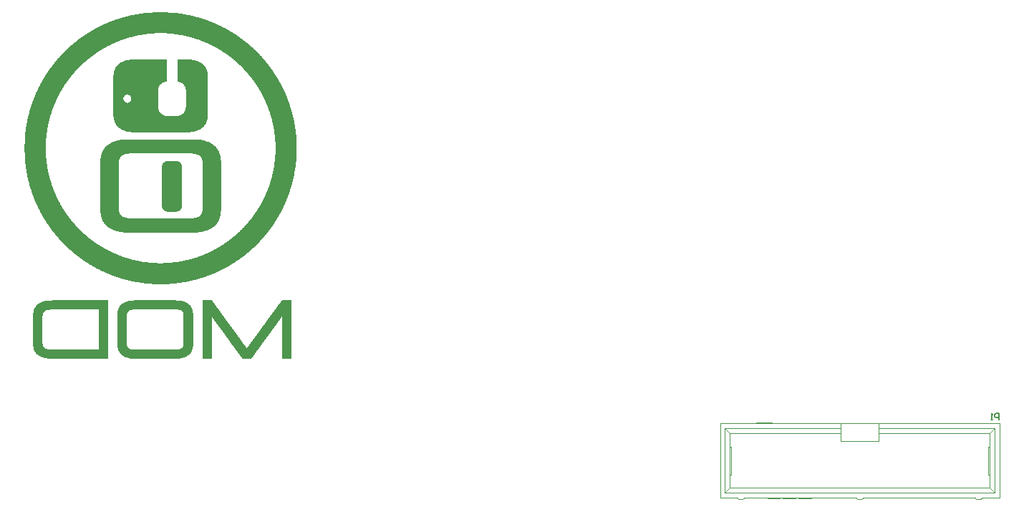
<source format=gbo>
G04*
G04 #@! TF.GenerationSoftware,Altium Limited,Altium Designer,20.0.13 (296)*
G04*
G04 Layer_Color=32896*
%FSLAX44Y44*%
%MOMM*%
G71*
G01*
G75*
%ADD13C,0.1000*%
%ADD16C,0.1500*%
%ADD91C,0.0254*%
D13*
X1072400Y-100392D02*
G03*
X1073400Y-99392I0J1000D01*
G01*
X1066400D02*
G03*
X1067400Y-100392I1000J0D01*
G01*
X1213000D02*
G03*
X1214000Y-99392I0J1000D01*
G01*
X1207000D02*
G03*
X1208000Y-100392I1000J0D01*
G01*
X1353600D02*
G03*
X1354600Y-99392I0J1000D01*
G01*
X1347600D02*
G03*
X1348600Y-100392I1000J0D01*
G01*
X1056900Y-37892D02*
X1058400D01*
X1056900Y-70892D02*
X1058400D01*
X1066400Y-99392D02*
Y-98392D01*
X1073400Y-99392D02*
X1073400Y-98392D01*
X1067400Y-100392D02*
X1072400Y-100392D01*
X1088400Y-10392D02*
Y-9392D01*
X1106400Y-10392D02*
Y-9392D01*
X1101400Y-98392D02*
X1101400Y-98892D01*
X1116400D02*
Y-98392D01*
X1101400Y-98892D02*
X1116400D01*
X1134317D02*
X1134733D01*
Y-98392D01*
X1119733Y-98892D02*
X1120150D01*
X1119733D02*
Y-98392D01*
X1120150Y-98892D02*
X1120567D01*
X1120150Y-98392D02*
X1120150Y-98892D01*
X1133900D02*
X1134317D01*
Y-98392D01*
X1133067Y-98892D02*
X1133900D01*
Y-98392D01*
X1120567Y-98892D02*
X1121400D01*
X1120567D02*
Y-98392D01*
X1131817Y-98892D02*
X1133067D01*
Y-98392D01*
X1121400Y-98892D02*
X1122650D01*
X1121400Y-98392D02*
X1121400Y-98892D01*
X1122650D02*
X1124733D01*
X1122650D02*
Y-98392D01*
X1129733Y-98892D02*
X1131817D01*
X1131817Y-98392D02*
X1131817Y-98892D01*
X1129733D02*
Y-98392D01*
X1127233Y-98892D02*
X1129733D01*
X1127233D02*
Y-98392D01*
X1124733Y-98892D02*
X1127233D01*
X1124733D02*
Y-98392D01*
X1153067Y-98892D02*
X1153483D01*
X1153483Y-98392D02*
X1153483Y-98892D01*
X1151817D02*
X1153067D01*
Y-98392D01*
X1150150Y-98892D02*
X1151817D01*
X1151817Y-98392D02*
X1151817Y-98892D01*
X1148067D02*
X1150150D01*
Y-98392D01*
X1140566Y-98892D02*
X1148067D01*
Y-98392D01*
X1140566Y-98892D02*
Y-98392D01*
X1138067Y-98892D02*
X1140566D01*
X1138067D02*
Y-98392D01*
X1188000Y-10392D02*
X1188000Y-15992D01*
X1188000Y-31392D02*
X1188000Y-21892D01*
X1214000Y-99392D02*
Y-98392D01*
X1207000Y-99392D02*
Y-98392D01*
X1208000Y-100392D02*
X1213000D01*
X1233000Y-15992D02*
Y-10392D01*
Y-31392D02*
Y-21892D01*
X1348600Y-100392D02*
X1353600D01*
X1347600Y-99392D02*
Y-98392D01*
X1354600Y-99392D02*
Y-98392D01*
X1362600Y-37892D02*
X1364100Y-37892D01*
X1362600Y-70892D02*
X1364100D01*
Y-86892D02*
X1370000Y-92792D01*
X1058400Y-70892D02*
Y-37892D01*
X1188000Y-21892D02*
Y-15992D01*
X1233000Y-21892D02*
Y-15992D01*
X1364100Y-21892D02*
X1370000Y-15992D01*
X1362600Y-70892D02*
Y-37892D01*
X1045400Y-98392D02*
Y-10392D01*
X1051000Y-92792D02*
Y-15992D01*
X1056900Y-21892D02*
X1056900Y-86892D01*
X1375600Y-98392D02*
Y-10392D01*
X1364100Y-86892D02*
X1364100Y-21892D01*
X1370000Y-92792D02*
Y-15992D01*
X1045400Y-98392D02*
X1066400Y-98392D01*
X1051000Y-92792D02*
X1056900Y-86892D01*
X1088400Y-9392D02*
X1106400D01*
X1188000Y-10392D02*
X1233000Y-10392D01*
X1188000Y-31392D02*
X1233000D01*
X1354600Y-98392D02*
X1375600D01*
X1051000Y-15992D02*
X1056900Y-21892D01*
X1233000Y-15992D02*
X1370000D01*
X1233000Y-10392D02*
X1375600D01*
X1233000Y-21892D02*
X1364100D01*
X1214000Y-98392D02*
X1347600D01*
X1045400Y-10392D02*
X1188000Y-10392D01*
X1051000Y-15992D02*
X1188000D01*
X1056900Y-21892D02*
X1188000D01*
X1056900Y-86892D02*
X1364100D01*
X1073400Y-98392D02*
X1207000D01*
X1051000Y-92792D02*
X1370000D01*
D16*
X1375410Y-6350D02*
Y1148D01*
X1371661D01*
X1370412Y-102D01*
Y-2601D01*
X1371661Y-3851D01*
X1375410D01*
X1367912Y-6350D02*
X1365413D01*
X1366663D01*
Y1148D01*
X1367912Y-102D01*
D91*
X374396Y475488D02*
X392430D01*
X370586Y475234D02*
X396240D01*
X367792Y474980D02*
X399034D01*
X365506Y474726D02*
X401574D01*
X363220Y474472D02*
X403860D01*
X361442Y474218D02*
X405638D01*
X359410Y473964D02*
X407416D01*
X357886Y473710D02*
X409194D01*
X356362Y473456D02*
X410718D01*
X354838Y473202D02*
X412242D01*
X353568Y472948D02*
X413512D01*
X352044Y472694D02*
X414782D01*
X351028Y472440D02*
X416052D01*
X349758Y472186D02*
X417322D01*
X348488Y471932D02*
X418338D01*
X347472Y471678D02*
X419608D01*
X346456Y471424D02*
X420624D01*
X345186Y471170D02*
X421640D01*
X344170Y470916D02*
X422656D01*
X343154Y470662D02*
X423672D01*
X342138Y470408D02*
X424688D01*
X341376Y470154D02*
X425704D01*
X340360Y469900D02*
X426466D01*
X339598Y469646D02*
X427482D01*
X338582Y469392D02*
X428244D01*
X337820Y469138D02*
X429260D01*
X336804Y468884D02*
X430022D01*
X336042Y468630D02*
X431038D01*
X335280Y468376D02*
X431800D01*
X334518Y468122D02*
X432562D01*
X333756Y467868D02*
X433324D01*
X332994Y467614D02*
X434086D01*
X331978Y467360D02*
X434848D01*
X331470Y467106D02*
X435610D01*
X330708Y466852D02*
X436372D01*
X329946Y466598D02*
X437134D01*
X329184Y466344D02*
X437642D01*
X328422Y466090D02*
X438404D01*
X327914Y465836D02*
X439166D01*
X327152Y465582D02*
X439928D01*
X326390Y465328D02*
X440436D01*
X325882Y465074D02*
X441198D01*
X325120Y464820D02*
X441960D01*
X324612Y464566D02*
X442468D01*
X323850Y464312D02*
X443230D01*
X323342Y464058D02*
X443738D01*
X322580Y463804D02*
X444246D01*
X322072Y463550D02*
X445008D01*
X321310Y463296D02*
X445516D01*
X320802Y463042D02*
X446278D01*
X320294Y462788D02*
X446786D01*
X319532Y462534D02*
X447294D01*
X319024Y462280D02*
X448056D01*
X318516Y462026D02*
X448564D01*
X317754Y461772D02*
X449072D01*
X317246Y461518D02*
X449834D01*
X316738Y461264D02*
X450342D01*
X316230Y461010D02*
X450850D01*
X315722Y460756D02*
X451358D01*
X315214Y460502D02*
X451866D01*
X314452Y460248D02*
X452374D01*
X313944Y459994D02*
X452882D01*
X313436Y459740D02*
X453390D01*
X312928Y459486D02*
X453898D01*
X312420Y459232D02*
X454406D01*
X311912Y458978D02*
X454914D01*
X311404Y458724D02*
X455422D01*
X310896Y458470D02*
X455930D01*
X310388Y458216D02*
X456438D01*
X309880Y457962D02*
X456946D01*
X309372Y457708D02*
X457454D01*
X309118Y457454D02*
X457962D01*
X308610Y457200D02*
X458470D01*
X308102Y456946D02*
X458978D01*
X307594Y456692D02*
X459486D01*
X307086Y456438D02*
X459994D01*
X306578Y456184D02*
X460502D01*
X306070Y455930D02*
X460756D01*
X305816Y455676D02*
X461264D01*
X305308Y455422D02*
X461772D01*
X304800Y455168D02*
X462280D01*
X304292Y454914D02*
X462534D01*
X303784Y454660D02*
X463042D01*
X303530Y454406D02*
X463550D01*
X303022Y454152D02*
X464058D01*
X302514Y453898D02*
X464312D01*
X302260Y453644D02*
X464820D01*
X301752Y453390D02*
X465328D01*
X301244Y453136D02*
X465582D01*
X300736Y452882D02*
X466090D01*
X300482Y452628D02*
X466598D01*
X299974Y452374D02*
X467106D01*
X299720Y452120D02*
X467360D01*
X299212Y451866D02*
X467868D01*
X298704Y451612D02*
X468122D01*
X391414Y451358D02*
X468630D01*
X298450D02*
X375666D01*
X394970Y451104D02*
X469138D01*
X297942D02*
X372110D01*
X397510Y450850D02*
X469392D01*
X297688D02*
X369316D01*
X399796Y450596D02*
X469900D01*
X297180D02*
X367030D01*
X401828Y450342D02*
X470154D01*
X296672D02*
X365252D01*
X403606Y450088D02*
X470662D01*
X296418D02*
X363220D01*
X405130Y449834D02*
X470916D01*
X295910D02*
X361696D01*
X406908Y449580D02*
X471424D01*
X295656D02*
X360172D01*
X408178Y449326D02*
X471678D01*
X295148D02*
X358648D01*
X409448Y449072D02*
X472186D01*
X294894D02*
X357378D01*
X410972Y448818D02*
X472440D01*
X294386D02*
X356108D01*
X411988Y448564D02*
X472948D01*
X294132D02*
X354838D01*
X413258Y448310D02*
X473202D01*
X293624D02*
X353822D01*
X414274Y448056D02*
X473710D01*
X293370D02*
X352552D01*
X415290Y447802D02*
X473964D01*
X292862D02*
X351536D01*
X416306Y447548D02*
X474472D01*
X292608D02*
X350520D01*
X417576Y447294D02*
X474726D01*
X292100D02*
X349504D01*
X418338Y447040D02*
X475234D01*
X291846D02*
X348488D01*
X419354Y446786D02*
X475488D01*
X291592D02*
X347726D01*
X420370Y446532D02*
X475996D01*
X291084D02*
X346710D01*
X421132Y446278D02*
X476250D01*
X290830D02*
X345694D01*
X422148Y446024D02*
X476504D01*
X290322D02*
X344932D01*
X422910Y445770D02*
X477012D01*
X290068D02*
X344170D01*
X423672Y445516D02*
X477266D01*
X289814D02*
X343154D01*
X424434Y445262D02*
X477520D01*
X289306D02*
X342392D01*
X425196Y445008D02*
X478028D01*
X289052D02*
X341630D01*
X426212Y444754D02*
X478282D01*
X288544D02*
X340868D01*
X426974Y444500D02*
X478790D01*
X288290D02*
X340106D01*
X427736Y444246D02*
X479044D01*
X288036D02*
X339344D01*
X428244Y443992D02*
X479298D01*
X287528D02*
X338582D01*
X429006Y443738D02*
X479806D01*
X287274D02*
X337820D01*
X429768Y443484D02*
X480060D01*
X287020D02*
X337312D01*
X430530Y443230D02*
X480314D01*
X286512D02*
X336550D01*
X431038Y442976D02*
X480822D01*
X286258D02*
X335788D01*
X431800Y442722D02*
X481076D01*
X286004D02*
X335280D01*
X432562Y442468D02*
X481330D01*
X285750D02*
X334518D01*
X433070Y442214D02*
X481838D01*
X285242D02*
X333756D01*
X433832Y441960D02*
X482092D01*
X284988D02*
X333248D01*
X434340Y441706D02*
X482346D01*
X284734D02*
X332486D01*
X435102Y441452D02*
X482600D01*
X284226D02*
X331978D01*
X435610Y441198D02*
X483108D01*
X283972D02*
X331216D01*
X436372Y440944D02*
X483362D01*
X283718D02*
X330708D01*
X436880Y440690D02*
X483616D01*
X283464D02*
X330200D01*
X437388Y440436D02*
X483870D01*
X282956D02*
X329438D01*
X438150Y440182D02*
X484378D01*
X282702D02*
X328930D01*
X438658Y439928D02*
X484632D01*
X282448D02*
X328422D01*
X439166Y439674D02*
X484886D01*
X282194D02*
X327914D01*
X439674Y439420D02*
X485140D01*
X281686D02*
X327152D01*
X440436Y439166D02*
X485648D01*
X281432D02*
X326644D01*
X440944Y438912D02*
X485902D01*
X281178D02*
X326136D01*
X441452Y438658D02*
X486156D01*
X280924D02*
X325628D01*
X441960Y438404D02*
X486410D01*
X280670D02*
X325120D01*
X442468Y438150D02*
X486664D01*
X280162D02*
X324612D01*
X442976Y437896D02*
X486918D01*
X279908D02*
X324104D01*
X443484Y437642D02*
X487426D01*
X279654D02*
X323596D01*
X443992Y437388D02*
X487680D01*
X279400D02*
X323088D01*
X444500Y437134D02*
X487934D01*
X279146D02*
X322580D01*
X445008Y436880D02*
X488188D01*
X278638D02*
X322072D01*
X445516Y436626D02*
X488442D01*
X278384D02*
X321564D01*
X446024Y436372D02*
X488950D01*
X278130D02*
X321056D01*
X446532Y436118D02*
X489204D01*
X277876D02*
X320548D01*
X447040Y435864D02*
X489458D01*
X277622D02*
X320040D01*
X447548Y435610D02*
X489712D01*
X277368D02*
X319532D01*
X448056Y435356D02*
X489966D01*
X277114D02*
X319024D01*
X448310Y435102D02*
X490220D01*
X276860D02*
X318516D01*
X448818Y434848D02*
X490474D01*
X276352D02*
X318008D01*
X449326Y434594D02*
X490728D01*
X276098D02*
X317754D01*
X449834Y434340D02*
X491236D01*
X275844D02*
X317246D01*
X450342Y434086D02*
X491490D01*
X275590D02*
X316738D01*
X450596Y433832D02*
X491744D01*
X275336D02*
X316230D01*
X451104Y433578D02*
X491998D01*
X275082D02*
X315722D01*
X451612Y433324D02*
X492252D01*
X274828D02*
X315468D01*
X452120Y433070D02*
X492506D01*
X274574D02*
X314960D01*
X452374Y432816D02*
X492760D01*
X274320D02*
X314452D01*
X452882Y432562D02*
X493014D01*
X274066D02*
X314198D01*
X453390Y432308D02*
X493268D01*
X273812D02*
X313690D01*
X453644Y432054D02*
X493522D01*
X273304D02*
X313182D01*
X454152Y431800D02*
X493776D01*
X273050D02*
X312928D01*
X454660Y431546D02*
X494030D01*
X272796D02*
X312420D01*
X454914Y431292D02*
X494284D01*
X272542D02*
X311912D01*
X455422Y431038D02*
X494538D01*
X272288D02*
X311658D01*
X455930Y430784D02*
X495046D01*
X272034D02*
X311150D01*
X456184Y430530D02*
X495300D01*
X271780D02*
X310896D01*
X456692Y430276D02*
X495554D01*
X271526D02*
X310388D01*
X456946Y430022D02*
X495808D01*
X271272D02*
X309880D01*
X457454Y429768D02*
X496062D01*
X271018D02*
X309626D01*
X457708Y429514D02*
X496316D01*
X270764D02*
X309118D01*
X458216Y429260D02*
X496570D01*
X270510D02*
X308864D01*
X458470Y429006D02*
X496824D01*
X270256D02*
X308356D01*
X458978Y428752D02*
X497078D01*
X270002D02*
X308102D01*
X459232Y428498D02*
X497332D01*
X269748D02*
X307594D01*
X459740Y428244D02*
X497586D01*
X269494D02*
X307340D01*
X459994Y427990D02*
X497840D01*
X269240D02*
X306832D01*
X460502Y427736D02*
X498094D01*
X268986D02*
X306578D01*
X460756Y427482D02*
X498348D01*
X268732D02*
X306070D01*
X461264Y427228D02*
X498602D01*
X268478D02*
X305816D01*
X461518Y426974D02*
X498856D01*
X268224D02*
X305562D01*
X462026Y426720D02*
X499110D01*
X267970D02*
X305054D01*
X462280Y426466D02*
X499110D01*
X267716D02*
X304800D01*
X462534Y426212D02*
X499364D01*
X267462D02*
X304292D01*
X463042Y425958D02*
X499618D01*
X267208D02*
X304038D01*
X463296Y425704D02*
X499872D01*
X266954D02*
X303784D01*
X463804Y425450D02*
X500126D01*
X266700D02*
X303276D01*
X464058Y425196D02*
X500380D01*
X266446D02*
X303022D01*
X464312Y424942D02*
X500634D01*
X266446D02*
X302514D01*
X464820Y424688D02*
X500888D01*
X266192D02*
X302260D01*
X465074Y424434D02*
X501142D01*
X265938D02*
X302006D01*
X465328Y424180D02*
X501396D01*
X265684D02*
X301498D01*
X465836Y423926D02*
X501650D01*
X265430D02*
X301244D01*
X466090Y423672D02*
X501904D01*
X265176D02*
X300990D01*
X466344Y423418D02*
X502158D01*
X264922D02*
X300736D01*
X466852Y423164D02*
X502412D01*
X264668D02*
X300228D01*
X467106Y422910D02*
X502666D01*
X264414D02*
X299974D01*
X467360Y422656D02*
X502666D01*
X264160D02*
X299720D01*
X467614Y422402D02*
X502920D01*
X263906D02*
X299212D01*
X468122Y422148D02*
X503174D01*
X263906D02*
X298958D01*
X468376Y421894D02*
X503428D01*
X263652D02*
X298704D01*
X468630Y421640D02*
X503682D01*
X263398D02*
X298450D01*
X468884Y421386D02*
X503936D01*
X263144D02*
X297942D01*
X469392Y421132D02*
X504190D01*
X262890D02*
X297688D01*
X469646Y420878D02*
X504444D01*
X262636D02*
X297434D01*
X469900Y420624D02*
X504698D01*
X262382D02*
X297180D01*
X470154Y420370D02*
X504698D01*
X262128D02*
X296672D01*
X470408Y420116D02*
X504952D01*
X403606D02*
X415036D01*
X352044D02*
X390398D01*
X261874D02*
X296418D01*
X470916Y419862D02*
X505206D01*
X403606D02*
X418338D01*
X348742D02*
X390398D01*
X261874D02*
X296164D01*
X471170Y419608D02*
X505460D01*
X403606D02*
X420116D01*
X346964D02*
X390398D01*
X261620D02*
X295910D01*
X471424Y419354D02*
X505714D01*
X403606D02*
X421640D01*
X345440D02*
X390398D01*
X261366D02*
X295656D01*
X471678Y419100D02*
X505968D01*
X403606D02*
X422910D01*
X344424D02*
X390398D01*
X261112D02*
X295402D01*
X471932Y418846D02*
X506222D01*
X403606D02*
X423672D01*
X343408D02*
X390398D01*
X260858D02*
X294894D01*
X472440Y418592D02*
X506222D01*
X403606D02*
X424688D01*
X342392D02*
X390398D01*
X260604D02*
X294640D01*
X472694Y418338D02*
X506476D01*
X403606D02*
X425450D01*
X341630D02*
X390398D01*
X260604D02*
X294386D01*
X472948Y418084D02*
X506730D01*
X403606D02*
X426212D01*
X340868D02*
X390398D01*
X260350D02*
X294132D01*
X473202Y417830D02*
X506984D01*
X403606D02*
X426974D01*
X340360D02*
X390398D01*
X260096D02*
X293878D01*
X473456Y417576D02*
X507238D01*
X403606D02*
X427482D01*
X339598D02*
X390398D01*
X259842D02*
X293624D01*
X473710Y417322D02*
X507492D01*
X403606D02*
X427990D01*
X339090D02*
X390398D01*
X259588D02*
X293116D01*
X473964Y417068D02*
X507492D01*
X403606D02*
X428498D01*
X338582D02*
X390398D01*
X259334D02*
X292862D01*
X474472Y416814D02*
X507746D01*
X403606D02*
X429260D01*
X338074D02*
X390398D01*
X259334D02*
X292608D01*
X474726Y416560D02*
X508000D01*
X403606D02*
X429514D01*
X337566D02*
X390398D01*
X259080D02*
X292354D01*
X474980Y416306D02*
X508254D01*
X403606D02*
X430022D01*
X337058D02*
X390398D01*
X258826D02*
X292100D01*
X475234Y416052D02*
X508508D01*
X403606D02*
X430530D01*
X336550D02*
X390398D01*
X258572D02*
X291846D01*
X475488Y415798D02*
X508508D01*
X403606D02*
X430784D01*
X336296D02*
X390398D01*
X258318D02*
X291592D01*
X475742Y415544D02*
X508762D01*
X403606D02*
X431292D01*
X335788D02*
X390398D01*
X258318D02*
X291338D01*
X475996Y415290D02*
X509016D01*
X403606D02*
X431546D01*
X335534D02*
X390398D01*
X258064D02*
X291084D01*
X476250Y415036D02*
X509270D01*
X403606D02*
X432054D01*
X335280D02*
X390398D01*
X257810D02*
X290830D01*
X476504Y414782D02*
X509524D01*
X403606D02*
X432308D01*
X334772D02*
X390398D01*
X257556D02*
X290322D01*
X476758Y414528D02*
X509524D01*
X403606D02*
X432562D01*
X334518D02*
X390398D01*
X257302D02*
X290068D01*
X477012Y414274D02*
X509778D01*
X403606D02*
X432816D01*
X334264D02*
X390398D01*
X257302D02*
X289814D01*
X477266Y414020D02*
X510032D01*
X403606D02*
X433324D01*
X334010D02*
X390398D01*
X257048D02*
X289560D01*
X477774Y413766D02*
X510286D01*
X403606D02*
X433578D01*
X333756D02*
X390398D01*
X256794D02*
X289306D01*
X478028Y413512D02*
X510540D01*
X403606D02*
X433832D01*
X333502D02*
X390398D01*
X256540D02*
X289052D01*
X478282Y413258D02*
X510540D01*
X403606D02*
X434086D01*
X333248D02*
X390398D01*
X256286D02*
X288798D01*
X478536Y413004D02*
X510794D01*
X403606D02*
X434340D01*
X332994D02*
X390398D01*
X256286D02*
X288544D01*
X478790Y412750D02*
X511048D01*
X403606D02*
X434594D01*
X332740D02*
X390398D01*
X256032D02*
X288290D01*
X479044Y412496D02*
X511302D01*
X403606D02*
X434594D01*
X332486D02*
X390398D01*
X255778D02*
X288036D01*
X479298Y412242D02*
X511302D01*
X403606D02*
X434848D01*
X332232D02*
X390398D01*
X255524D02*
X287782D01*
X479552Y411988D02*
X511556D01*
X403606D02*
X435102D01*
X331978D02*
X390398D01*
X255524D02*
X287528D01*
X479806Y411734D02*
X511810D01*
X403606D02*
X435356D01*
X331724D02*
X390398D01*
X255270D02*
X287274D01*
X480060Y411480D02*
X512064D01*
X403606D02*
X435610D01*
X331724D02*
X390398D01*
X255016D02*
X287020D01*
X480314Y411226D02*
X512064D01*
X403606D02*
X435610D01*
X331470D02*
X390398D01*
X254762D02*
X286766D01*
X480568Y410972D02*
X512318D01*
X403606D02*
X435864D01*
X331216D02*
X390398D01*
X254762D02*
X286512D01*
X480822Y410718D02*
X512572D01*
X403606D02*
X436118D01*
X331216D02*
X390398D01*
X254508D02*
X286258D01*
X481076Y410464D02*
X512826D01*
X403606D02*
X436118D01*
X330962D02*
X390398D01*
X254254D02*
X286004D01*
X481330Y410210D02*
X512826D01*
X403606D02*
X436372D01*
X330708D02*
X390398D01*
X254000D02*
X285750D01*
X481584Y409956D02*
X513080D01*
X403606D02*
X436372D01*
X330708D02*
X390398D01*
X254000D02*
X285496D01*
X481838Y409702D02*
X513334D01*
X403606D02*
X436626D01*
X330454D02*
X390398D01*
X253746D02*
X285242D01*
X482092Y409448D02*
X513588D01*
X403606D02*
X436626D01*
X330454D02*
X390398D01*
X253492D02*
X284988D01*
X482092Y409194D02*
X513588D01*
X403606D02*
X436880D01*
X330200D02*
X390398D01*
X253238D02*
X284734D01*
X482346Y408940D02*
X513842D01*
X403606D02*
X436880D01*
X330200D02*
X390398D01*
X253238D02*
X284480D01*
X482600Y408686D02*
X514096D01*
X403606D02*
X437134D01*
X329946D02*
X390398D01*
X252984D02*
X284226D01*
X482854Y408432D02*
X514096D01*
X403606D02*
X437134D01*
X329946D02*
X390398D01*
X252730D02*
X283972D01*
X483108Y408178D02*
X514350D01*
X403606D02*
X437388D01*
X329946D02*
X390398D01*
X252730D02*
X283972D01*
X483362Y407924D02*
X514604D01*
X403606D02*
X437388D01*
X329692D02*
X390398D01*
X252476D02*
X283718D01*
X483616Y407670D02*
X514858D01*
X403606D02*
X437642D01*
X329692D02*
X390398D01*
X252222D02*
X283464D01*
X483870Y407416D02*
X514858D01*
X403606D02*
X437642D01*
X329438D02*
X390398D01*
X251968D02*
X283210D01*
X484124Y407162D02*
X515112D01*
X403606D02*
X437642D01*
X329438D02*
X390398D01*
X251968D02*
X282956D01*
X484378Y406908D02*
X515366D01*
X403606D02*
X437896D01*
X329438D02*
X390398D01*
X251714D02*
X282702D01*
X484632Y406654D02*
X515366D01*
X403606D02*
X437896D01*
X329184D02*
X390398D01*
X251460D02*
X282448D01*
X484886Y406400D02*
X515620D01*
X403606D02*
X437896D01*
X329184D02*
X390398D01*
X251460D02*
X282194D01*
X485140Y406146D02*
X515874D01*
X403606D02*
X438150D01*
X329184D02*
X390398D01*
X251206D02*
X281940D01*
X485140Y405892D02*
X515874D01*
X403606D02*
X438150D01*
X328930D02*
X390398D01*
X250952D02*
X281686D01*
X485394Y405638D02*
X516128D01*
X403606D02*
X438150D01*
X328930D02*
X390398D01*
X250952D02*
X281432D01*
X485648Y405384D02*
X516382D01*
X403606D02*
X438150D01*
X328930D02*
X390398D01*
X250698D02*
X281432D01*
X485902Y405130D02*
X516382D01*
X403606D02*
X438404D01*
X328930D02*
X390398D01*
X250444D02*
X281178D01*
X486156Y404876D02*
X516636D01*
X403606D02*
X438404D01*
X328676D02*
X390398D01*
X250444D02*
X280924D01*
X486410Y404622D02*
X516890D01*
X403606D02*
X438404D01*
X328676D02*
X390398D01*
X250190D02*
X280670D01*
X486664Y404368D02*
X516890D01*
X403606D02*
X438404D01*
X328676D02*
X390398D01*
X249936D02*
X280416D01*
X486918Y404114D02*
X517144D01*
X403606D02*
X438404D01*
X328676D02*
X390398D01*
X249936D02*
X280162D01*
X486918Y403860D02*
X517398D01*
X403606D02*
X438658D01*
X328676D02*
X390398D01*
X249682D02*
X279908D01*
X487172Y403606D02*
X517398D01*
X403606D02*
X438658D01*
X328676D02*
X390398D01*
X249428D02*
X279654D01*
X487426Y403352D02*
X517652D01*
X403606D02*
X438658D01*
X328422D02*
X390398D01*
X249428D02*
X279654D01*
X487680Y403098D02*
X517906D01*
X403606D02*
X438658D01*
X328422D02*
X390398D01*
X249174D02*
X279400D01*
X487934Y402844D02*
X517906D01*
X403606D02*
X438658D01*
X328422D02*
X390398D01*
X248920D02*
X279146D01*
X488188Y402590D02*
X518160D01*
X403606D02*
X438658D01*
X328422D02*
X390398D01*
X248920D02*
X278892D01*
X488188Y402336D02*
X518414D01*
X403606D02*
X438658D01*
X328422D02*
X390398D01*
X248666D02*
X278638D01*
X488442Y402082D02*
X518414D01*
X403606D02*
X438912D01*
X328422D02*
X390398D01*
X248412D02*
X278384D01*
X488696Y401828D02*
X518668D01*
X403606D02*
X438912D01*
X328422D02*
X390398D01*
X248412D02*
X278384D01*
X488950Y401574D02*
X518922D01*
X403606D02*
X438912D01*
X328422D02*
X390398D01*
X248158D02*
X278130D01*
X489204Y401320D02*
X518922D01*
X403606D02*
X438912D01*
X328168D02*
X390398D01*
X247904D02*
X277876D01*
X489458Y401066D02*
X519176D01*
X403606D02*
X438912D01*
X328168D02*
X390398D01*
X247904D02*
X277622D01*
X489458Y400812D02*
X519430D01*
X403606D02*
X438912D01*
X328168D02*
X390398D01*
X247650D02*
X277368D01*
X489712Y400558D02*
X519430D01*
X403606D02*
X438912D01*
X328168D02*
X390398D01*
X247650D02*
X277368D01*
X489966Y400304D02*
X519684D01*
X403606D02*
X438912D01*
X328168D02*
X390398D01*
X247396D02*
X277114D01*
X490220Y400050D02*
X519684D01*
X403606D02*
X438912D01*
X328168D02*
X390398D01*
X247142D02*
X276860D01*
X490474Y399796D02*
X519938D01*
X403606D02*
X438912D01*
X328168D02*
X390398D01*
X247142D02*
X276606D01*
X490474Y399542D02*
X520192D01*
X403606D02*
X438912D01*
X328168D02*
X390398D01*
X246888D02*
X276352D01*
X490728Y399288D02*
X520192D01*
X403606D02*
X438912D01*
X328168D02*
X390398D01*
X246634D02*
X276352D01*
X490982Y399034D02*
X520446D01*
X403606D02*
X438912D01*
X328168D02*
X390398D01*
X246634D02*
X276098D01*
X491236Y398780D02*
X520700D01*
X403606D02*
X438912D01*
X328168D02*
X390398D01*
X246380D02*
X275844D01*
X491490Y398526D02*
X520700D01*
X403606D02*
X438912D01*
X328168D02*
X390398D01*
X246380D02*
X275590D01*
X491490Y398272D02*
X520954D01*
X403606D02*
X438912D01*
X328168D02*
X390398D01*
X246126D02*
X275336D01*
X491744Y398018D02*
X520954D01*
X403606D02*
X438912D01*
X328168D02*
X390398D01*
X245872D02*
X275336D01*
X491998Y397764D02*
X521208D01*
X403606D02*
X438912D01*
X328168D02*
X390398D01*
X245872D02*
X275082D01*
X492252Y397510D02*
X521462D01*
X403606D02*
X438912D01*
X328168D02*
X390398D01*
X245618D02*
X274828D01*
X492252Y397256D02*
X521462D01*
X403606D02*
X438912D01*
X328168D02*
X390398D01*
X245618D02*
X274574D01*
X492506Y397002D02*
X521716D01*
X403606D02*
X438912D01*
X328168D02*
X390398D01*
X245364D02*
X274574D01*
X492760Y396748D02*
X521716D01*
X403606D02*
X438912D01*
X328168D02*
X390398D01*
X245110D02*
X274320D01*
X493014Y396494D02*
X521970D01*
X403606D02*
X438912D01*
X328168D02*
X390398D01*
X245110D02*
X274066D01*
X493014Y396240D02*
X521970D01*
X403606D02*
X438912D01*
X328168D02*
X390398D01*
X244856D02*
X273812D01*
X493268Y395986D02*
X522224D01*
X403606D02*
X438912D01*
X328168D02*
X390398D01*
X244856D02*
X273812D01*
X493522Y395732D02*
X522478D01*
X403606D02*
X438912D01*
X328168D02*
X390398D01*
X244602D02*
X273558D01*
X493776Y395478D02*
X522478D01*
X403606D02*
X438912D01*
X328168D02*
X390398D01*
X244348D02*
X273304D01*
X493776Y395224D02*
X522732D01*
X403606D02*
X438912D01*
X328168D02*
X390398D01*
X244348D02*
X273050D01*
X494030Y394970D02*
X522732D01*
X403606D02*
X438912D01*
X328168D02*
X390398D01*
X244094D02*
X273050D01*
X494284Y394716D02*
X522986D01*
X403606D02*
X438912D01*
X328168D02*
X390398D01*
X244094D02*
X272796D01*
X494284Y394462D02*
X523240D01*
X403606D02*
X438912D01*
X328168D02*
X390398D01*
X243840D02*
X272542D01*
X494538Y394208D02*
X523240D01*
X404114D02*
X438912D01*
X328168D02*
X389636D01*
X243840D02*
X272542D01*
X494792Y393954D02*
X523494D01*
X405892D02*
X438912D01*
X328168D02*
X387858D01*
X243586D02*
X272288D01*
X495046Y393700D02*
X523494D01*
X406654D02*
X438912D01*
X328168D02*
X387096D01*
X243586D02*
X272034D01*
X495046Y393446D02*
X523748D01*
X407416D02*
X438912D01*
X328168D02*
X386334D01*
X243332D02*
X271780D01*
X495300Y393192D02*
X523748D01*
X407924D02*
X438912D01*
X328168D02*
X385826D01*
X243078D02*
X271780D01*
X495554Y392938D02*
X524002D01*
X408432D02*
X438912D01*
X328168D02*
X385318D01*
X243078D02*
X271526D01*
X495554Y392684D02*
X524002D01*
X408940D02*
X438912D01*
X328168D02*
X385064D01*
X242824D02*
X271272D01*
X495808Y392430D02*
X524256D01*
X409194D02*
X438912D01*
X328168D02*
X384556D01*
X242824D02*
X271272D01*
X496062Y392176D02*
X524510D01*
X409702D02*
X438912D01*
X328168D02*
X384302D01*
X242570D02*
X271018D01*
X496062Y391922D02*
X524510D01*
X409956D02*
X438912D01*
X328168D02*
X383794D01*
X242570D02*
X270764D01*
X496316Y391668D02*
X524764D01*
X410210D02*
X438912D01*
X328168D02*
X383540D01*
X242316D02*
X270764D01*
X496570Y391414D02*
X524764D01*
X410464D02*
X438912D01*
X328168D02*
X383286D01*
X242316D02*
X270510D01*
X496570Y391160D02*
X525018D01*
X410718D02*
X438912D01*
X328168D02*
X383032D01*
X242062D02*
X270256D01*
X496824Y390906D02*
X525018D01*
X410972D02*
X438912D01*
X328168D02*
X382778D01*
X241808D02*
X270256D01*
X497078Y390652D02*
X525272D01*
X411226D02*
X438912D01*
X328168D02*
X382524D01*
X241808D02*
X270002D01*
X497078Y390398D02*
X525272D01*
X411480D02*
X438912D01*
X328168D02*
X382270D01*
X241554D02*
X269748D01*
X497332Y390144D02*
X525526D01*
X411734D02*
X438912D01*
X328168D02*
X382270D01*
X241554D02*
X269748D01*
X497586Y389890D02*
X525526D01*
X411734D02*
X438912D01*
X328168D02*
X382016D01*
X241300D02*
X269494D01*
X497586Y389636D02*
X525780D01*
X411988D02*
X438912D01*
X328168D02*
X381762D01*
X241300D02*
X269240D01*
X497840Y389382D02*
X525780D01*
X412242D02*
X438912D01*
X328168D02*
X381762D01*
X241046D02*
X269240D01*
X498094Y389128D02*
X526034D01*
X412242D02*
X438912D01*
X328168D02*
X381508D01*
X241046D02*
X268986D01*
X498094Y388874D02*
X526034D01*
X412496D02*
X438912D01*
X328168D02*
X381254D01*
X240792D02*
X268732D01*
X498348Y388620D02*
X526288D01*
X412496D02*
X438912D01*
X328168D02*
X381254D01*
X240792D02*
X268732D01*
X498602Y388366D02*
X526542D01*
X412750D02*
X438912D01*
X328168D02*
X381000D01*
X240538D02*
X268478D01*
X498602Y388112D02*
X526542D01*
X412750D02*
X438912D01*
X328168D02*
X381000D01*
X240538D02*
X268224D01*
X498856Y387858D02*
X526542D01*
X413004D02*
X438912D01*
X328168D02*
X381000D01*
X240284D02*
X268224D01*
X499110Y387604D02*
X526796D01*
X413004D02*
X438912D01*
X328168D02*
X380746D01*
X240284D02*
X267970D01*
X499110Y387350D02*
X526796D01*
X413004D02*
X438912D01*
X328168D02*
X380746D01*
X240030D02*
X267970D01*
X499364Y387096D02*
X527050D01*
X413258D02*
X438912D01*
X328168D02*
X380492D01*
X240030D02*
X267716D01*
X499364Y386842D02*
X527050D01*
X413258D02*
X438912D01*
X328168D02*
X380492D01*
X239776D02*
X267462D01*
X499618Y386588D02*
X527304D01*
X413258D02*
X438912D01*
X328168D02*
X380492D01*
X239776D02*
X267462D01*
X499872Y386334D02*
X527304D01*
X413512D02*
X438912D01*
X328168D02*
X380492D01*
X239522D02*
X267208D01*
X499872Y386080D02*
X527558D01*
X413512D02*
X438912D01*
X328168D02*
X380238D01*
X239522D02*
X266954D01*
X500126Y385826D02*
X527558D01*
X413512D02*
X438912D01*
X328168D02*
X380238D01*
X239268D02*
X266954D01*
X500126Y385572D02*
X527812D01*
X413512D02*
X438912D01*
X328168D02*
X380238D01*
X239268D02*
X266700D01*
X500380Y385318D02*
X527812D01*
X413512D02*
X438912D01*
X328168D02*
X380238D01*
X239014D02*
X266700D01*
X500634Y385064D02*
X528066D01*
X413512D02*
X438912D01*
X328168D02*
X380238D01*
X239014D02*
X266446D01*
X500634Y384810D02*
X528066D01*
X413512D02*
X438912D01*
X328168D02*
X380238D01*
X238760D02*
X266192D01*
X500888Y384556D02*
X528320D01*
X413766D02*
X438912D01*
X328168D02*
X380238D01*
X238760D02*
X266192D01*
X500888Y384302D02*
X528320D01*
X413766D02*
X438912D01*
X328168D02*
X380238D01*
X238506D02*
X265938D01*
X501142Y384048D02*
X528574D01*
X413766D02*
X438912D01*
X328168D02*
X380238D01*
X238506D02*
X265938D01*
X501396Y383794D02*
X528574D01*
X413766D02*
X438912D01*
X328168D02*
X380238D01*
X238252D02*
X265684D01*
X501396Y383540D02*
X528828D01*
X413766D02*
X438912D01*
X328168D02*
X380238D01*
X238252D02*
X265684D01*
X501650Y383286D02*
X528828D01*
X413766D02*
X438912D01*
X328168D02*
X380238D01*
X237998D02*
X265430D01*
X501650Y383032D02*
X529082D01*
X413766D02*
X438912D01*
X328168D02*
X380238D01*
X237998D02*
X265176D01*
X501904Y382778D02*
X529082D01*
X413766D02*
X438912D01*
X328168D02*
X380238D01*
X237998D02*
X265176D01*
X501904Y382524D02*
X529336D01*
X413766D02*
X438912D01*
X328168D02*
X380238D01*
X237744D02*
X264922D01*
X502158Y382270D02*
X529336D01*
X413766D02*
X438912D01*
X328168D02*
X380238D01*
X237744D02*
X264922D01*
X502412Y382016D02*
X529590D01*
X413766D02*
X438912D01*
X328168D02*
X380238D01*
X237490D02*
X264668D01*
X502412Y381762D02*
X529590D01*
X413766D02*
X438912D01*
X328168D02*
X380238D01*
X237490D02*
X264668D01*
X502666Y381508D02*
X529844D01*
X413766D02*
X438912D01*
X328168D02*
X380238D01*
X237236D02*
X264414D01*
X502666Y381254D02*
X529844D01*
X413766D02*
X438912D01*
X328168D02*
X380238D01*
X237236D02*
X264160D01*
X502920Y381000D02*
X529844D01*
X413766D02*
X438912D01*
X328168D02*
X380238D01*
X236982D02*
X264160D01*
X502920Y380746D02*
X530098D01*
X413766D02*
X438912D01*
X328168D02*
X380238D01*
X236982D02*
X263906D01*
X503174Y380492D02*
X530098D01*
X413766D02*
X438912D01*
X328168D02*
X380238D01*
X236728D02*
X263906D01*
X503428Y380238D02*
X530352D01*
X413766D02*
X438912D01*
X328168D02*
X380238D01*
X236728D02*
X263652D01*
X503428Y379984D02*
X530352D01*
X413766D02*
X438912D01*
X328168D02*
X380238D01*
X236728D02*
X263652D01*
X503682Y379730D02*
X530606D01*
X413766D02*
X438912D01*
X328168D02*
X380238D01*
X236474D02*
X263398D01*
X503682Y379476D02*
X530606D01*
X413766D02*
X438912D01*
X328168D02*
X380238D01*
X236474D02*
X263398D01*
X503936Y379222D02*
X530606D01*
X413766D02*
X438912D01*
X328168D02*
X380238D01*
X236220D02*
X263144D01*
X503936Y378968D02*
X530860D01*
X413766D02*
X438912D01*
X345186D02*
X380238D01*
X328168D02*
X343154D01*
X236220D02*
X263144D01*
X504190Y378714D02*
X530860D01*
X413766D02*
X438912D01*
X345948D02*
X380238D01*
X328168D02*
X342392D01*
X235966D02*
X262890D01*
X504190Y378460D02*
X531114D01*
X413766D02*
X438912D01*
X346456D02*
X380238D01*
X328168D02*
X341884D01*
X235966D02*
X262636D01*
X504444Y378206D02*
X531114D01*
X413766D02*
X438912D01*
X346964D02*
X380238D01*
X328168D02*
X341376D01*
X235712D02*
X262636D01*
X504444Y377952D02*
X531368D01*
X413766D02*
X438912D01*
X347218D02*
X380238D01*
X328168D02*
X341122D01*
X235712D02*
X262382D01*
X504698Y377698D02*
X531368D01*
X413766D02*
X438912D01*
X347726D02*
X380238D01*
X328168D02*
X340614D01*
X235712D02*
X262382D01*
X504698Y377444D02*
X531368D01*
X413766D02*
X438912D01*
X347980D02*
X380238D01*
X328168D02*
X340360D01*
X235458D02*
X262128D01*
X504952Y377190D02*
X531622D01*
X413766D02*
X438912D01*
X348234D02*
X380238D01*
X328168D02*
X340360D01*
X235458D02*
X262128D01*
X504952Y376936D02*
X531622D01*
X413766D02*
X438912D01*
X348234D02*
X380238D01*
X328168D02*
X340106D01*
X235204D02*
X261874D01*
X505206Y376682D02*
X531876D01*
X413766D02*
X438912D01*
X348488D02*
X380238D01*
X328168D02*
X339852D01*
X235204D02*
X261874D01*
X505206Y376428D02*
X531876D01*
X413766D02*
X438912D01*
X348742D02*
X380238D01*
X328168D02*
X339598D01*
X235204D02*
X261620D01*
X505460Y376174D02*
X532130D01*
X413766D02*
X438912D01*
X348742D02*
X380238D01*
X328168D02*
X339598D01*
X234950D02*
X261620D01*
X505460Y375920D02*
X532130D01*
X413766D02*
X438912D01*
X348996D02*
X380238D01*
X328168D02*
X339344D01*
X234950D02*
X261366D01*
X505714Y375666D02*
X532130D01*
X413766D02*
X438912D01*
X348996D02*
X380238D01*
X328168D02*
X339344D01*
X234696D02*
X261366D01*
X505714Y375412D02*
X532384D01*
X413766D02*
X438912D01*
X349250D02*
X380238D01*
X328168D02*
X339344D01*
X234696D02*
X261112D01*
X505968Y375158D02*
X532384D01*
X413766D02*
X438912D01*
X349250D02*
X380238D01*
X328168D02*
X339090D01*
X234696D02*
X261112D01*
X505968Y374904D02*
X532638D01*
X413766D02*
X438912D01*
X349250D02*
X380238D01*
X328168D02*
X339090D01*
X234442D02*
X260858D01*
X506222Y374650D02*
X532638D01*
X413766D02*
X438912D01*
X349250D02*
X380238D01*
X328168D02*
X339090D01*
X234442D02*
X260858D01*
X506222Y374396D02*
X532638D01*
X413766D02*
X438912D01*
X349250D02*
X380238D01*
X328168D02*
X339090D01*
X234188D02*
X260604D01*
X506476Y374142D02*
X532892D01*
X413766D02*
X438912D01*
X349504D02*
X380238D01*
X328168D02*
X339090D01*
X234188D02*
X260604D01*
X506476Y373888D02*
X532892D01*
X413766D02*
X438912D01*
X349504D02*
X380238D01*
X328168D02*
X339090D01*
X234188D02*
X260350D01*
X506730Y373634D02*
X533146D01*
X413766D02*
X438912D01*
X349504D02*
X380238D01*
X328168D02*
X339090D01*
X233934D02*
X260350D01*
X506730Y373380D02*
X533146D01*
X413766D02*
X438912D01*
X349250D02*
X380238D01*
X328168D02*
X339090D01*
X233934D02*
X260350D01*
X506984Y373126D02*
X533146D01*
X413766D02*
X438912D01*
X349250D02*
X380238D01*
X328168D02*
X339090D01*
X233680D02*
X260096D01*
X506984Y372872D02*
X533400D01*
X413766D02*
X438912D01*
X349250D02*
X380238D01*
X328168D02*
X339090D01*
X233680D02*
X260096D01*
X507238Y372618D02*
X533400D01*
X413766D02*
X438912D01*
X349250D02*
X380238D01*
X328168D02*
X339090D01*
X233680D02*
X259842D01*
X507238Y372364D02*
X533400D01*
X413766D02*
X438912D01*
X349250D02*
X380238D01*
X328168D02*
X339090D01*
X233426D02*
X259842D01*
X507492Y372110D02*
X533654D01*
X413766D02*
X438912D01*
X348996D02*
X380238D01*
X328168D02*
X339344D01*
X233426D02*
X259588D01*
X507492Y371856D02*
X533654D01*
X413766D02*
X438912D01*
X348996D02*
X380238D01*
X328168D02*
X339344D01*
X233172D02*
X259588D01*
X507492Y371602D02*
X533908D01*
X413766D02*
X438912D01*
X348742D02*
X380238D01*
X328168D02*
X339598D01*
X233172D02*
X259334D01*
X507746Y371348D02*
X533908D01*
X413766D02*
X438912D01*
X348742D02*
X380238D01*
X328168D02*
X339598D01*
X233172D02*
X259334D01*
X507746Y371094D02*
X533908D01*
X413766D02*
X438912D01*
X348488D02*
X380238D01*
X328168D02*
X339852D01*
X232918D02*
X259080D01*
X508000Y370840D02*
X534162D01*
X413766D02*
X438912D01*
X348488D02*
X380238D01*
X328168D02*
X340106D01*
X232918D02*
X259080D01*
X508000Y370586D02*
X534162D01*
X413766D02*
X438912D01*
X348234D02*
X380238D01*
X328168D02*
X340106D01*
X232918D02*
X258826D01*
X508254Y370332D02*
X534162D01*
X413766D02*
X438912D01*
X347980D02*
X380238D01*
X328168D02*
X340360D01*
X232664D02*
X258826D01*
X508254Y370078D02*
X534416D01*
X413766D02*
X438912D01*
X347726D02*
X380238D01*
X328168D02*
X340614D01*
X232664D02*
X258826D01*
X508508Y369824D02*
X534416D01*
X413766D02*
X438912D01*
X347472D02*
X380238D01*
X328168D02*
X340868D01*
X232664D02*
X258572D01*
X508508Y369570D02*
X534670D01*
X413766D02*
X438912D01*
X346964D02*
X380238D01*
X328168D02*
X341376D01*
X232410D02*
X258572D01*
X508508Y369316D02*
X534670D01*
X413766D02*
X438912D01*
X346710D02*
X380238D01*
X328168D02*
X341630D01*
X232410D02*
X258318D01*
X508762Y369062D02*
X534670D01*
X413766D02*
X438912D01*
X346202D02*
X380238D01*
X328168D02*
X342138D01*
X232156D02*
X258318D01*
X508762Y368808D02*
X534924D01*
X413766D02*
X438912D01*
X345440D02*
X380238D01*
X328168D02*
X342900D01*
X232156D02*
X258064D01*
X509016Y368554D02*
X534924D01*
X413766D02*
X438912D01*
X328168D02*
X380238D01*
X232156D02*
X258064D01*
X509016Y368300D02*
X534924D01*
X413766D02*
X438912D01*
X328168D02*
X380238D01*
X231902D02*
X258064D01*
X509270Y368046D02*
X535178D01*
X413766D02*
X438912D01*
X328168D02*
X380238D01*
X231902D02*
X257810D01*
X509270Y367792D02*
X535178D01*
X413766D02*
X438912D01*
X328168D02*
X380238D01*
X231902D02*
X257810D01*
X509270Y367538D02*
X535178D01*
X413766D02*
X438912D01*
X328168D02*
X380238D01*
X231648D02*
X257556D01*
X509524Y367284D02*
X535432D01*
X413766D02*
X438912D01*
X328168D02*
X380238D01*
X231648D02*
X257556D01*
X509524Y367030D02*
X535432D01*
X413766D02*
X438912D01*
X328168D02*
X380238D01*
X231648D02*
X257302D01*
X509778Y366776D02*
X535432D01*
X413766D02*
X438912D01*
X328168D02*
X380238D01*
X231394D02*
X257302D01*
X509778Y366522D02*
X535686D01*
X413766D02*
X438912D01*
X328168D02*
X380238D01*
X231394D02*
X257302D01*
X509778Y366268D02*
X535686D01*
X413766D02*
X438912D01*
X328168D02*
X380238D01*
X231394D02*
X257048D01*
X510032Y366014D02*
X535686D01*
X413766D02*
X438912D01*
X328168D02*
X380238D01*
X231140D02*
X257048D01*
X510032Y365760D02*
X535940D01*
X413766D02*
X438912D01*
X328168D02*
X380238D01*
X231140D02*
X256794D01*
X510286Y365506D02*
X535940D01*
X413766D02*
X438912D01*
X328168D02*
X380238D01*
X231140D02*
X256794D01*
X510286Y365252D02*
X535940D01*
X413766D02*
X438912D01*
X328168D02*
X380238D01*
X230886D02*
X256794D01*
X510286Y364998D02*
X536194D01*
X413766D02*
X438912D01*
X328168D02*
X380238D01*
X230886D02*
X256540D01*
X510540Y364744D02*
X536194D01*
X413766D02*
X438912D01*
X328168D02*
X380238D01*
X230886D02*
X256540D01*
X510540Y364490D02*
X536194D01*
X413766D02*
X438912D01*
X328168D02*
X380238D01*
X230632D02*
X256286D01*
X510794Y364236D02*
X536448D01*
X413766D02*
X438912D01*
X328168D02*
X380238D01*
X230632D02*
X256286D01*
X510794Y363982D02*
X536448D01*
X413766D02*
X438912D01*
X328168D02*
X380238D01*
X230632D02*
X256286D01*
X510794Y363728D02*
X536448D01*
X413766D02*
X438912D01*
X328168D02*
X380238D01*
X230378D02*
X256032D01*
X511048Y363474D02*
X536702D01*
X413766D02*
X438912D01*
X328168D02*
X380238D01*
X230378D02*
X256032D01*
X511048Y363220D02*
X536702D01*
X413766D02*
X438912D01*
X328168D02*
X380238D01*
X230378D02*
X256032D01*
X511302Y362966D02*
X536702D01*
X413766D02*
X438912D01*
X328168D02*
X380238D01*
X230124D02*
X255778D01*
X511302Y362712D02*
X536956D01*
X413512D02*
X438912D01*
X328168D02*
X380238D01*
X230124D02*
X255778D01*
X511302Y362458D02*
X536956D01*
X413512D02*
X438912D01*
X328168D02*
X380238D01*
X230124D02*
X255524D01*
X511556Y362204D02*
X536956D01*
X413512D02*
X438912D01*
X328168D02*
X380238D01*
X230124D02*
X255524D01*
X511556Y361950D02*
X536956D01*
X413512D02*
X438912D01*
X328168D02*
X380238D01*
X229870D02*
X255524D01*
X511556Y361696D02*
X537210D01*
X413512D02*
X438912D01*
X328168D02*
X380238D01*
X229870D02*
X255270D01*
X511810Y361442D02*
X537210D01*
X413512D02*
X438912D01*
X328168D02*
X380238D01*
X229870D02*
X255270D01*
X511810Y361188D02*
X537210D01*
X413512D02*
X438912D01*
X328168D02*
X380492D01*
X229616D02*
X255270D01*
X511810Y360934D02*
X537464D01*
X413258D02*
X438912D01*
X328168D02*
X380492D01*
X229616D02*
X255016D01*
X512064Y360680D02*
X537464D01*
X413258D02*
X438912D01*
X328168D02*
X380492D01*
X229616D02*
X255016D01*
X512064Y360426D02*
X537464D01*
X413258D02*
X438912D01*
X328168D02*
X380492D01*
X229362D02*
X255016D01*
X512064Y360172D02*
X537718D01*
X413004D02*
X438912D01*
X328168D02*
X380746D01*
X229362D02*
X254762D01*
X512318Y359918D02*
X537718D01*
X413004D02*
X438912D01*
X328168D02*
X380746D01*
X229362D02*
X254762D01*
X512318Y359664D02*
X537718D01*
X413004D02*
X438912D01*
X328168D02*
X380746D01*
X229362D02*
X254762D01*
X512572Y359410D02*
X537718D01*
X412750D02*
X438912D01*
X328168D02*
X381000D01*
X229108D02*
X254508D01*
X512572Y359156D02*
X537972D01*
X412750D02*
X438912D01*
X328168D02*
X381000D01*
X229108D02*
X254508D01*
X512572Y358902D02*
X537972D01*
X412496D02*
X438912D01*
X328168D02*
X381254D01*
X229108D02*
X254254D01*
X512826Y358648D02*
X537972D01*
X412496D02*
X438912D01*
X328168D02*
X381254D01*
X228854D02*
X254254D01*
X512826Y358394D02*
X538226D01*
X412242D02*
X438912D01*
X328168D02*
X381508D01*
X228854D02*
X254254D01*
X512826Y358140D02*
X538226D01*
X412242D02*
X438912D01*
X328168D02*
X381762D01*
X228854D02*
X254000D01*
X513080Y357886D02*
X538226D01*
X411988D02*
X438912D01*
X328168D02*
X381762D01*
X228854D02*
X254000D01*
X513080Y357632D02*
X538226D01*
X411734D02*
X438912D01*
X328168D02*
X382016D01*
X228600D02*
X254000D01*
X513080Y357378D02*
X538480D01*
X411734D02*
X438912D01*
X328168D02*
X382270D01*
X228600D02*
X254000D01*
X513334Y357124D02*
X538480D01*
X411480D02*
X438912D01*
X328168D02*
X382270D01*
X228600D02*
X253746D01*
X513334Y356870D02*
X538480D01*
X411226D02*
X438912D01*
X328168D02*
X382524D01*
X228600D02*
X253746D01*
X513334Y356616D02*
X538480D01*
X410972D02*
X438912D01*
X328168D02*
X382778D01*
X228346D02*
X253746D01*
X513334Y356362D02*
X538734D01*
X410718D02*
X438912D01*
X328168D02*
X383032D01*
X228346D02*
X253492D01*
X513588Y356108D02*
X538734D01*
X410464D02*
X438912D01*
X328168D02*
X383286D01*
X228346D02*
X253492D01*
X513588Y355854D02*
X538734D01*
X410210D02*
X438912D01*
X328168D02*
X383540D01*
X228092D02*
X253492D01*
X513588Y355600D02*
X538734D01*
X409956D02*
X438912D01*
X328168D02*
X383794D01*
X228092D02*
X253238D01*
X513842Y355346D02*
X538988D01*
X409702D02*
X438912D01*
X328168D02*
X384302D01*
X228092D02*
X253238D01*
X513842Y355092D02*
X538988D01*
X409194D02*
X438912D01*
X328168D02*
X384556D01*
X228092D02*
X253238D01*
X513842Y354838D02*
X538988D01*
X408940D02*
X438912D01*
X328168D02*
X384810D01*
X227838D02*
X252984D01*
X514096Y354584D02*
X538988D01*
X408432D02*
X438912D01*
X328168D02*
X385318D01*
X227838D02*
X252984D01*
X514096Y354330D02*
X539242D01*
X407924D02*
X438912D01*
X328168D02*
X385826D01*
X227838D02*
X252984D01*
X514096Y354076D02*
X539242D01*
X407416D02*
X438912D01*
X328168D02*
X386334D01*
X227838D02*
X252730D01*
X514350Y353822D02*
X539242D01*
X406654D02*
X438912D01*
X328168D02*
X387096D01*
X227584D02*
X252730D01*
X514350Y353568D02*
X539242D01*
X405892D02*
X438912D01*
X328168D02*
X387858D01*
X227584D02*
X252730D01*
X514350Y353314D02*
X539496D01*
X404622D02*
X438912D01*
X328168D02*
X389382D01*
X227584D02*
X252730D01*
X514350Y353060D02*
X539496D01*
X328168D02*
X438912D01*
X227584D02*
X252476D01*
X514604Y352806D02*
X539496D01*
X328422D02*
X438912D01*
X227584D02*
X252476D01*
X514604Y352552D02*
X539496D01*
X328422D02*
X438912D01*
X227330D02*
X252476D01*
X514604Y352298D02*
X539750D01*
X328422D02*
X438912D01*
X227330D02*
X252222D01*
X514858Y352044D02*
X539750D01*
X328422D02*
X438658D01*
X227330D02*
X252222D01*
X514858Y351790D02*
X539750D01*
X328422D02*
X438658D01*
X227330D02*
X252222D01*
X514858Y351536D02*
X539750D01*
X328422D02*
X438658D01*
X227076D02*
X252222D01*
X514858Y351282D02*
X540004D01*
X328422D02*
X438658D01*
X227076D02*
X251968D01*
X515112Y351028D02*
X540004D01*
X328422D02*
X438658D01*
X227076D02*
X251968D01*
X515112Y350774D02*
X540004D01*
X328422D02*
X438658D01*
X227076D02*
X251968D01*
X515112Y350520D02*
X540004D01*
X328676D02*
X438658D01*
X226822D02*
X251968D01*
X515112Y350266D02*
X540258D01*
X328676D02*
X438404D01*
X226822D02*
X251714D01*
X515366Y350012D02*
X540258D01*
X328676D02*
X438404D01*
X226822D02*
X251714D01*
X515366Y349758D02*
X540258D01*
X328676D02*
X438404D01*
X226822D02*
X251714D01*
X515366Y349504D02*
X540258D01*
X328676D02*
X438404D01*
X226822D02*
X251460D01*
X515620Y349250D02*
X540258D01*
X328930D02*
X438404D01*
X226568D02*
X251460D01*
X515620Y348996D02*
X540512D01*
X328930D02*
X438150D01*
X226568D02*
X251460D01*
X515620Y348742D02*
X540512D01*
X328930D02*
X438150D01*
X226568D02*
X251460D01*
X515620Y348488D02*
X540512D01*
X328930D02*
X438150D01*
X226568D02*
X251206D01*
X515874Y348234D02*
X540512D01*
X329184D02*
X438150D01*
X226314D02*
X251206D01*
X515874Y347980D02*
X540512D01*
X329184D02*
X437896D01*
X226314D02*
X251206D01*
X515874Y347726D02*
X540766D01*
X329184D02*
X437896D01*
X226314D02*
X251206D01*
X515874Y347472D02*
X540766D01*
X329438D02*
X437896D01*
X226314D02*
X250952D01*
X515874Y347218D02*
X540766D01*
X329438D02*
X437642D01*
X226314D02*
X250952D01*
X516128Y346964D02*
X540766D01*
X329438D02*
X437642D01*
X226060D02*
X250952D01*
X516128Y346710D02*
X540766D01*
X329692D02*
X437642D01*
X226060D02*
X250952D01*
X516128Y346456D02*
X541020D01*
X329692D02*
X437388D01*
X226060D02*
X250698D01*
X516128Y346202D02*
X541020D01*
X329692D02*
X437388D01*
X226060D02*
X250698D01*
X516382Y345948D02*
X541020D01*
X329946D02*
X437134D01*
X226060D02*
X250698D01*
X516382Y345694D02*
X541020D01*
X329946D02*
X437134D01*
X225806D02*
X250698D01*
X516382Y345440D02*
X541020D01*
X330200D02*
X436880D01*
X225806D02*
X250698D01*
X516382Y345186D02*
X541274D01*
X330200D02*
X436880D01*
X225806D02*
X250444D01*
X516636Y344932D02*
X541274D01*
X330454D02*
X436626D01*
X225806D02*
X250444D01*
X516636Y344678D02*
X541274D01*
X330454D02*
X436626D01*
X225806D02*
X250444D01*
X516636Y344424D02*
X541274D01*
X330708D02*
X436372D01*
X225806D02*
X250444D01*
X516636Y344170D02*
X541274D01*
X330708D02*
X436372D01*
X225552D02*
X250190D01*
X516636Y343916D02*
X541528D01*
X330962D02*
X436118D01*
X225552D02*
X250190D01*
X516890Y343662D02*
X541528D01*
X331216D02*
X436118D01*
X225552D02*
X250190D01*
X516890Y343408D02*
X541528D01*
X331216D02*
X435864D01*
X225552D02*
X250190D01*
X516890Y343154D02*
X541528D01*
X331470D02*
X435610D01*
X225552D02*
X250190D01*
X516890Y342900D02*
X541528D01*
X331724D02*
X435610D01*
X225298D02*
X249936D01*
X517144Y342646D02*
X541528D01*
X331978D02*
X435356D01*
X225298D02*
X249936D01*
X517144Y342392D02*
X541782D01*
X331978D02*
X435102D01*
X225298D02*
X249936D01*
X517144Y342138D02*
X541782D01*
X332232D02*
X434848D01*
X225298D02*
X249936D01*
X517144Y341884D02*
X541782D01*
X332486D02*
X434594D01*
X225298D02*
X249936D01*
X517144Y341630D02*
X541782D01*
X332740D02*
X434340D01*
X225298D02*
X249682D01*
X517144Y341376D02*
X541782D01*
X332994D02*
X434340D01*
X225044D02*
X249682D01*
X517398Y341122D02*
X541782D01*
X333248D02*
X434086D01*
X225044D02*
X249682D01*
X517398Y340868D02*
X542036D01*
X333502D02*
X433832D01*
X225044D02*
X249682D01*
X517398Y340614D02*
X542036D01*
X333756D02*
X433578D01*
X225044D02*
X249682D01*
X517398Y340360D02*
X542036D01*
X334010D02*
X433070D01*
X225044D02*
X249428D01*
X517398Y340106D02*
X542036D01*
X334264D02*
X432816D01*
X225044D02*
X249428D01*
X517652Y339852D02*
X542036D01*
X334518D02*
X432562D01*
X224790D02*
X249428D01*
X517652Y339598D02*
X542036D01*
X334772D02*
X432308D01*
X224790D02*
X249428D01*
X517652Y339344D02*
X542290D01*
X335280D02*
X432054D01*
X224790D02*
X249428D01*
X517652Y339090D02*
X542290D01*
X335534D02*
X431546D01*
X224790D02*
X249428D01*
X517652Y338836D02*
X542290D01*
X336042D02*
X431292D01*
X224790D02*
X249174D01*
X517906Y338582D02*
X542290D01*
X336296D02*
X430784D01*
X224790D02*
X249174D01*
X517906Y338328D02*
X542290D01*
X336804D02*
X430530D01*
X224790D02*
X249174D01*
X517906Y338074D02*
X542290D01*
X337058D02*
X430022D01*
X224790D02*
X249174D01*
X517906Y337820D02*
X542290D01*
X337566D02*
X429514D01*
X224536D02*
X249174D01*
X517906Y337566D02*
X542290D01*
X338074D02*
X429006D01*
X224536D02*
X249174D01*
X517906Y337312D02*
X542544D01*
X338582D02*
X428498D01*
X224536D02*
X248920D01*
X518160Y337058D02*
X542544D01*
X339090D02*
X427990D01*
X224536D02*
X248920D01*
X518160Y336804D02*
X542544D01*
X339598D02*
X427482D01*
X224536D02*
X248920D01*
X518160Y336550D02*
X542544D01*
X340360D02*
X426720D01*
X224536D02*
X248920D01*
X518160Y336296D02*
X542544D01*
X341122D02*
X426212D01*
X224536D02*
X248920D01*
X518160Y336042D02*
X542544D01*
X341630D02*
X425450D01*
X224282D02*
X248920D01*
X518160Y335788D02*
X542544D01*
X342646D02*
X424688D01*
X224282D02*
X248666D01*
X518160Y335534D02*
X542798D01*
X343408D02*
X423672D01*
X224282D02*
X248666D01*
X518414Y335280D02*
X542798D01*
X344424D02*
X422656D01*
X224282D02*
X248666D01*
X518414Y335026D02*
X542798D01*
X345694D02*
X421386D01*
X224282D02*
X248666D01*
X518414Y334772D02*
X542798D01*
X347218D02*
X420116D01*
X224282D02*
X248666D01*
X518414Y334518D02*
X542798D01*
X348996D02*
X418084D01*
X224282D02*
X248666D01*
X518414Y334264D02*
X542798D01*
X352552D02*
X414528D01*
X224282D02*
X248666D01*
X518414Y334010D02*
X542798D01*
X224028D02*
X248412D01*
X518414Y333756D02*
X542798D01*
X224028D02*
X248412D01*
X518668Y333502D02*
X542798D01*
X224028D02*
X248412D01*
X518668Y333248D02*
X543052D01*
X224028D02*
X248412D01*
X518668Y332994D02*
X543052D01*
X224028D02*
X248412D01*
X518668Y332740D02*
X543052D01*
X224028D02*
X248412D01*
X518668Y332486D02*
X543052D01*
X224028D02*
X248412D01*
X518668Y332232D02*
X543052D01*
X224028D02*
X248158D01*
X518668Y331978D02*
X543052D01*
X224028D02*
X248158D01*
X518668Y331724D02*
X543052D01*
X223774D02*
X248158D01*
X518922Y331470D02*
X543052D01*
X223774D02*
X248158D01*
X518922Y331216D02*
X543052D01*
X223774D02*
X248158D01*
X518922Y330962D02*
X543306D01*
X223774D02*
X248158D01*
X518922Y330708D02*
X543306D01*
X223774D02*
X248158D01*
X518922Y330454D02*
X543306D01*
X223774D02*
X248158D01*
X518922Y330200D02*
X543306D01*
X223774D02*
X248158D01*
X518922Y329946D02*
X543306D01*
X223774D02*
X247904D01*
X518922Y329692D02*
X543306D01*
X223774D02*
X247904D01*
X519176Y329438D02*
X543306D01*
X223774D02*
X247904D01*
X519176Y329184D02*
X543306D01*
X223774D02*
X247904D01*
X519176Y328930D02*
X543306D01*
X223520D02*
X247904D01*
X519176Y328676D02*
X543306D01*
X223520D02*
X247904D01*
X519176Y328422D02*
X543306D01*
X223520D02*
X247904D01*
X519176Y328168D02*
X543560D01*
X223520D02*
X247904D01*
X519176Y327914D02*
X543560D01*
X223520D02*
X247904D01*
X519176Y327660D02*
X543560D01*
X223520D02*
X247904D01*
X519176Y327406D02*
X543560D01*
X223520D02*
X247650D01*
X519176Y327152D02*
X543560D01*
X223520D02*
X247650D01*
X519176Y326898D02*
X543560D01*
X223520D02*
X247650D01*
X519430Y326644D02*
X543560D01*
X223520D02*
X247650D01*
X519430Y326390D02*
X543560D01*
X223520D02*
X247650D01*
X519430Y326136D02*
X543560D01*
X223520D02*
X247650D01*
X519430Y325882D02*
X543560D01*
X223520D02*
X247650D01*
X519430Y325628D02*
X543560D01*
X223520D02*
X247650D01*
X519430Y325374D02*
X543560D01*
X341376D02*
X425704D01*
X223266D02*
X247650D01*
X519430Y325120D02*
X543560D01*
X338836D02*
X428244D01*
X223266D02*
X247650D01*
X519430Y324866D02*
X543560D01*
X337058D02*
X430276D01*
X223266D02*
X247650D01*
X519430Y324612D02*
X543560D01*
X335534D02*
X431546D01*
X223266D02*
X247650D01*
X519430Y324358D02*
X543814D01*
X334264D02*
X432816D01*
X223266D02*
X247650D01*
X519430Y324104D02*
X543814D01*
X332994D02*
X434086D01*
X223266D02*
X247396D01*
X519430Y323850D02*
X543814D01*
X332232D02*
X435102D01*
X223266D02*
X247396D01*
X519430Y323596D02*
X543814D01*
X331216D02*
X435864D01*
X223266D02*
X247396D01*
X519430Y323342D02*
X543814D01*
X330454D02*
X436626D01*
X223266D02*
X247396D01*
X519684Y323088D02*
X543814D01*
X329692D02*
X437388D01*
X223266D02*
X247396D01*
X519684Y322834D02*
X543814D01*
X328930D02*
X438150D01*
X223266D02*
X247396D01*
X519684Y322580D02*
X543814D01*
X328168D02*
X438912D01*
X223266D02*
X247396D01*
X519684Y322326D02*
X543814D01*
X327660D02*
X439420D01*
X223266D02*
X247396D01*
X519684Y322072D02*
X543814D01*
X327152D02*
X440182D01*
X223266D02*
X247396D01*
X519684Y321818D02*
X543814D01*
X326390D02*
X440690D01*
X223266D02*
X247396D01*
X519684Y321564D02*
X543814D01*
X325882D02*
X441198D01*
X223266D02*
X247396D01*
X519684Y321310D02*
X543814D01*
X325374D02*
X441706D01*
X223266D02*
X247396D01*
X519684Y321056D02*
X543814D01*
X324866D02*
X442214D01*
X223266D02*
X247396D01*
X519684Y320802D02*
X543814D01*
X324612D02*
X442722D01*
X223266D02*
X247396D01*
X519684Y320548D02*
X543814D01*
X324104D02*
X442976D01*
X223266D02*
X247396D01*
X519684Y320294D02*
X543814D01*
X323596D02*
X443484D01*
X223266D02*
X247396D01*
X519684Y320040D02*
X543814D01*
X323342D02*
X443992D01*
X223012D02*
X247396D01*
X519684Y319786D02*
X543814D01*
X322834D02*
X444246D01*
X223012D02*
X247396D01*
X519684Y319532D02*
X543814D01*
X322580D02*
X444754D01*
X223012D02*
X247396D01*
X519684Y319278D02*
X543814D01*
X322072D02*
X445008D01*
X223012D02*
X247396D01*
X519684Y319024D02*
X543814D01*
X321818D02*
X445516D01*
X223012D02*
X247396D01*
X519684Y318770D02*
X543814D01*
X321564D02*
X445770D01*
X223012D02*
X247142D01*
X519684Y318516D02*
X543814D01*
X321056D02*
X446024D01*
X223012D02*
X247142D01*
X519684Y318262D02*
X543814D01*
X320802D02*
X446278D01*
X223012D02*
X247142D01*
X519684Y318008D02*
X543814D01*
X320548D02*
X446532D01*
X223012D02*
X247142D01*
X519684Y317754D02*
X543814D01*
X320294D02*
X447040D01*
X223012D02*
X247142D01*
X519684Y317500D02*
X543814D01*
X320040D02*
X447294D01*
X223012D02*
X247142D01*
X519684Y317246D02*
X543814D01*
X319786D02*
X447548D01*
X223012D02*
X247142D01*
X519684Y316992D02*
X543814D01*
X319532D02*
X447802D01*
X223012D02*
X247142D01*
X519684Y316738D02*
X543814D01*
X319278D02*
X448056D01*
X223012D02*
X247142D01*
X519684Y316484D02*
X543814D01*
X319024D02*
X448310D01*
X223012D02*
X247142D01*
X519684Y316230D02*
X543814D01*
X318770D02*
X448564D01*
X223012D02*
X247142D01*
X519684Y315976D02*
X543814D01*
X318516D02*
X448818D01*
X223012D02*
X247142D01*
X519684Y315722D02*
X543814D01*
X318262D02*
X448818D01*
X223012D02*
X247142D01*
X519684Y315468D02*
X544068D01*
X318008D02*
X449072D01*
X223012D02*
X247142D01*
X519684Y315214D02*
X544068D01*
X317754D02*
X449326D01*
X223012D02*
X247142D01*
X519684Y314960D02*
X544068D01*
X317500D02*
X449580D01*
X223012D02*
X247142D01*
X519684Y314706D02*
X543814D01*
X317500D02*
X449834D01*
X223012D02*
X247142D01*
X519684Y314452D02*
X543814D01*
X317246D02*
X449834D01*
X223012D02*
X247142D01*
X519684Y314198D02*
X543814D01*
X316992D02*
X450088D01*
X223012D02*
X247142D01*
X519684Y313944D02*
X543814D01*
X316992D02*
X450342D01*
X223012D02*
X247142D01*
X519684Y313690D02*
X543814D01*
X316738D02*
X450342D01*
X223012D02*
X247142D01*
X519684Y313436D02*
X543814D01*
X316484D02*
X450596D01*
X223012D02*
X247142D01*
X519684Y313182D02*
X543814D01*
X316484D02*
X450850D01*
X223012D02*
X247142D01*
X519684Y312928D02*
X543814D01*
X316230D02*
X450850D01*
X223012D02*
X247142D01*
X519684Y312674D02*
X543814D01*
X315976D02*
X451104D01*
X223012D02*
X247142D01*
X519684Y312420D02*
X543814D01*
X315976D02*
X451104D01*
X223012D02*
X247142D01*
X519684Y312166D02*
X543814D01*
X315722D02*
X451358D01*
X223012D02*
X247142D01*
X519684Y311912D02*
X543814D01*
X315722D02*
X451612D01*
X223012D02*
X247142D01*
X519684Y311658D02*
X543814D01*
X315468D02*
X451612D01*
X223012D02*
X247396D01*
X519684Y311404D02*
X543814D01*
X315468D02*
X451866D01*
X223012D02*
X247396D01*
X519684Y311150D02*
X543814D01*
X315214D02*
X451866D01*
X223012D02*
X247396D01*
X519684Y310896D02*
X543814D01*
X315214D02*
X452120D01*
X223012D02*
X247396D01*
X519684Y310642D02*
X543814D01*
X314960D02*
X452120D01*
X223012D02*
X247396D01*
X519684Y310388D02*
X543814D01*
X314960D02*
X452120D01*
X223266D02*
X247396D01*
X519684Y310134D02*
X543814D01*
X314706D02*
X452374D01*
X223266D02*
X247396D01*
X519684Y309880D02*
X543814D01*
X314706D02*
X452374D01*
X223266D02*
X247396D01*
X519684Y309626D02*
X543814D01*
X314706D02*
X452628D01*
X223266D02*
X247396D01*
X519684Y309372D02*
X543814D01*
X314452D02*
X452628D01*
X223266D02*
X247396D01*
X519684Y309118D02*
X543814D01*
X421386D02*
X452628D01*
X314452D02*
X345694D01*
X223266D02*
X247396D01*
X519684Y308864D02*
X543814D01*
X423926D02*
X452882D01*
X314452D02*
X343408D01*
X223266D02*
X247396D01*
X519684Y308610D02*
X543814D01*
X425196D02*
X452882D01*
X314198D02*
X341884D01*
X223266D02*
X247396D01*
X519684Y308356D02*
X543814D01*
X426212D02*
X452882D01*
X314198D02*
X340868D01*
X223266D02*
X247396D01*
X519684Y308102D02*
X543814D01*
X426974D02*
X453136D01*
X314198D02*
X340106D01*
X223266D02*
X247396D01*
X519684Y307848D02*
X543814D01*
X427736D02*
X453136D01*
X313944D02*
X339344D01*
X223266D02*
X247396D01*
X519684Y307594D02*
X543814D01*
X428244D02*
X453136D01*
X313944D02*
X338836D01*
X223266D02*
X247396D01*
X519430Y307340D02*
X543814D01*
X428752D02*
X453136D01*
X313944D02*
X338328D01*
X223266D02*
X247396D01*
X519430Y307086D02*
X543814D01*
X429260D02*
X453390D01*
X313944D02*
X337820D01*
X223266D02*
X247396D01*
X519430Y306832D02*
X543814D01*
X429514D02*
X453390D01*
X313690D02*
X337566D01*
X223266D02*
X247396D01*
X519430Y306578D02*
X543814D01*
X430022D02*
X453390D01*
X313690D02*
X337058D01*
X223266D02*
X247396D01*
X519430Y306324D02*
X543814D01*
X430276D02*
X453390D01*
X313690D02*
X336804D01*
X223266D02*
X247650D01*
X519430Y306070D02*
X543560D01*
X430530D02*
X453644D01*
X313690D02*
X336550D01*
X223266D02*
X247650D01*
X519430Y305816D02*
X543560D01*
X430784D02*
X453644D01*
X313436D02*
X336296D01*
X223266D02*
X247650D01*
X519430Y305562D02*
X543560D01*
X431038D02*
X453644D01*
X313436D02*
X336042D01*
X223266D02*
X247650D01*
X519430Y305308D02*
X543560D01*
X431292D02*
X453644D01*
X313436D02*
X335788D01*
X223266D02*
X247650D01*
X519430Y305054D02*
X543560D01*
X431546D02*
X453898D01*
X313436D02*
X335534D01*
X223266D02*
X247650D01*
X519430Y304800D02*
X543560D01*
X431800D02*
X453898D01*
X313436D02*
X335534D01*
X223520D02*
X247650D01*
X519430Y304546D02*
X543560D01*
X431800D02*
X453898D01*
X313182D02*
X335280D01*
X223520D02*
X247650D01*
X519430Y304292D02*
X543560D01*
X432054D02*
X453898D01*
X313182D02*
X335026D01*
X223520D02*
X247650D01*
X519430Y304038D02*
X543560D01*
X432308D02*
X453898D01*
X313182D02*
X335026D01*
X223520D02*
X247650D01*
X519176Y303784D02*
X543560D01*
X432308D02*
X453898D01*
X313182D02*
X334772D01*
X223520D02*
X247650D01*
X519176Y303530D02*
X543560D01*
X432562D02*
X453898D01*
X313182D02*
X334772D01*
X223520D02*
X247650D01*
X519176Y303276D02*
X543560D01*
X432562D02*
X454152D01*
X313182D02*
X334518D01*
X223520D02*
X247650D01*
X519176Y303022D02*
X543560D01*
X432562D02*
X454152D01*
X313182D02*
X334518D01*
X223520D02*
X247904D01*
X519176Y302768D02*
X543560D01*
X432816D02*
X454152D01*
X312928D02*
X334264D01*
X223520D02*
X247904D01*
X519176Y302514D02*
X543560D01*
X432816D02*
X454152D01*
X312928D02*
X334264D01*
X223520D02*
X247904D01*
X519176Y302260D02*
X543306D01*
X432816D02*
X454152D01*
X312928D02*
X334264D01*
X223520D02*
X247904D01*
X519176Y302006D02*
X543306D01*
X433070D02*
X454152D01*
X312928D02*
X334264D01*
X223520D02*
X247904D01*
X519176Y301752D02*
X543306D01*
X433070D02*
X454152D01*
X312928D02*
X334010D01*
X223520D02*
X247904D01*
X519176Y301498D02*
X543306D01*
X433070D02*
X454152D01*
X312928D02*
X334010D01*
X223774D02*
X247904D01*
X519176Y301244D02*
X543306D01*
X433070D02*
X454152D01*
X312928D02*
X334010D01*
X223774D02*
X247904D01*
X518922Y300990D02*
X543306D01*
X433324D02*
X454152D01*
X312928D02*
X334010D01*
X223774D02*
X247904D01*
X518922Y300736D02*
X543306D01*
X433324D02*
X454152D01*
X312928D02*
X334010D01*
X223774D02*
X247904D01*
X518922Y300482D02*
X543306D01*
X433324D02*
X454152D01*
X312928D02*
X334010D01*
X223774D02*
X248158D01*
X518922Y300228D02*
X543306D01*
X433324D02*
X454406D01*
X312928D02*
X333756D01*
X223774D02*
X248158D01*
X518922Y299974D02*
X543306D01*
X433324D02*
X454406D01*
X312928D02*
X333756D01*
X223774D02*
X248158D01*
X518922Y299720D02*
X543306D01*
X433324D02*
X454406D01*
X312928D02*
X333756D01*
X223774D02*
X248158D01*
X518922Y299466D02*
X543052D01*
X433324D02*
X454406D01*
X390652D02*
X403098D01*
X312928D02*
X333756D01*
X223774D02*
X248158D01*
X518922Y299212D02*
X543052D01*
X433324D02*
X454406D01*
X389636D02*
X403860D01*
X312928D02*
X333756D01*
X223774D02*
X248158D01*
X518922Y298958D02*
X543052D01*
X433324D02*
X454406D01*
X389128D02*
X404368D01*
X312928D02*
X333756D01*
X223774D02*
X248158D01*
X518668Y298704D02*
X543052D01*
X433324D02*
X454406D01*
X388620D02*
X404876D01*
X312928D02*
X333756D01*
X223774D02*
X248158D01*
X518668Y298450D02*
X543052D01*
X433324D02*
X454406D01*
X388366D02*
X405384D01*
X312928D02*
X333756D01*
X224028D02*
X248158D01*
X518668Y298196D02*
X543052D01*
X433324D02*
X454406D01*
X387858D02*
X405638D01*
X312928D02*
X333756D01*
X224028D02*
X248412D01*
X518668Y297942D02*
X543052D01*
X433324D02*
X454406D01*
X387604D02*
X405892D01*
X312928D02*
X333756D01*
X224028D02*
X248412D01*
X518668Y297688D02*
X543052D01*
X433324D02*
X454406D01*
X387350D02*
X406400D01*
X312928D02*
X333756D01*
X224028D02*
X248412D01*
X518668Y297434D02*
X543052D01*
X433324D02*
X454406D01*
X387096D02*
X406400D01*
X312928D02*
X333756D01*
X224028D02*
X248412D01*
X518668Y297180D02*
X543052D01*
X433324D02*
X454406D01*
X386842D02*
X406654D01*
X312928D02*
X333756D01*
X224028D02*
X248412D01*
X518668Y296926D02*
X542798D01*
X433324D02*
X454406D01*
X386588D02*
X406908D01*
X312928D02*
X333756D01*
X224028D02*
X248412D01*
X518414Y296672D02*
X542798D01*
X433324D02*
X454406D01*
X386588D02*
X407162D01*
X312928D02*
X333756D01*
X224028D02*
X248412D01*
X518414Y296418D02*
X542798D01*
X433324D02*
X454406D01*
X386334D02*
X407416D01*
X312928D02*
X333756D01*
X224282D02*
X248412D01*
X518414Y296164D02*
X542798D01*
X433324D02*
X454406D01*
X386080D02*
X407416D01*
X312928D02*
X333756D01*
X224282D02*
X248666D01*
X518414Y295910D02*
X542798D01*
X433324D02*
X454406D01*
X386080D02*
X407670D01*
X312928D02*
X333756D01*
X224282D02*
X248666D01*
X518414Y295656D02*
X542798D01*
X433324D02*
X454406D01*
X385826D02*
X407670D01*
X312928D02*
X333756D01*
X224282D02*
X248666D01*
X518414Y295402D02*
X542798D01*
X433324D02*
X454406D01*
X385826D02*
X407924D01*
X312928D02*
X333756D01*
X224282D02*
X248666D01*
X518414Y295148D02*
X542798D01*
X433324D02*
X454406D01*
X385826D02*
X407924D01*
X312928D02*
X333756D01*
X224282D02*
X248666D01*
X518160Y294894D02*
X542544D01*
X433324D02*
X454406D01*
X385572D02*
X407924D01*
X312928D02*
X333756D01*
X224282D02*
X248666D01*
X518160Y294640D02*
X542544D01*
X433324D02*
X454406D01*
X385572D02*
X408178D01*
X312928D02*
X333756D01*
X224282D02*
X248666D01*
X518160Y294386D02*
X542544D01*
X433324D02*
X454406D01*
X385572D02*
X408178D01*
X312928D02*
X333756D01*
X224282D02*
X248920D01*
X518160Y294132D02*
X542544D01*
X433324D02*
X454406D01*
X385318D02*
X408178D01*
X312928D02*
X333756D01*
X224536D02*
X248920D01*
X518160Y293878D02*
X542544D01*
X433324D02*
X454406D01*
X385318D02*
X408178D01*
X312928D02*
X333756D01*
X224536D02*
X248920D01*
X518160Y293624D02*
X542544D01*
X433324D02*
X454406D01*
X385318D02*
X408178D01*
X312928D02*
X333756D01*
X224536D02*
X248920D01*
X517906Y293370D02*
X542544D01*
X433324D02*
X454406D01*
X385318D02*
X408432D01*
X312928D02*
X333756D01*
X224536D02*
X248920D01*
X517906Y293116D02*
X542544D01*
X433324D02*
X454406D01*
X385318D02*
X408432D01*
X312928D02*
X333756D01*
X224536D02*
X248920D01*
X517906Y292862D02*
X542290D01*
X433324D02*
X454406D01*
X385318D02*
X408432D01*
X312928D02*
X333756D01*
X224536D02*
X249174D01*
X517906Y292608D02*
X542290D01*
X433324D02*
X454406D01*
X385318D02*
X408432D01*
X312928D02*
X333756D01*
X224536D02*
X249174D01*
X517906Y292354D02*
X542290D01*
X433324D02*
X454406D01*
X385318D02*
X408432D01*
X312928D02*
X333756D01*
X224790D02*
X249174D01*
X517906Y292100D02*
X542290D01*
X433324D02*
X454406D01*
X385318D02*
X408432D01*
X312928D02*
X333756D01*
X224790D02*
X249174D01*
X517652Y291846D02*
X542290D01*
X433324D02*
X454406D01*
X385318D02*
X408432D01*
X312928D02*
X333756D01*
X224790D02*
X249174D01*
X517652Y291592D02*
X542290D01*
X433324D02*
X454406D01*
X385318D02*
X408432D01*
X312928D02*
X333756D01*
X224790D02*
X249174D01*
X517652Y291338D02*
X542290D01*
X433324D02*
X454406D01*
X385318D02*
X408432D01*
X312928D02*
X333756D01*
X224790D02*
X249428D01*
X517652Y291084D02*
X542036D01*
X433324D02*
X454406D01*
X385318D02*
X408432D01*
X312928D02*
X333756D01*
X224790D02*
X249428D01*
X517652Y290830D02*
X542036D01*
X433324D02*
X454406D01*
X385318D02*
X408432D01*
X312928D02*
X333756D01*
X224790D02*
X249428D01*
X517652Y290576D02*
X542036D01*
X433324D02*
X454406D01*
X385318D02*
X408432D01*
X312928D02*
X333756D01*
X225044D02*
X249428D01*
X517398Y290322D02*
X542036D01*
X433324D02*
X454406D01*
X385318D02*
X408432D01*
X312928D02*
X333756D01*
X225044D02*
X249428D01*
X517398Y290068D02*
X542036D01*
X433324D02*
X454406D01*
X385318D02*
X408432D01*
X312928D02*
X333756D01*
X225044D02*
X249682D01*
X517398Y289814D02*
X542036D01*
X433324D02*
X454406D01*
X385318D02*
X408432D01*
X312928D02*
X333756D01*
X225044D02*
X249682D01*
X517398Y289560D02*
X541782D01*
X433324D02*
X454406D01*
X385318D02*
X408432D01*
X312928D02*
X333756D01*
X225044D02*
X249682D01*
X517398Y289306D02*
X541782D01*
X433324D02*
X454406D01*
X385318D02*
X408432D01*
X312928D02*
X333756D01*
X225044D02*
X249682D01*
X517144Y289052D02*
X541782D01*
X433324D02*
X454406D01*
X385318D02*
X408432D01*
X312928D02*
X333756D01*
X225298D02*
X249682D01*
X517144Y288798D02*
X541782D01*
X433324D02*
X454406D01*
X385318D02*
X408432D01*
X312928D02*
X333756D01*
X225298D02*
X249936D01*
X517144Y288544D02*
X541782D01*
X433324D02*
X454406D01*
X385318D02*
X408432D01*
X312928D02*
X333756D01*
X225298D02*
X249936D01*
X517144Y288290D02*
X541782D01*
X433324D02*
X454406D01*
X385318D02*
X408432D01*
X312928D02*
X333756D01*
X225298D02*
X249936D01*
X517144Y288036D02*
X541528D01*
X433324D02*
X454406D01*
X385318D02*
X408432D01*
X312928D02*
X333756D01*
X225298D02*
X249936D01*
X516890Y287782D02*
X541528D01*
X433324D02*
X454406D01*
X385318D02*
X408432D01*
X312928D02*
X333756D01*
X225298D02*
X249936D01*
X516890Y287528D02*
X541528D01*
X433324D02*
X454406D01*
X385318D02*
X408432D01*
X312928D02*
X333756D01*
X225552D02*
X250190D01*
X516890Y287274D02*
X541528D01*
X433324D02*
X454406D01*
X385318D02*
X408432D01*
X312928D02*
X333756D01*
X225552D02*
X250190D01*
X516890Y287020D02*
X541528D01*
X433324D02*
X454406D01*
X385318D02*
X408432D01*
X312928D02*
X333756D01*
X225552D02*
X250190D01*
X516890Y286766D02*
X541528D01*
X433324D02*
X454406D01*
X385318D02*
X408432D01*
X312928D02*
X333756D01*
X225552D02*
X250190D01*
X516636Y286512D02*
X541274D01*
X433324D02*
X454406D01*
X385318D02*
X408432D01*
X312928D02*
X333756D01*
X225552D02*
X250190D01*
X516636Y286258D02*
X541274D01*
X433324D02*
X454406D01*
X385318D02*
X408432D01*
X312928D02*
X333756D01*
X225552D02*
X250444D01*
X516636Y286004D02*
X541274D01*
X433324D02*
X454406D01*
X385318D02*
X408432D01*
X312928D02*
X333756D01*
X225806D02*
X250444D01*
X516636Y285750D02*
X541274D01*
X433324D02*
X454406D01*
X385318D02*
X408432D01*
X312928D02*
X333756D01*
X225806D02*
X250444D01*
X516382Y285496D02*
X541274D01*
X433324D02*
X454406D01*
X385318D02*
X408432D01*
X312928D02*
X333756D01*
X225806D02*
X250444D01*
X516382Y285242D02*
X541020D01*
X433324D02*
X454406D01*
X385318D02*
X408432D01*
X312928D02*
X333756D01*
X225806D02*
X250698D01*
X516382Y284988D02*
X541020D01*
X433324D02*
X454406D01*
X385318D02*
X408432D01*
X312928D02*
X333756D01*
X225806D02*
X250698D01*
X516382Y284734D02*
X541020D01*
X433324D02*
X454406D01*
X385318D02*
X408432D01*
X312928D02*
X333756D01*
X226060D02*
X250698D01*
X516382Y284480D02*
X541020D01*
X433324D02*
X454406D01*
X385318D02*
X408432D01*
X312928D02*
X333756D01*
X226060D02*
X250698D01*
X516128Y284226D02*
X541020D01*
X433324D02*
X454406D01*
X385318D02*
X408432D01*
X312928D02*
X333756D01*
X226060D02*
X250698D01*
X516128Y283972D02*
X541020D01*
X433324D02*
X454406D01*
X385318D02*
X408432D01*
X312928D02*
X333756D01*
X226060D02*
X250952D01*
X516128Y283718D02*
X540766D01*
X433324D02*
X454406D01*
X385318D02*
X408432D01*
X312928D02*
X333756D01*
X226060D02*
X250952D01*
X516128Y283464D02*
X540766D01*
X433324D02*
X454406D01*
X385318D02*
X408432D01*
X312928D02*
X333756D01*
X226314D02*
X250952D01*
X515874Y283210D02*
X540766D01*
X433324D02*
X454406D01*
X385318D02*
X408432D01*
X312928D02*
X333756D01*
X226314D02*
X250952D01*
X515874Y282956D02*
X540766D01*
X433324D02*
X454406D01*
X385318D02*
X408432D01*
X312928D02*
X333756D01*
X226314D02*
X251206D01*
X515874Y282702D02*
X540766D01*
X433324D02*
X454406D01*
X385318D02*
X408432D01*
X312928D02*
X333756D01*
X226314D02*
X251206D01*
X515874Y282448D02*
X540512D01*
X433324D02*
X454406D01*
X385318D02*
X408432D01*
X312928D02*
X333756D01*
X226314D02*
X251206D01*
X515620Y282194D02*
X540512D01*
X433324D02*
X454406D01*
X385318D02*
X408432D01*
X312928D02*
X333756D01*
X226568D02*
X251206D01*
X515620Y281940D02*
X540512D01*
X433324D02*
X454406D01*
X385318D02*
X408432D01*
X312928D02*
X333756D01*
X226568D02*
X251460D01*
X515620Y281686D02*
X540512D01*
X433324D02*
X454406D01*
X385318D02*
X408432D01*
X312928D02*
X333756D01*
X226568D02*
X251460D01*
X515620Y281432D02*
X540258D01*
X433324D02*
X454406D01*
X385318D02*
X408432D01*
X312928D02*
X333756D01*
X226568D02*
X251460D01*
X515366Y281178D02*
X540258D01*
X433324D02*
X454406D01*
X385318D02*
X408432D01*
X312928D02*
X333756D01*
X226568D02*
X251460D01*
X515366Y280924D02*
X540258D01*
X433324D02*
X454406D01*
X385318D02*
X408432D01*
X312928D02*
X333756D01*
X226822D02*
X251714D01*
X515366Y280670D02*
X540258D01*
X433324D02*
X454406D01*
X385318D02*
X408432D01*
X312928D02*
X333756D01*
X226822D02*
X251714D01*
X515366Y280416D02*
X540258D01*
X433324D02*
X454406D01*
X385318D02*
X408432D01*
X312928D02*
X333756D01*
X226822D02*
X251714D01*
X515112Y280162D02*
X540004D01*
X433324D02*
X454406D01*
X385318D02*
X408432D01*
X312928D02*
X333756D01*
X226822D02*
X251714D01*
X515112Y279908D02*
X540004D01*
X433324D02*
X454406D01*
X385318D02*
X408432D01*
X312928D02*
X333756D01*
X227076D02*
X251968D01*
X515112Y279654D02*
X540004D01*
X433324D02*
X454406D01*
X385318D02*
X408432D01*
X312928D02*
X333756D01*
X227076D02*
X251968D01*
X514858Y279400D02*
X540004D01*
X433324D02*
X454406D01*
X385318D02*
X408432D01*
X312928D02*
X333756D01*
X227076D02*
X251968D01*
X514858Y279146D02*
X539750D01*
X433324D02*
X454406D01*
X385318D02*
X408432D01*
X312928D02*
X333756D01*
X227076D02*
X252222D01*
X514858Y278892D02*
X539750D01*
X433324D02*
X454406D01*
X385318D02*
X408432D01*
X312928D02*
X333756D01*
X227076D02*
X252222D01*
X514858Y278638D02*
X539750D01*
X433324D02*
X454406D01*
X385318D02*
X408432D01*
X312928D02*
X333756D01*
X227330D02*
X252222D01*
X514604Y278384D02*
X539750D01*
X433324D02*
X454406D01*
X385318D02*
X408432D01*
X312928D02*
X333756D01*
X227330D02*
X252222D01*
X514604Y278130D02*
X539750D01*
X433324D02*
X454406D01*
X385318D02*
X408432D01*
X312928D02*
X333756D01*
X227330D02*
X252476D01*
X514604Y277876D02*
X539496D01*
X433324D02*
X454406D01*
X385318D02*
X408432D01*
X312928D02*
X333756D01*
X227330D02*
X252476D01*
X514604Y277622D02*
X539496D01*
X433324D02*
X454406D01*
X385318D02*
X408432D01*
X312928D02*
X333756D01*
X227584D02*
X252476D01*
X514350Y277368D02*
X539496D01*
X433324D02*
X454406D01*
X385318D02*
X408432D01*
X312928D02*
X333756D01*
X227584D02*
X252476D01*
X514350Y277114D02*
X539496D01*
X433324D02*
X454406D01*
X385318D02*
X408432D01*
X312928D02*
X333756D01*
X227584D02*
X252730D01*
X514350Y276860D02*
X539242D01*
X433324D02*
X454406D01*
X385318D02*
X408432D01*
X312928D02*
X333756D01*
X227584D02*
X252730D01*
X514096Y276606D02*
X539242D01*
X433324D02*
X454406D01*
X385318D02*
X408432D01*
X312928D02*
X333756D01*
X227838D02*
X252730D01*
X514096Y276352D02*
X539242D01*
X433324D02*
X454406D01*
X385318D02*
X408432D01*
X312928D02*
X333756D01*
X227838D02*
X252984D01*
X514096Y276098D02*
X539242D01*
X433324D02*
X454406D01*
X385318D02*
X408432D01*
X312928D02*
X333756D01*
X227838D02*
X252984D01*
X513842Y275844D02*
X538988D01*
X433324D02*
X454406D01*
X385318D02*
X408432D01*
X312928D02*
X333756D01*
X227838D02*
X252984D01*
X513842Y275590D02*
X538988D01*
X433324D02*
X454406D01*
X385318D02*
X408432D01*
X312928D02*
X333756D01*
X228092D02*
X253238D01*
X513842Y275336D02*
X538988D01*
X433324D02*
X454406D01*
X385318D02*
X408432D01*
X312928D02*
X333756D01*
X228092D02*
X253238D01*
X513842Y275082D02*
X538988D01*
X433324D02*
X454406D01*
X385318D02*
X408432D01*
X312928D02*
X333756D01*
X228092D02*
X253238D01*
X513588Y274828D02*
X538734D01*
X433324D02*
X454406D01*
X385318D02*
X408432D01*
X312928D02*
X333756D01*
X228092D02*
X253238D01*
X513588Y274574D02*
X538734D01*
X433324D02*
X454406D01*
X385318D02*
X408432D01*
X312928D02*
X333756D01*
X228346D02*
X253492D01*
X513588Y274320D02*
X538734D01*
X433324D02*
X454406D01*
X385318D02*
X408432D01*
X312928D02*
X333756D01*
X228346D02*
X253492D01*
X513334Y274066D02*
X538734D01*
X433324D02*
X454406D01*
X385318D02*
X408432D01*
X312928D02*
X333756D01*
X228346D02*
X253492D01*
X513334Y273812D02*
X538480D01*
X433324D02*
X454406D01*
X385318D02*
X408432D01*
X312928D02*
X333756D01*
X228346D02*
X253746D01*
X513334Y273558D02*
X538480D01*
X433324D02*
X454406D01*
X385318D02*
X408432D01*
X312928D02*
X333756D01*
X228600D02*
X253746D01*
X513080Y273304D02*
X538480D01*
X433324D02*
X454406D01*
X385318D02*
X408432D01*
X312928D02*
X333756D01*
X228600D02*
X253746D01*
X513080Y273050D02*
X538226D01*
X433324D02*
X454406D01*
X385318D02*
X408432D01*
X312928D02*
X333756D01*
X228600D02*
X254000D01*
X513080Y272796D02*
X538226D01*
X433324D02*
X454406D01*
X385318D02*
X408432D01*
X312928D02*
X333756D01*
X228854D02*
X254000D01*
X512826Y272542D02*
X538226D01*
X433324D02*
X454406D01*
X385318D02*
X408432D01*
X312928D02*
X333756D01*
X228854D02*
X254000D01*
X512826Y272288D02*
X538226D01*
X433324D02*
X454406D01*
X385318D02*
X408432D01*
X312928D02*
X333756D01*
X228854D02*
X254254D01*
X512826Y272034D02*
X537972D01*
X433324D02*
X454406D01*
X385318D02*
X408432D01*
X312928D02*
X333756D01*
X228854D02*
X254254D01*
X512572Y271780D02*
X537972D01*
X433324D02*
X454406D01*
X385318D02*
X408432D01*
X312928D02*
X333756D01*
X229108D02*
X254254D01*
X512572Y271526D02*
X537972D01*
X433324D02*
X454406D01*
X385318D02*
X408432D01*
X312928D02*
X333756D01*
X229108D02*
X254508D01*
X512572Y271272D02*
X537972D01*
X433324D02*
X454406D01*
X385318D02*
X408432D01*
X312928D02*
X333756D01*
X229108D02*
X254508D01*
X512318Y271018D02*
X537718D01*
X433324D02*
X454406D01*
X385318D02*
X408432D01*
X312928D02*
X333756D01*
X229108D02*
X254508D01*
X512318Y270764D02*
X537718D01*
X433324D02*
X454406D01*
X385318D02*
X408432D01*
X312928D02*
X333756D01*
X229362D02*
X254762D01*
X512318Y270510D02*
X537718D01*
X433324D02*
X454406D01*
X385318D02*
X408432D01*
X312928D02*
X333756D01*
X229362D02*
X254762D01*
X512064Y270256D02*
X537464D01*
X433324D02*
X454406D01*
X385318D02*
X408432D01*
X312928D02*
X333756D01*
X229362D02*
X254762D01*
X512064Y270002D02*
X537464D01*
X433324D02*
X454406D01*
X385318D02*
X408432D01*
X312928D02*
X333756D01*
X229616D02*
X255016D01*
X512064Y269748D02*
X537464D01*
X433324D02*
X454406D01*
X385318D02*
X408432D01*
X312928D02*
X333756D01*
X229616D02*
X255016D01*
X511810Y269494D02*
X537210D01*
X433324D02*
X454406D01*
X385318D02*
X408432D01*
X312928D02*
X333756D01*
X229616D02*
X255270D01*
X511810Y269240D02*
X537210D01*
X433324D02*
X454406D01*
X385318D02*
X408432D01*
X312928D02*
X333756D01*
X229870D02*
X255270D01*
X511556Y268986D02*
X537210D01*
X433324D02*
X454406D01*
X385318D02*
X408432D01*
X312928D02*
X333756D01*
X229870D02*
X255270D01*
X511556Y268732D02*
X537210D01*
X433324D02*
X454406D01*
X385318D02*
X408432D01*
X312928D02*
X333756D01*
X229870D02*
X255524D01*
X511556Y268478D02*
X536956D01*
X433324D02*
X454406D01*
X385318D02*
X408432D01*
X312928D02*
X333756D01*
X229870D02*
X255524D01*
X511302Y268224D02*
X536956D01*
X433324D02*
X454406D01*
X385318D02*
X408432D01*
X312928D02*
X333756D01*
X230124D02*
X255524D01*
X511302Y267970D02*
X536956D01*
X433324D02*
X454406D01*
X385318D02*
X408432D01*
X312928D02*
X333756D01*
X230124D02*
X255778D01*
X511302Y267716D02*
X536702D01*
X433324D02*
X454406D01*
X385318D02*
X408432D01*
X312928D02*
X333756D01*
X230124D02*
X255778D01*
X511048Y267462D02*
X536702D01*
X433324D02*
X454406D01*
X385318D02*
X408432D01*
X312928D02*
X333756D01*
X230378D02*
X255778D01*
X511048Y267208D02*
X536702D01*
X433324D02*
X454406D01*
X385318D02*
X408432D01*
X312928D02*
X333756D01*
X230378D02*
X256032D01*
X510794Y266954D02*
X536448D01*
X433324D02*
X454406D01*
X385318D02*
X408432D01*
X312928D02*
X333756D01*
X230378D02*
X256032D01*
X510794Y266700D02*
X536448D01*
X433324D02*
X454406D01*
X385318D02*
X408432D01*
X312928D02*
X333756D01*
X230632D02*
X256286D01*
X510794Y266446D02*
X536448D01*
X433324D02*
X454406D01*
X385318D02*
X408432D01*
X312928D02*
X333756D01*
X230632D02*
X256286D01*
X510540Y266192D02*
X536194D01*
X433324D02*
X454406D01*
X385318D02*
X408432D01*
X312928D02*
X333756D01*
X230632D02*
X256286D01*
X510540Y265938D02*
X536194D01*
X433324D02*
X454406D01*
X385318D02*
X408432D01*
X312928D02*
X333756D01*
X230886D02*
X256540D01*
X510540Y265684D02*
X536194D01*
X433324D02*
X454406D01*
X385318D02*
X408432D01*
X312928D02*
X333756D01*
X230886D02*
X256540D01*
X510286Y265430D02*
X535940D01*
X433324D02*
X454406D01*
X385318D02*
X408432D01*
X312928D02*
X333756D01*
X230886D02*
X256540D01*
X510286Y265176D02*
X535940D01*
X433324D02*
X454406D01*
X385318D02*
X408432D01*
X312928D02*
X333756D01*
X231140D02*
X256794D01*
X510032Y264922D02*
X535940D01*
X433324D02*
X454406D01*
X385318D02*
X408432D01*
X312928D02*
X333756D01*
X231140D02*
X256794D01*
X510032Y264668D02*
X535686D01*
X433324D02*
X454406D01*
X385318D02*
X408432D01*
X312928D02*
X333756D01*
X231140D02*
X257048D01*
X510032Y264414D02*
X535686D01*
X433324D02*
X454406D01*
X385318D02*
X408432D01*
X312928D02*
X333756D01*
X231394D02*
X257048D01*
X509778Y264160D02*
X535686D01*
X433324D02*
X454406D01*
X385318D02*
X408432D01*
X312928D02*
X333756D01*
X231394D02*
X257302D01*
X509778Y263906D02*
X535686D01*
X433324D02*
X454406D01*
X385318D02*
X408432D01*
X312928D02*
X333756D01*
X231394D02*
X257302D01*
X509524Y263652D02*
X535432D01*
X433324D02*
X454406D01*
X385318D02*
X408432D01*
X312928D02*
X333756D01*
X231648D02*
X257302D01*
X509524Y263398D02*
X535432D01*
X433324D02*
X454406D01*
X385318D02*
X408432D01*
X312928D02*
X333756D01*
X231648D02*
X257556D01*
X509524Y263144D02*
X535178D01*
X433324D02*
X454406D01*
X385318D02*
X408432D01*
X312928D02*
X333756D01*
X231648D02*
X257556D01*
X509270Y262890D02*
X535178D01*
X433324D02*
X454406D01*
X385318D02*
X408432D01*
X312928D02*
X333756D01*
X231902D02*
X257810D01*
X509270Y262636D02*
X535178D01*
X433324D02*
X454406D01*
X385318D02*
X408432D01*
X312928D02*
X333756D01*
X231902D02*
X257810D01*
X509016Y262382D02*
X534924D01*
X433324D02*
X454406D01*
X385318D02*
X408432D01*
X312928D02*
X333756D01*
X231902D02*
X257810D01*
X509016Y262128D02*
X534924D01*
X433324D02*
X454406D01*
X385318D02*
X408432D01*
X312928D02*
X333756D01*
X232156D02*
X258064D01*
X508762Y261874D02*
X534924D01*
X433324D02*
X454406D01*
X385318D02*
X408432D01*
X312928D02*
X333756D01*
X232156D02*
X258064D01*
X508762Y261620D02*
X534670D01*
X433324D02*
X454406D01*
X385318D02*
X408432D01*
X312928D02*
X333756D01*
X232156D02*
X258318D01*
X508762Y261366D02*
X534670D01*
X433324D02*
X454406D01*
X385318D02*
X408432D01*
X312928D02*
X333756D01*
X232410D02*
X258318D01*
X508508Y261112D02*
X534670D01*
X433324D02*
X454406D01*
X385318D02*
X408432D01*
X312928D02*
X333756D01*
X232410D02*
X258572D01*
X508508Y260858D02*
X534416D01*
X433324D02*
X454406D01*
X385318D02*
X408432D01*
X312928D02*
X333756D01*
X232410D02*
X258572D01*
X508254Y260604D02*
X534416D01*
X433324D02*
X454406D01*
X385318D02*
X408432D01*
X312928D02*
X333756D01*
X232664D02*
X258572D01*
X508254Y260350D02*
X534416D01*
X433324D02*
X454406D01*
X385318D02*
X408432D01*
X312928D02*
X333756D01*
X232664D02*
X258826D01*
X508000Y260096D02*
X534162D01*
X433324D02*
X454406D01*
X385318D02*
X408432D01*
X312928D02*
X333756D01*
X232664D02*
X258826D01*
X508000Y259842D02*
X534162D01*
X433324D02*
X454406D01*
X385318D02*
X408432D01*
X312928D02*
X333756D01*
X232918D02*
X259080D01*
X508000Y259588D02*
X533908D01*
X433324D02*
X454406D01*
X385318D02*
X408432D01*
X312928D02*
X333756D01*
X232918D02*
X259080D01*
X507746Y259334D02*
X533908D01*
X433324D02*
X454406D01*
X385318D02*
X408432D01*
X312928D02*
X333756D01*
X233172D02*
X259334D01*
X507746Y259080D02*
X533908D01*
X433324D02*
X454406D01*
X385318D02*
X408432D01*
X312928D02*
X333756D01*
X233172D02*
X259334D01*
X507492Y258826D02*
X533654D01*
X433324D02*
X454406D01*
X385318D02*
X408432D01*
X312928D02*
X333756D01*
X233172D02*
X259588D01*
X507492Y258572D02*
X533654D01*
X433324D02*
X454406D01*
X385318D02*
X408432D01*
X312928D02*
X333756D01*
X233426D02*
X259588D01*
X507238Y258318D02*
X533654D01*
X433324D02*
X454406D01*
X385318D02*
X408432D01*
X312928D02*
X333756D01*
X233426D02*
X259588D01*
X507238Y258064D02*
X533400D01*
X433324D02*
X454406D01*
X385318D02*
X408432D01*
X312928D02*
X333756D01*
X233680D02*
X259842D01*
X506984Y257810D02*
X533400D01*
X433324D02*
X454406D01*
X385318D02*
X408432D01*
X312928D02*
X333756D01*
X233680D02*
X259842D01*
X506984Y257556D02*
X533146D01*
X433324D02*
X454406D01*
X385318D02*
X408432D01*
X312928D02*
X333756D01*
X233680D02*
X260096D01*
X506730Y257302D02*
X533146D01*
X433324D02*
X454406D01*
X385318D02*
X408432D01*
X312928D02*
X333756D01*
X233934D02*
X260096D01*
X506730Y257048D02*
X533146D01*
X433324D02*
X454406D01*
X385318D02*
X408432D01*
X312928D02*
X333756D01*
X233934D02*
X260350D01*
X506476Y256794D02*
X532892D01*
X433324D02*
X454406D01*
X385318D02*
X408432D01*
X312928D02*
X333756D01*
X233934D02*
X260350D01*
X506476Y256540D02*
X532892D01*
X433324D02*
X454406D01*
X385318D02*
X408432D01*
X312928D02*
X333756D01*
X234188D02*
X260604D01*
X506222Y256286D02*
X532892D01*
X433324D02*
X454406D01*
X385318D02*
X408432D01*
X312928D02*
X333756D01*
X234188D02*
X260604D01*
X506222Y256032D02*
X532638D01*
X433324D02*
X454406D01*
X385318D02*
X408432D01*
X312928D02*
X333756D01*
X234442D02*
X260858D01*
X505968Y255778D02*
X532638D01*
X433324D02*
X454406D01*
X385318D02*
X408432D01*
X312928D02*
X333756D01*
X234442D02*
X260858D01*
X505968Y255524D02*
X532384D01*
X433324D02*
X454406D01*
X385318D02*
X408432D01*
X312928D02*
X333756D01*
X234442D02*
X261112D01*
X505714Y255270D02*
X532384D01*
X433324D02*
X454406D01*
X385318D02*
X408432D01*
X312928D02*
X333756D01*
X234696D02*
X261112D01*
X505714Y255016D02*
X532130D01*
X433324D02*
X454406D01*
X385318D02*
X408432D01*
X312928D02*
X333756D01*
X234696D02*
X261366D01*
X505460Y254762D02*
X532130D01*
X433324D02*
X454406D01*
X385318D02*
X408432D01*
X312928D02*
X333756D01*
X234950D02*
X261366D01*
X505460Y254508D02*
X532130D01*
X433324D02*
X454406D01*
X385318D02*
X408432D01*
X312928D02*
X333756D01*
X234950D02*
X261620D01*
X505206Y254254D02*
X531876D01*
X433324D02*
X454406D01*
X385318D02*
X408432D01*
X312928D02*
X333756D01*
X234950D02*
X261620D01*
X505206Y254000D02*
X531876D01*
X433324D02*
X454406D01*
X385318D02*
X408432D01*
X312928D02*
X333756D01*
X235204D02*
X261874D01*
X504952Y253746D02*
X531622D01*
X433324D02*
X454406D01*
X385318D02*
X408432D01*
X312928D02*
X333756D01*
X235204D02*
X261874D01*
X504952Y253492D02*
X531622D01*
X433324D02*
X454406D01*
X385318D02*
X408432D01*
X312928D02*
X333756D01*
X235458D02*
X262128D01*
X504952Y253238D02*
X531622D01*
X433324D02*
X454406D01*
X385318D02*
X408432D01*
X312928D02*
X333756D01*
X235458D02*
X262128D01*
X504698Y252984D02*
X531368D01*
X433324D02*
X454406D01*
X385318D02*
X408432D01*
X312928D02*
X333756D01*
X235712D02*
X262382D01*
X504444Y252730D02*
X531368D01*
X433324D02*
X454406D01*
X385318D02*
X408432D01*
X312928D02*
X333756D01*
X235712D02*
X262382D01*
X504444Y252476D02*
X531114D01*
X433324D02*
X454406D01*
X385318D02*
X408432D01*
X312928D02*
X333756D01*
X235712D02*
X262636D01*
X504190Y252222D02*
X531114D01*
X433324D02*
X454406D01*
X385318D02*
X408432D01*
X312928D02*
X333756D01*
X235966D02*
X262636D01*
X504190Y251968D02*
X530860D01*
X433324D02*
X454406D01*
X385318D02*
X408432D01*
X312928D02*
X333756D01*
X235966D02*
X262890D01*
X503936Y251714D02*
X530860D01*
X433324D02*
X454406D01*
X385318D02*
X408432D01*
X312928D02*
X333756D01*
X236220D02*
X262890D01*
X503936Y251460D02*
X530860D01*
X433324D02*
X454406D01*
X385318D02*
X408432D01*
X312928D02*
X333756D01*
X236220D02*
X263144D01*
X503682Y251206D02*
X530606D01*
X433324D02*
X454406D01*
X385318D02*
X408432D01*
X312928D02*
X333756D01*
X236474D02*
X263144D01*
X503682Y250952D02*
X530606D01*
X433324D02*
X454406D01*
X385318D02*
X408432D01*
X312928D02*
X333756D01*
X236474D02*
X263398D01*
X503428Y250698D02*
X530352D01*
X433324D02*
X454406D01*
X385318D02*
X408432D01*
X312928D02*
X333756D01*
X236474D02*
X263398D01*
X503428Y250444D02*
X530352D01*
X433324D02*
X454406D01*
X385318D02*
X408432D01*
X312928D02*
X333756D01*
X236728D02*
X263652D01*
X503174Y250190D02*
X530098D01*
X433324D02*
X454406D01*
X385318D02*
X408432D01*
X312928D02*
X333756D01*
X236728D02*
X263906D01*
X503174Y249936D02*
X530098D01*
X433324D02*
X454406D01*
X385318D02*
X408432D01*
X312928D02*
X333756D01*
X236982D02*
X263906D01*
X502920Y249682D02*
X530098D01*
X433324D02*
X454406D01*
X385318D02*
X408432D01*
X312928D02*
X333756D01*
X236982D02*
X264160D01*
X502666Y249428D02*
X529844D01*
X433324D02*
X454406D01*
X385318D02*
X408432D01*
X312928D02*
X333756D01*
X237236D02*
X264160D01*
X502666Y249174D02*
X529844D01*
X433324D02*
X454406D01*
X385318D02*
X408432D01*
X312928D02*
X333756D01*
X237236D02*
X264414D01*
X502412Y248920D02*
X529590D01*
X433324D02*
X454406D01*
X385318D02*
X408432D01*
X312928D02*
X333756D01*
X237490D02*
X264414D01*
X502412Y248666D02*
X529590D01*
X433324D02*
X454406D01*
X385318D02*
X408432D01*
X312928D02*
X333756D01*
X237490D02*
X264668D01*
X502158Y248412D02*
X529336D01*
X433324D02*
X454406D01*
X385318D02*
X408432D01*
X312928D02*
X333756D01*
X237490D02*
X264668D01*
X502158Y248158D02*
X529336D01*
X433324D02*
X454406D01*
X385318D02*
X408432D01*
X312928D02*
X333756D01*
X237744D02*
X264922D01*
X501904Y247904D02*
X529082D01*
X433324D02*
X454406D01*
X385318D02*
X408432D01*
X312928D02*
X333756D01*
X237744D02*
X265176D01*
X501904Y247650D02*
X529082D01*
X433324D02*
X454406D01*
X385318D02*
X408432D01*
X312928D02*
X333756D01*
X237998D02*
X265176D01*
X501650Y247396D02*
X528828D01*
X433324D02*
X454406D01*
X385318D02*
X408432D01*
X312928D02*
X333756D01*
X237998D02*
X265430D01*
X501396Y247142D02*
X528828D01*
X433324D02*
X454406D01*
X385318D02*
X408432D01*
X312928D02*
X333756D01*
X238252D02*
X265430D01*
X501396Y246888D02*
X528574D01*
X433324D02*
X454406D01*
X385318D02*
X408432D01*
X312928D02*
X333756D01*
X238252D02*
X265684D01*
X501142Y246634D02*
X528574D01*
X433324D02*
X454406D01*
X385318D02*
X408432D01*
X312928D02*
X333756D01*
X238506D02*
X265938D01*
X501142Y246380D02*
X528574D01*
X433324D02*
X454406D01*
X385318D02*
X408178D01*
X312928D02*
X333756D01*
X238506D02*
X265938D01*
X500888Y246126D02*
X528320D01*
X433324D02*
X454406D01*
X385318D02*
X408178D01*
X312928D02*
X333756D01*
X238760D02*
X266192D01*
X500634Y245872D02*
X528320D01*
X433324D02*
X454406D01*
X385572D02*
X408178D01*
X312928D02*
X333756D01*
X238760D02*
X266192D01*
X500634Y245618D02*
X528066D01*
X433324D02*
X454406D01*
X385572D02*
X408178D01*
X312928D02*
X333756D01*
X239014D02*
X266446D01*
X500380Y245364D02*
X528066D01*
X433324D02*
X454406D01*
X385572D02*
X408178D01*
X312928D02*
X333756D01*
X239014D02*
X266446D01*
X500380Y245110D02*
X527812D01*
X433324D02*
X454406D01*
X385572D02*
X407924D01*
X312928D02*
X333756D01*
X239268D02*
X266700D01*
X500126Y244856D02*
X527812D01*
X433324D02*
X454406D01*
X385826D02*
X407924D01*
X312928D02*
X333756D01*
X239268D02*
X266954D01*
X499872Y244602D02*
X527558D01*
X433324D02*
X454406D01*
X385826D02*
X407670D01*
X312928D02*
X333756D01*
X239522D02*
X266954D01*
X499872Y244348D02*
X527558D01*
X433324D02*
X454406D01*
X386080D02*
X407670D01*
X312928D02*
X333756D01*
X239522D02*
X267208D01*
X499618Y244094D02*
X527304D01*
X433324D02*
X454406D01*
X386080D02*
X407416D01*
X312928D02*
X333756D01*
X239776D02*
X267462D01*
X499618Y243840D02*
X527304D01*
X433324D02*
X454406D01*
X386334D02*
X407416D01*
X312928D02*
X333756D01*
X239776D02*
X267462D01*
X499364Y243586D02*
X527050D01*
X433324D02*
X454406D01*
X386334D02*
X407162D01*
X312928D02*
X333756D01*
X240030D02*
X267716D01*
X499110Y243332D02*
X527050D01*
X433324D02*
X454406D01*
X386588D02*
X407162D01*
X312928D02*
X333756D01*
X240030D02*
X267716D01*
X499110Y243078D02*
X526796D01*
X433324D02*
X454406D01*
X386842D02*
X406908D01*
X312928D02*
X333756D01*
X240284D02*
X267970D01*
X498856Y242824D02*
X526796D01*
X433324D02*
X454406D01*
X387096D02*
X406654D01*
X312928D02*
X333756D01*
X240284D02*
X268224D01*
X498602Y242570D02*
X526542D01*
X433324D02*
X454406D01*
X387350D02*
X406400D01*
X312928D02*
X333756D01*
X240538D02*
X268224D01*
X498602Y242316D02*
X526542D01*
X433324D02*
X454406D01*
X387604D02*
X406146D01*
X312928D02*
X333756D01*
X240538D02*
X268478D01*
X498348Y242062D02*
X526288D01*
X433324D02*
X454406D01*
X387858D02*
X405892D01*
X312928D02*
X333756D01*
X240792D02*
X268732D01*
X498348Y241808D02*
X526288D01*
X433324D02*
X454406D01*
X388112D02*
X405638D01*
X312928D02*
X333756D01*
X240792D02*
X268732D01*
X498094Y241554D02*
X526034D01*
X433324D02*
X454406D01*
X388366D02*
X405130D01*
X312928D02*
X333756D01*
X241046D02*
X268986D01*
X497840Y241300D02*
X526034D01*
X433324D02*
X454406D01*
X388874D02*
X404876D01*
X312928D02*
X333756D01*
X241046D02*
X268986D01*
X497840Y241046D02*
X525780D01*
X433324D02*
X454406D01*
X389382D02*
X404368D01*
X312928D02*
X333756D01*
X241300D02*
X269240D01*
X497586Y240792D02*
X525780D01*
X433324D02*
X454152D01*
X390144D02*
X403606D01*
X312928D02*
X334010D01*
X241300D02*
X269494D01*
X497332Y240538D02*
X525526D01*
X433324D02*
X454152D01*
X391160D02*
X402590D01*
X312928D02*
X334010D01*
X241554D02*
X269494D01*
X497332Y240284D02*
X525272D01*
X433070D02*
X454152D01*
X312928D02*
X334010D01*
X241554D02*
X269748D01*
X497078Y240030D02*
X525272D01*
X433070D02*
X454152D01*
X312928D02*
X334010D01*
X241808D02*
X270002D01*
X496824Y239776D02*
X525018D01*
X433070D02*
X454152D01*
X312928D02*
X334010D01*
X241808D02*
X270002D01*
X496824Y239522D02*
X525018D01*
X433070D02*
X454152D01*
X312928D02*
X334010D01*
X242062D02*
X270256D01*
X496570Y239268D02*
X524764D01*
X433070D02*
X454152D01*
X312928D02*
X334264D01*
X242062D02*
X270510D01*
X496316Y239014D02*
X524764D01*
X432816D02*
X454152D01*
X312928D02*
X334264D01*
X242316D02*
X270510D01*
X496316Y238760D02*
X524510D01*
X432816D02*
X454152D01*
X312928D02*
X334264D01*
X242316D02*
X270764D01*
X496062Y238506D02*
X524510D01*
X432816D02*
X454152D01*
X313182D02*
X334518D01*
X242570D02*
X271018D01*
X495808Y238252D02*
X524256D01*
X432562D02*
X454152D01*
X313182D02*
X334518D01*
X242824D02*
X271018D01*
X495808Y237998D02*
X524256D01*
X432562D02*
X454152D01*
X313182D02*
X334518D01*
X242824D02*
X271272D01*
X495554Y237744D02*
X524002D01*
X432562D02*
X453898D01*
X313182D02*
X334772D01*
X243078D02*
X271526D01*
X495300Y237490D02*
X523748D01*
X432308D02*
X453898D01*
X313182D02*
X334772D01*
X243078D02*
X271780D01*
X495046Y237236D02*
X523748D01*
X432054D02*
X453898D01*
X313182D02*
X335026D01*
X243332D02*
X271780D01*
X495046Y236982D02*
X523494D01*
X432054D02*
X453898D01*
X313182D02*
X335026D01*
X243332D02*
X272034D01*
X494792Y236728D02*
X523494D01*
X431800D02*
X453898D01*
X313182D02*
X335280D01*
X243586D02*
X272288D01*
X494538Y236474D02*
X523240D01*
X431800D02*
X453898D01*
X313436D02*
X335534D01*
X243586D02*
X272288D01*
X494538Y236220D02*
X523240D01*
X431546D02*
X453644D01*
X313436D02*
X335534D01*
X243840D02*
X272542D01*
X494284Y235966D02*
X522986D01*
X431292D02*
X453644D01*
X313436D02*
X335788D01*
X244094D02*
X272796D01*
X494030Y235712D02*
X522986D01*
X431038D02*
X453644D01*
X313436D02*
X336042D01*
X244094D02*
X273050D01*
X493776Y235458D02*
X522732D01*
X430784D02*
X453644D01*
X313436D02*
X336296D01*
X244348D02*
X273050D01*
X493776Y235204D02*
X522478D01*
X430530D02*
X453644D01*
X313690D02*
X336550D01*
X244348D02*
X273304D01*
X493522Y234950D02*
X522478D01*
X430276D02*
X453390D01*
X313690D02*
X336804D01*
X244602D02*
X273558D01*
X493268Y234696D02*
X522224D01*
X430022D02*
X453390D01*
X313690D02*
X337312D01*
X244602D02*
X273558D01*
X493268Y234442D02*
X522224D01*
X429514D02*
X453390D01*
X313690D02*
X337566D01*
X244856D02*
X273812D01*
X493014Y234188D02*
X521970D01*
X429260D02*
X453390D01*
X313944D02*
X338074D01*
X245110D02*
X274066D01*
X492760Y233934D02*
X521716D01*
X428752D02*
X453136D01*
X313944D02*
X338582D01*
X245110D02*
X274320D01*
X492506Y233680D02*
X521716D01*
X428244D02*
X453136D01*
X313944D02*
X339090D01*
X245364D02*
X274320D01*
X492506Y233426D02*
X521462D01*
X427482D02*
X453136D01*
X314198D02*
X339598D01*
X245364D02*
X274574D01*
X492252Y233172D02*
X521462D01*
X426974D02*
X452882D01*
X314198D02*
X340360D01*
X245618D02*
X274828D01*
X491998Y232918D02*
X521208D01*
X425958D02*
X452882D01*
X314198D02*
X341122D01*
X245872D02*
X275082D01*
X491744Y232664D02*
X521208D01*
X424942D02*
X452882D01*
X314198D02*
X342138D01*
X245872D02*
X275082D01*
X491744Y232410D02*
X520954D01*
X423418D02*
X452628D01*
X314452D02*
X343662D01*
X246126D02*
X275336D01*
X491490Y232156D02*
X520700D01*
X314452D02*
X452628D01*
X246126D02*
X275590D01*
X491236Y231902D02*
X520700D01*
X314706D02*
X452628D01*
X246380D02*
X275844D01*
X490982Y231648D02*
X520446D01*
X314706D02*
X452374D01*
X246634D02*
X276098D01*
X490728Y231394D02*
X520192D01*
X314706D02*
X452374D01*
X246634D02*
X276098D01*
X490728Y231140D02*
X520192D01*
X314960D02*
X452374D01*
X246888D02*
X276352D01*
X490474Y230886D02*
X519938D01*
X314960D02*
X452120D01*
X246888D02*
X276606D01*
X490220Y230632D02*
X519938D01*
X315214D02*
X452120D01*
X247142D02*
X276860D01*
X489966Y230378D02*
X519684D01*
X315214D02*
X451866D01*
X247396D02*
X276860D01*
X489712Y230124D02*
X519430D01*
X315214D02*
X451866D01*
X247396D02*
X277114D01*
X489712Y229870D02*
X519430D01*
X315468D02*
X451612D01*
X247650D02*
X277368D01*
X489458Y229616D02*
X519176D01*
X315468D02*
X451612D01*
X247904D02*
X277622D01*
X489204Y229362D02*
X518922D01*
X315722D02*
X451358D01*
X247904D02*
X277876D01*
X488950Y229108D02*
X518922D01*
X315722D02*
X451358D01*
X248158D02*
X277876D01*
X488696Y228854D02*
X518668D01*
X315976D02*
X451104D01*
X248158D02*
X278130D01*
X488696Y228600D02*
X518668D01*
X316230D02*
X451104D01*
X248412D02*
X278384D01*
X488442Y228346D02*
X518414D01*
X316230D02*
X450850D01*
X248666D02*
X278638D01*
X488188Y228092D02*
X518160D01*
X316484D02*
X450850D01*
X248666D02*
X278892D01*
X487934Y227838D02*
X518160D01*
X316484D02*
X450596D01*
X248920D02*
X279146D01*
X487680Y227584D02*
X517906D01*
X316738D02*
X450342D01*
X249174D02*
X279146D01*
X487426Y227330D02*
X517652D01*
X316992D02*
X450342D01*
X249174D02*
X279400D01*
X487426Y227076D02*
X517652D01*
X316992D02*
X450088D01*
X249428D02*
X279654D01*
X487172Y226822D02*
X517398D01*
X317246D02*
X449834D01*
X249682D02*
X279908D01*
X486918Y226568D02*
X517144D01*
X317500D02*
X449580D01*
X249682D02*
X280162D01*
X486664Y226314D02*
X517144D01*
X317754D02*
X449580D01*
X249936D02*
X280416D01*
X486410Y226060D02*
X516890D01*
X317754D02*
X449326D01*
X250190D02*
X280670D01*
X486156Y225806D02*
X516636D01*
X318008D02*
X449072D01*
X250190D02*
X280670D01*
X485902Y225552D02*
X516636D01*
X318262D02*
X448818D01*
X250444D02*
X280924D01*
X485648Y225298D02*
X516382D01*
X318516D02*
X448564D01*
X250698D02*
X281178D01*
X485648Y225044D02*
X516128D01*
X318770D02*
X448310D01*
X250698D02*
X281432D01*
X485394Y224790D02*
X516128D01*
X319024D02*
X448056D01*
X250952D02*
X281686D01*
X485140Y224536D02*
X515874D01*
X319278D02*
X447802D01*
X251206D02*
X281940D01*
X484886Y224282D02*
X515620D01*
X319532D02*
X447802D01*
X251206D02*
X282194D01*
X484632Y224028D02*
X515620D01*
X319786D02*
X447548D01*
X251460D02*
X282448D01*
X484378Y223774D02*
X515366D01*
X320040D02*
X447040D01*
X251714D02*
X282702D01*
X484124Y223520D02*
X515112D01*
X320294D02*
X446786D01*
X251968D02*
X282702D01*
X483870Y223266D02*
X514858D01*
X320548D02*
X446532D01*
X251968D02*
X282956D01*
X483616Y223012D02*
X514858D01*
X320802D02*
X446278D01*
X252222D02*
X283210D01*
X483362Y222758D02*
X514604D01*
X321310D02*
X446024D01*
X252476D02*
X283464D01*
X483362Y222504D02*
X514350D01*
X321564D02*
X445516D01*
X252476D02*
X283718D01*
X483108Y222250D02*
X514350D01*
X321818D02*
X445262D01*
X252730D02*
X283972D01*
X482854Y221996D02*
X514096D01*
X322072D02*
X445008D01*
X252984D02*
X284226D01*
X482600Y221742D02*
X513842D01*
X322580D02*
X444500D01*
X253238D02*
X284480D01*
X482346Y221488D02*
X513588D01*
X322834D02*
X444246D01*
X253238D02*
X284734D01*
X482092Y221234D02*
X513588D01*
X323342D02*
X443738D01*
X253492D02*
X284988D01*
X481838Y220980D02*
X513334D01*
X323850D02*
X443484D01*
X253746D02*
X285242D01*
X481584Y220726D02*
X513080D01*
X324104D02*
X442976D01*
X253746D02*
X285496D01*
X481330Y220472D02*
X513080D01*
X324612D02*
X442468D01*
X254000D02*
X285750D01*
X481076Y220218D02*
X512826D01*
X325120D02*
X441960D01*
X254254D02*
X286004D01*
X480822Y219964D02*
X512572D01*
X325628D02*
X441452D01*
X254508D02*
X286258D01*
X480568Y219710D02*
X512318D01*
X326136D02*
X440944D01*
X254508D02*
X286512D01*
X480314Y219456D02*
X512318D01*
X326644D02*
X440436D01*
X254762D02*
X286766D01*
X480060Y219202D02*
X512064D01*
X327152D02*
X439928D01*
X255016D02*
X287020D01*
X479806Y218948D02*
X511810D01*
X327914D02*
X439420D01*
X255270D02*
X287274D01*
X479552Y218694D02*
X511556D01*
X328422D02*
X438658D01*
X255270D02*
X287528D01*
X479298Y218440D02*
X511556D01*
X329184D02*
X437896D01*
X255524D02*
X287782D01*
X479044Y218186D02*
X511302D01*
X329692D02*
X437388D01*
X255778D02*
X288036D01*
X478790Y217932D02*
X511048D01*
X330708D02*
X436626D01*
X256032D02*
X288290D01*
X478536Y217678D02*
X510794D01*
X331470D02*
X435610D01*
X256032D02*
X288544D01*
X478282Y217424D02*
X510794D01*
X332232D02*
X434848D01*
X256286D02*
X288798D01*
X478028Y217170D02*
X510540D01*
X333248D02*
X433832D01*
X256540D02*
X289052D01*
X477774Y216916D02*
X510286D01*
X334518D02*
X432562D01*
X256794D02*
X289306D01*
X477520Y216662D02*
X510032D01*
X335788D02*
X431292D01*
X257048D02*
X289560D01*
X477266Y216408D02*
X509778D01*
X337312D02*
X429768D01*
X257048D02*
X289814D01*
X477012Y216154D02*
X509778D01*
X339344D02*
X427736D01*
X257302D02*
X290068D01*
X476758Y215900D02*
X509524D01*
X342392D02*
X424942D01*
X257556D02*
X290322D01*
X476504Y215646D02*
X509270D01*
X257810D02*
X290576D01*
X475996Y215392D02*
X509016D01*
X257810D02*
X290830D01*
X475742Y215138D02*
X508762D01*
X258064D02*
X291084D01*
X475488Y214884D02*
X508762D01*
X258318D02*
X291338D01*
X475234Y214630D02*
X508508D01*
X258572D02*
X291592D01*
X474980Y214376D02*
X508254D01*
X258826D02*
X292100D01*
X474726Y214122D02*
X508000D01*
X258826D02*
X292354D01*
X474472Y213868D02*
X507746D01*
X259080D02*
X292608D01*
X474218Y213614D02*
X507746D01*
X259334D02*
X292862D01*
X473964Y213360D02*
X507492D01*
X259588D02*
X293116D01*
X473710Y213106D02*
X507238D01*
X259842D02*
X293370D01*
X473202Y212852D02*
X506984D01*
X260096D02*
X293624D01*
X472948Y212598D02*
X506730D01*
X260096D02*
X293878D01*
X472694Y212344D02*
X506476D01*
X260350D02*
X294386D01*
X472440Y212090D02*
X506476D01*
X260604D02*
X294640D01*
X472186Y211836D02*
X506222D01*
X260858D02*
X294894D01*
X471932Y211582D02*
X505968D01*
X261112D02*
X295148D01*
X471424Y211328D02*
X505714D01*
X261366D02*
X295402D01*
X471170Y211074D02*
X505460D01*
X261366D02*
X295656D01*
X470916Y210820D02*
X505206D01*
X261620D02*
X296164D01*
X470662Y210566D02*
X505206D01*
X261874D02*
X296418D01*
X470408Y210312D02*
X504952D01*
X262128D02*
X296672D01*
X469900Y210058D02*
X504698D01*
X262382D02*
X296926D01*
X469646Y209804D02*
X504444D01*
X262636D02*
X297180D01*
X469392Y209550D02*
X504190D01*
X262890D02*
X297688D01*
X469138Y209296D02*
X503936D01*
X263144D02*
X297942D01*
X468884Y209042D02*
X503682D01*
X263144D02*
X298196D01*
X468376Y208788D02*
X503428D01*
X263398D02*
X298450D01*
X468122Y208534D02*
X503174D01*
X263652D02*
X298958D01*
X467868Y208280D02*
X503174D01*
X263906D02*
X299212D01*
X467614Y208026D02*
X502920D01*
X264160D02*
X299466D01*
X467106Y207772D02*
X502666D01*
X264414D02*
X299720D01*
X466852Y207518D02*
X502412D01*
X264668D02*
X300228D01*
X466598Y207264D02*
X502158D01*
X264922D02*
X300482D01*
X466090Y207010D02*
X501904D01*
X265176D02*
X300736D01*
X465836Y206756D02*
X501650D01*
X265430D02*
X301244D01*
X465582Y206502D02*
X501396D01*
X265430D02*
X301498D01*
X465074Y206248D02*
X501142D01*
X265684D02*
X301752D01*
X464820Y205994D02*
X500888D01*
X265938D02*
X302260D01*
X464566Y205740D02*
X500634D01*
X266192D02*
X302514D01*
X464058Y205486D02*
X500634D01*
X266446D02*
X302768D01*
X463804Y205232D02*
X500380D01*
X266700D02*
X303276D01*
X463550Y204978D02*
X500126D01*
X266954D02*
X303530D01*
X463042Y204724D02*
X499872D01*
X267208D02*
X304038D01*
X462788Y204470D02*
X499618D01*
X267462D02*
X304292D01*
X462280Y204216D02*
X499364D01*
X267716D02*
X304546D01*
X462026Y203962D02*
X499110D01*
X267970D02*
X305054D01*
X461772Y203708D02*
X498856D01*
X268224D02*
X305308D01*
X461264Y203454D02*
X498602D01*
X268478D02*
X305816D01*
X461010Y203200D02*
X498348D01*
X268732D02*
X306070D01*
X460502Y202946D02*
X498094D01*
X268986D02*
X306324D01*
X460248Y202692D02*
X497840D01*
X269240D02*
X306832D01*
X459740Y202438D02*
X497586D01*
X269494D02*
X307086D01*
X459486Y202184D02*
X497332D01*
X269748D02*
X307594D01*
X458978Y201930D02*
X497078D01*
X270002D02*
X307848D01*
X458724Y201676D02*
X496824D01*
X270256D02*
X308356D01*
X458216Y201422D02*
X496570D01*
X270510D02*
X308610D01*
X457962Y201168D02*
X496316D01*
X270764D02*
X309118D01*
X457454Y200914D02*
X496062D01*
X271018D02*
X309372D01*
X457200Y200660D02*
X495808D01*
X271272D02*
X309880D01*
X456692Y200406D02*
X495554D01*
X271526D02*
X310134D01*
X456438Y200152D02*
X495300D01*
X271780D02*
X310642D01*
X455930Y199898D02*
X495046D01*
X272034D02*
X311150D01*
X455422Y199644D02*
X494792D01*
X272288D02*
X311404D01*
X455168Y199390D02*
X494538D01*
X272542D02*
X311912D01*
X454660Y199136D02*
X494284D01*
X272796D02*
X312166D01*
X454406Y198882D02*
X494030D01*
X273050D02*
X312674D01*
X453898Y198628D02*
X493776D01*
X273304D02*
X313182D01*
X453390Y198374D02*
X493522D01*
X273558D02*
X313436D01*
X453136Y198120D02*
X493014D01*
X273812D02*
X313944D01*
X452628Y197866D02*
X492760D01*
X274066D02*
X314452D01*
X452120Y197612D02*
X492506D01*
X274320D02*
X314706D01*
X451866Y197358D02*
X492252D01*
X274574D02*
X315214D01*
X451358Y197104D02*
X491998D01*
X275082D02*
X315722D01*
X450850Y196850D02*
X491744D01*
X275336D02*
X316230D01*
X450342Y196596D02*
X491490D01*
X275590D02*
X316484D01*
X449834Y196342D02*
X491236D01*
X275844D02*
X316992D01*
X449580Y196088D02*
X490982D01*
X276098D02*
X317500D01*
X449072Y195834D02*
X490728D01*
X276352D02*
X318008D01*
X448564Y195580D02*
X490474D01*
X276606D02*
X318516D01*
X448056Y195326D02*
X489966D01*
X276860D02*
X318770D01*
X447548Y195072D02*
X489712D01*
X277114D02*
X319278D01*
X447040Y194818D02*
X489458D01*
X277622D02*
X319786D01*
X446786Y194564D02*
X489204D01*
X277876D02*
X320294D01*
X446278Y194310D02*
X488950D01*
X278130D02*
X320802D01*
X445770Y194056D02*
X488696D01*
X278384D02*
X321310D01*
X445262Y193802D02*
X488442D01*
X278638D02*
X321818D01*
X444754Y193548D02*
X487934D01*
X278892D02*
X322326D01*
X444246Y193294D02*
X487680D01*
X279146D02*
X322834D01*
X443738Y193040D02*
X487426D01*
X279654D02*
X323342D01*
X443230Y192786D02*
X487172D01*
X279908D02*
X323850D01*
X442722Y192532D02*
X486918D01*
X280162D02*
X324358D01*
X442214Y192278D02*
X486664D01*
X280416D02*
X324866D01*
X441452Y192024D02*
X486156D01*
X280670D02*
X325374D01*
X440944Y191770D02*
X485902D01*
X281178D02*
X325882D01*
X440436Y191516D02*
X485648D01*
X281432D02*
X326390D01*
X439928Y191262D02*
X485394D01*
X281686D02*
X327152D01*
X439420Y191008D02*
X484886D01*
X281940D02*
X327660D01*
X438912Y190754D02*
X484632D01*
X282194D02*
X328168D01*
X438150Y190500D02*
X484378D01*
X282702D02*
X328676D01*
X437642Y190246D02*
X484124D01*
X282956D02*
X329438D01*
X437134Y189992D02*
X483870D01*
X283210D02*
X329946D01*
X436372Y189738D02*
X483362D01*
X283464D02*
X330454D01*
X435864Y189484D02*
X483108D01*
X283972D02*
X331216D01*
X435356Y189230D02*
X482854D01*
X284226D02*
X331724D01*
X434594Y188976D02*
X482600D01*
X284480D02*
X332486D01*
X434086Y188722D02*
X482092D01*
X284734D02*
X332994D01*
X433324Y188468D02*
X481838D01*
X285242D02*
X333502D01*
X432816Y188214D02*
X481584D01*
X285496D02*
X334264D01*
X432054Y187960D02*
X481076D01*
X285750D02*
X335026D01*
X431292Y187706D02*
X480822D01*
X286258D02*
X335534D01*
X430784Y187452D02*
X480568D01*
X286512D02*
X336296D01*
X430022Y187198D02*
X480060D01*
X286766D02*
X337058D01*
X429260Y186944D02*
X479806D01*
X287274D02*
X337820D01*
X428498Y186690D02*
X479552D01*
X287528D02*
X338328D01*
X427736Y186436D02*
X479044D01*
X287782D02*
X339090D01*
X427228Y186182D02*
X478790D01*
X288290D02*
X339852D01*
X426466Y185928D02*
X478536D01*
X288544D02*
X340614D01*
X425450Y185674D02*
X478028D01*
X288798D02*
X341376D01*
X424688Y185420D02*
X477774D01*
X289306D02*
X342138D01*
X423926Y185166D02*
X477520D01*
X289560D02*
X342900D01*
X423164Y184912D02*
X477012D01*
X290068D02*
X343916D01*
X422402Y184658D02*
X476758D01*
X290322D02*
X344678D01*
X421386Y184404D02*
X476250D01*
X290576D02*
X345440D01*
X420624Y184150D02*
X475996D01*
X291084D02*
X346456D01*
X419608Y183896D02*
X475742D01*
X291338D02*
X347218D01*
X418592Y183642D02*
X475234D01*
X291846D02*
X348234D01*
X417830Y183388D02*
X474980D01*
X292100D02*
X349250D01*
X416814Y183134D02*
X474472D01*
X292354D02*
X350266D01*
X415798Y182880D02*
X474218D01*
X292862D02*
X351282D01*
X414782Y182626D02*
X473710D01*
X293116D02*
X352298D01*
X413512Y182372D02*
X473456D01*
X293624D02*
X353314D01*
X412496Y182118D02*
X472948D01*
X293878D02*
X354584D01*
X411226Y181864D02*
X472694D01*
X294386D02*
X355600D01*
X409956Y181610D02*
X472186D01*
X294640D02*
X357124D01*
X408686Y181356D02*
X471932D01*
X295148D02*
X358394D01*
X407416Y181102D02*
X471424D01*
X295402D02*
X359664D01*
X405638Y180848D02*
X471170D01*
X295910D02*
X361188D01*
X404114Y180594D02*
X470662D01*
X296164D02*
X362712D01*
X402336Y180340D02*
X470408D01*
X296672D02*
X364490D01*
X400558Y180086D02*
X469900D01*
X296926D02*
X366522D01*
X398272Y179832D02*
X469646D01*
X297434D02*
X368554D01*
X395732Y179578D02*
X469138D01*
X297942D02*
X371094D01*
X392684Y179324D02*
X468630D01*
X298196D02*
X374396D01*
X387350Y179070D02*
X468376D01*
X298704D02*
X379476D01*
X298958Y178816D02*
X467868D01*
X299466Y178562D02*
X467614D01*
X299974Y178308D02*
X467106D01*
X300228Y178054D02*
X466598D01*
X300736Y177800D02*
X466344D01*
X301244Y177546D02*
X465836D01*
X301498Y177292D02*
X465328D01*
X302006Y177038D02*
X465074D01*
X302514Y176784D02*
X464566D01*
X302768Y176530D02*
X464058D01*
X303276Y176276D02*
X463804D01*
X303784Y176022D02*
X463296D01*
X304292Y175768D02*
X462788D01*
X304546Y175514D02*
X462280D01*
X305054Y175260D02*
X461772D01*
X305562Y175006D02*
X461518D01*
X306070Y174752D02*
X461010D01*
X306578Y174498D02*
X460502D01*
X306832Y174244D02*
X459994D01*
X307340Y173990D02*
X459486D01*
X307848Y173736D02*
X459232D01*
X308356Y173482D02*
X458724D01*
X308864Y173228D02*
X458216D01*
X309372Y172974D02*
X457708D01*
X309880Y172720D02*
X457200D01*
X310388Y172466D02*
X456692D01*
X310896Y172212D02*
X456184D01*
X311404Y171958D02*
X455676D01*
X311912Y171704D02*
X455168D01*
X312420Y171450D02*
X454660D01*
X312928Y171196D02*
X454152D01*
X313436Y170942D02*
X453644D01*
X313944Y170688D02*
X453136D01*
X314452Y170434D02*
X452628D01*
X314960Y170180D02*
X452120D01*
X315468Y169926D02*
X451612D01*
X315976Y169672D02*
X450850D01*
X316484Y169418D02*
X450342D01*
X317246Y169164D02*
X449834D01*
X317754Y168910D02*
X449326D01*
X318262Y168656D02*
X448818D01*
X318770Y168402D02*
X448056D01*
X319532Y168148D02*
X447548D01*
X320040Y167894D02*
X447040D01*
X320548Y167640D02*
X446532D01*
X321056Y167386D02*
X445770D01*
X321818Y167132D02*
X445262D01*
X322326Y166878D02*
X444500D01*
X323088Y166624D02*
X443992D01*
X323596Y166370D02*
X443230D01*
X324358Y166116D02*
X442722D01*
X324866Y165862D02*
X441960D01*
X325628Y165608D02*
X441452D01*
X326136Y165354D02*
X440690D01*
X326898Y165100D02*
X440182D01*
X327660Y164846D02*
X439420D01*
X328168Y164592D02*
X438658D01*
X328930Y164338D02*
X437896D01*
X329692Y164084D02*
X437388D01*
X330454Y163830D02*
X436626D01*
X331216Y163576D02*
X435864D01*
X331978Y163322D02*
X435102D01*
X332740Y163068D02*
X434340D01*
X333502Y162814D02*
X433578D01*
X334264Y162560D02*
X432816D01*
X335026Y162306D02*
X432054D01*
X335788Y162052D02*
X431292D01*
X336550Y161798D02*
X430276D01*
X337566Y161544D02*
X429514D01*
X338328Y161290D02*
X428752D01*
X339090Y161036D02*
X427736D01*
X340106Y160782D02*
X426974D01*
X341122Y160528D02*
X425958D01*
X341884Y160274D02*
X424942D01*
X342900Y160020D02*
X424180D01*
X343916Y159766D02*
X423164D01*
X344932Y159512D02*
X421894D01*
X345948Y159258D02*
X420878D01*
X346964Y159004D02*
X419862D01*
X348234Y158750D02*
X418846D01*
X349250Y158496D02*
X417576D01*
X350520Y158242D02*
X416560D01*
X351790Y157988D02*
X415290D01*
X353060Y157734D02*
X413766D01*
X354330Y157480D02*
X412496D01*
X355854Y157226D02*
X410972D01*
X357378Y156972D02*
X409448D01*
X358902Y156718D02*
X408178D01*
X360680Y156464D02*
X406146D01*
X362458Y156210D02*
X404368D01*
X364490Y155956D02*
X402336D01*
X366776Y155702D02*
X400050D01*
X369824Y155448D02*
X397256D01*
X373126Y155194D02*
X393700D01*
X378714Y154940D02*
X388366D01*
X527304Y135128D02*
X537718D01*
X433324D02*
X443738D01*
X352552D02*
X401828D01*
X255778D02*
X321056D01*
X527050Y134874D02*
X537718D01*
X433324D02*
X443738D01*
X349250D02*
X405130D01*
X251714D02*
X321056D01*
X526796Y134620D02*
X537718D01*
X433324D02*
X443992D01*
X347472D02*
X406908D01*
X249682D02*
X321056D01*
X526796Y134366D02*
X537718D01*
X433324D02*
X444246D01*
X346202D02*
X408178D01*
X248158D02*
X321056D01*
X526542Y134112D02*
X537718D01*
X433324D02*
X444246D01*
X345186D02*
X409194D01*
X246888D02*
X321056D01*
X526288Y133858D02*
X537718D01*
X433324D02*
X444500D01*
X344170D02*
X409956D01*
X245872D02*
X321056D01*
X526288Y133604D02*
X537718D01*
X433324D02*
X444754D01*
X343408D02*
X410972D01*
X244856D02*
X321056D01*
X526034Y133350D02*
X537718D01*
X433324D02*
X445008D01*
X342646D02*
X411480D01*
X244094D02*
X321056D01*
X525780Y133096D02*
X537718D01*
X433324D02*
X445008D01*
X342138D02*
X412242D01*
X243586D02*
X321056D01*
X525526Y132842D02*
X537718D01*
X433324D02*
X445262D01*
X341630D02*
X412750D01*
X242824D02*
X321056D01*
X525526Y132588D02*
X537718D01*
X433324D02*
X445516D01*
X341122D02*
X413258D01*
X242316D02*
X321056D01*
X525272Y132334D02*
X537718D01*
X433324D02*
X445770D01*
X340614D02*
X413766D01*
X241554D02*
X321056D01*
X525018Y132080D02*
X537718D01*
X433324D02*
X445770D01*
X340106D02*
X414274D01*
X241300D02*
X321056D01*
X524764Y131826D02*
X537718D01*
X433324D02*
X446024D01*
X339598D02*
X414782D01*
X240792D02*
X321056D01*
X524764Y131572D02*
X537718D01*
X433324D02*
X446278D01*
X339344D02*
X415036D01*
X240284D02*
X321056D01*
X524510Y131318D02*
X537718D01*
X433324D02*
X446532D01*
X338836D02*
X415544D01*
X239776D02*
X321056D01*
X524256Y131064D02*
X537718D01*
X433324D02*
X446532D01*
X338582D02*
X415798D01*
X239522D02*
X321056D01*
X524256Y130810D02*
X537718D01*
X433324D02*
X446786D01*
X338328D02*
X416052D01*
X239014D02*
X321056D01*
X524002Y130556D02*
X537718D01*
X433324D02*
X447040D01*
X337820D02*
X416306D01*
X238760D02*
X321056D01*
X523748Y130302D02*
X537718D01*
X433324D02*
X447040D01*
X337566D02*
X416814D01*
X238506D02*
X321056D01*
X523494Y130048D02*
X537718D01*
X433324D02*
X447294D01*
X337312D02*
X417068D01*
X238252D02*
X321056D01*
X523494Y129794D02*
X537718D01*
X433324D02*
X447548D01*
X337058D02*
X417322D01*
X237998D02*
X321056D01*
X523240Y129540D02*
X537718D01*
X433324D02*
X447802D01*
X336804D02*
X417576D01*
X237744D02*
X321056D01*
X522986Y129286D02*
X537718D01*
X433324D02*
X447802D01*
X336550D02*
X417830D01*
X237490D02*
X321056D01*
X522732Y129032D02*
X537718D01*
X433324D02*
X448056D01*
X336296D02*
X418084D01*
X237236D02*
X321056D01*
X522732Y128778D02*
X537718D01*
X433324D02*
X448310D01*
X336042D02*
X418084D01*
X236982D02*
X321056D01*
X522478Y128524D02*
X537718D01*
X433324D02*
X448564D01*
X336042D02*
X418338D01*
X236728D02*
X321056D01*
X522224Y128270D02*
X537718D01*
X433324D02*
X448564D01*
X335788D02*
X418592D01*
X236474D02*
X321056D01*
X522224Y128016D02*
X537718D01*
X433324D02*
X448818D01*
X335534D02*
X418846D01*
X236220D02*
X321056D01*
X521970Y127762D02*
X537718D01*
X433324D02*
X449072D01*
X335280D02*
X418846D01*
X236220D02*
X321056D01*
X521716Y127508D02*
X537718D01*
X433324D02*
X449072D01*
X335280D02*
X419100D01*
X235966D02*
X321056D01*
X521462Y127254D02*
X537718D01*
X433324D02*
X449326D01*
X335026D02*
X419354D01*
X235712D02*
X321056D01*
X521462Y127000D02*
X537718D01*
X433324D02*
X449580D01*
X335026D02*
X419354D01*
X235712D02*
X321056D01*
X521208Y126746D02*
X537718D01*
X433324D02*
X449834D01*
X334772D02*
X419608D01*
X235458D02*
X321056D01*
X520954Y126492D02*
X537718D01*
X433324D02*
X449834D01*
X334772D02*
X419608D01*
X235204D02*
X321056D01*
X520700Y126238D02*
X537718D01*
X433324D02*
X450088D01*
X334518D02*
X419862D01*
X235204D02*
X321056D01*
X520700Y125984D02*
X537718D01*
X433324D02*
X450342D01*
X334518D02*
X419862D01*
X234950D02*
X321056D01*
X520446Y125730D02*
X537718D01*
X433324D02*
X450596D01*
X334264D02*
X420116D01*
X234950D02*
X321056D01*
X520192Y125476D02*
X537718D01*
X433324D02*
X450596D01*
X334264D02*
X420116D01*
X234696D02*
X321056D01*
X519938Y125222D02*
X537718D01*
X433324D02*
X450850D01*
X334010D02*
X420116D01*
X234696D02*
X321056D01*
X519938Y124968D02*
X537718D01*
X433324D02*
X451104D01*
X334010D02*
X420370D01*
X234442D02*
X321056D01*
X519684Y124714D02*
X537718D01*
X433324D02*
X451104D01*
X404622D02*
X420370D01*
X334010D02*
X349758D01*
X310642D02*
X321056D01*
X234442D02*
X252476D01*
X519430Y124460D02*
X537718D01*
X433324D02*
X451358D01*
X406146D02*
X420370D01*
X333756D02*
X348234D01*
X310642D02*
X321056D01*
X234442D02*
X250444D01*
X519430Y124206D02*
X537718D01*
X433324D02*
X451612D01*
X406908D02*
X420624D01*
X333756D02*
X347218D01*
X310642D02*
X321056D01*
X234188D02*
X249174D01*
X519176Y123952D02*
X537718D01*
X433324D02*
X451866D01*
X407670D02*
X420624D01*
X333756D02*
X346710D01*
X310642D02*
X321056D01*
X234188D02*
X248158D01*
X518922Y123698D02*
X537718D01*
X433324D02*
X451866D01*
X408178D02*
X420624D01*
X333502D02*
X346202D01*
X310642D02*
X321056D01*
X234188D02*
X247650D01*
X518668Y123444D02*
X537718D01*
X433324D02*
X452120D01*
X408432D02*
X420878D01*
X333502D02*
X345694D01*
X310642D02*
X321056D01*
X233934D02*
X247142D01*
X518668Y123190D02*
X537718D01*
X433324D02*
X452374D01*
X408940D02*
X420878D01*
X333502D02*
X345440D01*
X310642D02*
X321056D01*
X233934D02*
X246634D01*
X518414Y122936D02*
X537718D01*
X433324D02*
X452628D01*
X409194D02*
X420878D01*
X333502D02*
X345186D01*
X310642D02*
X321056D01*
X233934D02*
X246126D01*
X518160Y122682D02*
X537718D01*
X433324D02*
X452628D01*
X409448D02*
X420878D01*
X333248D02*
X344932D01*
X310642D02*
X321056D01*
X233680D02*
X245872D01*
X517906Y122428D02*
X537718D01*
X433324D02*
X452882D01*
X409702D02*
X420878D01*
X333248D02*
X344678D01*
X310642D02*
X321056D01*
X233680D02*
X245618D01*
X517906Y122174D02*
X537718D01*
X433324D02*
X453136D01*
X409956D02*
X421132D01*
X333248D02*
X344424D01*
X310642D02*
X321056D01*
X233680D02*
X245364D01*
X517652Y121920D02*
X537718D01*
X433324D02*
X453136D01*
X410210D02*
X421132D01*
X333248D02*
X344170D01*
X310642D02*
X321056D01*
X233680D02*
X245110D01*
X517398Y121666D02*
X537718D01*
X433324D02*
X453390D01*
X410210D02*
X421132D01*
X333248D02*
X344170D01*
X310642D02*
X321056D01*
X233680D02*
X244856D01*
X517398Y121412D02*
X537718D01*
X433324D02*
X453644D01*
X410464D02*
X421132D01*
X333248D02*
X343916D01*
X310642D02*
X321056D01*
X233426D02*
X244602D01*
X517144Y121158D02*
X537718D01*
X433324D02*
X453898D01*
X410464D02*
X421132D01*
X333248D02*
X343916D01*
X310642D02*
X321056D01*
X233426D02*
X244602D01*
X516890Y120904D02*
X537718D01*
X433324D02*
X453898D01*
X410718D02*
X421132D01*
X332994D02*
X343662D01*
X310642D02*
X321056D01*
X233426D02*
X244348D01*
X516636Y120650D02*
X537718D01*
X433324D02*
X454152D01*
X410718D02*
X421132D01*
X332994D02*
X343662D01*
X310642D02*
X321056D01*
X233426D02*
X244348D01*
X516636Y120396D02*
X537718D01*
X433324D02*
X454406D01*
X410718D02*
X421386D01*
X332994D02*
X343662D01*
X310642D02*
X321056D01*
X233426D02*
X244094D01*
X516382Y120142D02*
X537718D01*
X433324D02*
X454660D01*
X410718D02*
X421386D01*
X332994D02*
X343408D01*
X310642D02*
X321056D01*
X233172D02*
X244094D01*
X516128Y119888D02*
X537718D01*
X433324D02*
X454660D01*
X410972D02*
X421386D01*
X332994D02*
X343408D01*
X310642D02*
X321056D01*
X233172D02*
X243840D01*
X515874Y119634D02*
X537718D01*
X433324D02*
X454914D01*
X410972D02*
X421386D01*
X332994D02*
X343408D01*
X310642D02*
X321056D01*
X233172D02*
X243840D01*
X515874Y119380D02*
X537718D01*
X433324D02*
X455168D01*
X410972D02*
X421386D01*
X332994D02*
X343408D01*
X310642D02*
X321056D01*
X233172D02*
X243840D01*
X515620Y119126D02*
X537718D01*
X433324D02*
X455422D01*
X410972D02*
X421386D01*
X332994D02*
X343408D01*
X310642D02*
X321056D01*
X233172D02*
X243840D01*
X515366Y118872D02*
X537718D01*
X433324D02*
X455422D01*
X410972D02*
X421386D01*
X332994D02*
X343408D01*
X310642D02*
X321056D01*
X233172D02*
X243586D01*
X515366Y118618D02*
X537718D01*
X433324D02*
X455676D01*
X410972D02*
X421386D01*
X332994D02*
X343408D01*
X310642D02*
X321056D01*
X233172D02*
X243586D01*
X515112Y118364D02*
X537718D01*
X433324D02*
X455930D01*
X410972D02*
X421386D01*
X332994D02*
X343408D01*
X310642D02*
X321056D01*
X233172D02*
X243586D01*
X514858Y118110D02*
X537718D01*
X433324D02*
X455930D01*
X410972D02*
X421386D01*
X332994D02*
X343408D01*
X310642D02*
X321056D01*
X232918D02*
X243586D01*
X514604Y117856D02*
X537718D01*
X433324D02*
X456184D01*
X410972D02*
X421386D01*
X332994D02*
X343408D01*
X310642D02*
X321056D01*
X232918D02*
X243586D01*
X514604Y117602D02*
X537718D01*
X433324D02*
X456438D01*
X410972D02*
X421386D01*
X332994D02*
X343408D01*
X310642D02*
X321056D01*
X232918D02*
X243332D01*
X514350Y117348D02*
X537718D01*
X433324D02*
X456692D01*
X410972D02*
X421386D01*
X332994D02*
X343408D01*
X310642D02*
X321056D01*
X232918D02*
X243332D01*
X527304Y117094D02*
X537718D01*
X514096D02*
X527050D01*
X443992D02*
X456692D01*
X433324D02*
X443738D01*
X410972D02*
X421386D01*
X332994D02*
X343408D01*
X310642D02*
X321056D01*
X232918D02*
X243332D01*
X527304Y116840D02*
X537718D01*
X513842D02*
X526796D01*
X443992D02*
X456946D01*
X433324D02*
X443738D01*
X410972D02*
X421386D01*
X332994D02*
X343408D01*
X310642D02*
X321056D01*
X232918D02*
X243332D01*
X527304Y116586D02*
X537718D01*
X513842D02*
X526796D01*
X444246D02*
X457200D01*
X433324D02*
X443738D01*
X410972D02*
X421386D01*
X332994D02*
X343408D01*
X310642D02*
X321056D01*
X232918D02*
X243332D01*
X527304Y116332D02*
X537718D01*
X513588D02*
X526542D01*
X444500D02*
X457454D01*
X433324D02*
X443738D01*
X410972D02*
X421386D01*
X332994D02*
X343408D01*
X310642D02*
X321056D01*
X232918D02*
X243332D01*
X527304Y116078D02*
X537718D01*
X513334D02*
X526288D01*
X444500D02*
X457454D01*
X433324D02*
X443738D01*
X410972D02*
X421386D01*
X332994D02*
X343408D01*
X310642D02*
X321056D01*
X232918D02*
X243332D01*
X527304Y115824D02*
X537718D01*
X513334D02*
X526034D01*
X444754D02*
X457708D01*
X433324D02*
X443738D01*
X410972D02*
X421386D01*
X332994D02*
X343408D01*
X310642D02*
X321056D01*
X232918D02*
X243332D01*
X527304Y115570D02*
X537718D01*
X513080D02*
X526034D01*
X445008D02*
X457962D01*
X433324D02*
X443738D01*
X410972D02*
X421386D01*
X332994D02*
X343408D01*
X310642D02*
X321056D01*
X232918D02*
X243332D01*
X527304Y115316D02*
X537718D01*
X512826D02*
X525780D01*
X445262D02*
X457962D01*
X433324D02*
X443738D01*
X410972D02*
X421386D01*
X332994D02*
X343408D01*
X310642D02*
X321056D01*
X232918D02*
X243332D01*
X527304Y115062D02*
X537718D01*
X512572D02*
X525526D01*
X445262D02*
X458216D01*
X433324D02*
X443738D01*
X410972D02*
X421386D01*
X332994D02*
X343408D01*
X310642D02*
X321056D01*
X232918D02*
X243332D01*
X527304Y114808D02*
X537718D01*
X512572D02*
X525272D01*
X445516D02*
X458470D01*
X433324D02*
X443738D01*
X410972D02*
X421386D01*
X332994D02*
X343408D01*
X310642D02*
X321056D01*
X232918D02*
X243332D01*
X527304Y114554D02*
X537718D01*
X512318D02*
X525272D01*
X445770D02*
X458724D01*
X433324D02*
X443738D01*
X410972D02*
X421386D01*
X332994D02*
X343408D01*
X310642D02*
X321056D01*
X232918D02*
X243332D01*
X527304Y114300D02*
X537718D01*
X512064D02*
X525018D01*
X446024D02*
X458724D01*
X433324D02*
X443738D01*
X410972D02*
X421386D01*
X332994D02*
X343408D01*
X310642D02*
X321056D01*
X232918D02*
X243332D01*
X527304Y114046D02*
X537718D01*
X511810D02*
X524764D01*
X446024D02*
X458978D01*
X433324D02*
X443738D01*
X410972D02*
X421386D01*
X332994D02*
X343408D01*
X310642D02*
X321056D01*
X232918D02*
X243332D01*
X527304Y113792D02*
X537718D01*
X511810D02*
X524510D01*
X446278D02*
X459232D01*
X433324D02*
X443738D01*
X410972D02*
X421386D01*
X332994D02*
X343408D01*
X310642D02*
X321056D01*
X232918D02*
X243332D01*
X527304Y113538D02*
X537718D01*
X511556D02*
X524510D01*
X446532D02*
X459486D01*
X433324D02*
X443738D01*
X410972D02*
X421386D01*
X332994D02*
X343408D01*
X310642D02*
X321056D01*
X232918D02*
X243332D01*
X527304Y113284D02*
X537718D01*
X511302D02*
X524256D01*
X446532D02*
X459486D01*
X433324D02*
X443738D01*
X410972D02*
X421386D01*
X332994D02*
X343408D01*
X310642D02*
X321056D01*
X232918D02*
X243332D01*
X527304Y113030D02*
X537718D01*
X511048D02*
X524002D01*
X446786D02*
X459740D01*
X433324D02*
X443738D01*
X410972D02*
X421386D01*
X332994D02*
X343408D01*
X310642D02*
X321056D01*
X232918D02*
X243332D01*
X527304Y112776D02*
X537718D01*
X511048D02*
X524002D01*
X447040D02*
X459994D01*
X433324D02*
X443738D01*
X410972D02*
X421386D01*
X332994D02*
X343408D01*
X310642D02*
X321056D01*
X232918D02*
X243332D01*
X527304Y112522D02*
X537718D01*
X510794D02*
X523748D01*
X447294D02*
X459994D01*
X433324D02*
X443738D01*
X410972D02*
X421386D01*
X332994D02*
X343408D01*
X310642D02*
X321056D01*
X232918D02*
X243332D01*
X527304Y112268D02*
X537718D01*
X510540D02*
X523494D01*
X447294D02*
X460248D01*
X433324D02*
X443738D01*
X410972D02*
X421386D01*
X332994D02*
X343408D01*
X310642D02*
X321056D01*
X232918D02*
X243332D01*
X527304Y112014D02*
X537718D01*
X510540D02*
X523240D01*
X447548D02*
X460502D01*
X433324D02*
X443738D01*
X410972D02*
X421386D01*
X332994D02*
X343408D01*
X310642D02*
X321056D01*
X232918D02*
X243332D01*
X527304Y111760D02*
X537718D01*
X510286D02*
X523240D01*
X447802D02*
X460756D01*
X433324D02*
X443738D01*
X410972D02*
X421386D01*
X332994D02*
X343408D01*
X310642D02*
X321056D01*
X232918D02*
X243332D01*
X527304Y111506D02*
X537718D01*
X510032D02*
X522986D01*
X448056D02*
X460756D01*
X433324D02*
X443738D01*
X410972D02*
X421386D01*
X332994D02*
X343408D01*
X310642D02*
X321056D01*
X232918D02*
X243332D01*
X527304Y111252D02*
X537718D01*
X509778D02*
X522732D01*
X448056D02*
X461010D01*
X433324D02*
X443738D01*
X410972D02*
X421386D01*
X332994D02*
X343408D01*
X310642D02*
X321056D01*
X232918D02*
X243332D01*
X527304Y110998D02*
X537718D01*
X509778D02*
X522478D01*
X448310D02*
X461264D01*
X433324D02*
X443738D01*
X410972D02*
X421386D01*
X332994D02*
X343408D01*
X310642D02*
X321056D01*
X232918D02*
X243332D01*
X527304Y110744D02*
X537718D01*
X509524D02*
X522478D01*
X448564D02*
X461518D01*
X433324D02*
X443738D01*
X410972D02*
X421386D01*
X332994D02*
X343408D01*
X310642D02*
X321056D01*
X232918D02*
X243332D01*
X527304Y110490D02*
X537718D01*
X509270D02*
X522224D01*
X448818D02*
X461518D01*
X433324D02*
X443738D01*
X410972D02*
X421386D01*
X332994D02*
X343408D01*
X310642D02*
X321056D01*
X232918D02*
X243332D01*
X527304Y110236D02*
X537718D01*
X509016D02*
X521970D01*
X448818D02*
X461772D01*
X433324D02*
X443738D01*
X410972D02*
X421386D01*
X332994D02*
X343408D01*
X310642D02*
X321056D01*
X232918D02*
X243332D01*
X527304Y109982D02*
X537718D01*
X509016D02*
X521970D01*
X449072D02*
X462026D01*
X433324D02*
X443738D01*
X410972D02*
X421386D01*
X332994D02*
X343408D01*
X310642D02*
X321056D01*
X232918D02*
X243332D01*
X527304Y109728D02*
X537718D01*
X508762D02*
X521716D01*
X449326D02*
X462280D01*
X433324D02*
X443738D01*
X410972D02*
X421386D01*
X332994D02*
X343408D01*
X310642D02*
X321056D01*
X232918D02*
X243332D01*
X527304Y109474D02*
X537718D01*
X508508D02*
X521462D01*
X449326D02*
X462280D01*
X433324D02*
X443738D01*
X410972D02*
X421386D01*
X332994D02*
X343408D01*
X310642D02*
X321056D01*
X232918D02*
X243332D01*
X527304Y109220D02*
X537718D01*
X508508D02*
X521208D01*
X449580D02*
X462534D01*
X433324D02*
X443738D01*
X410972D02*
X421386D01*
X332994D02*
X343408D01*
X310642D02*
X321056D01*
X232918D02*
X243332D01*
X527304Y108966D02*
X537718D01*
X508254D02*
X521208D01*
X449834D02*
X462788D01*
X433324D02*
X443738D01*
X410972D02*
X421386D01*
X332994D02*
X343408D01*
X310642D02*
X321056D01*
X232918D02*
X243332D01*
X527304Y108712D02*
X537718D01*
X508000D02*
X520954D01*
X450088D02*
X462788D01*
X433324D02*
X443738D01*
X410972D02*
X421386D01*
X332994D02*
X343408D01*
X310642D02*
X321056D01*
X232918D02*
X243332D01*
X527304Y108458D02*
X537718D01*
X507746D02*
X520700D01*
X450088D02*
X463042D01*
X433324D02*
X443738D01*
X410972D02*
X421386D01*
X332994D02*
X343408D01*
X310642D02*
X321056D01*
X232918D02*
X243332D01*
X527304Y108204D02*
X537718D01*
X507746D02*
X520446D01*
X450342D02*
X463296D01*
X433324D02*
X443738D01*
X410972D02*
X421386D01*
X332994D02*
X343408D01*
X310642D02*
X321056D01*
X232918D02*
X243332D01*
X527304Y107950D02*
X537718D01*
X507492D02*
X520446D01*
X450596D02*
X463550D01*
X433324D02*
X443738D01*
X410972D02*
X421386D01*
X332994D02*
X343408D01*
X310642D02*
X321056D01*
X232918D02*
X243332D01*
X527304Y107696D02*
X537718D01*
X507238D02*
X520192D01*
X450850D02*
X463550D01*
X433324D02*
X443738D01*
X410972D02*
X421386D01*
X332994D02*
X343408D01*
X310642D02*
X321056D01*
X232918D02*
X243332D01*
X527304Y107442D02*
X537718D01*
X506984D02*
X519938D01*
X450850D02*
X463804D01*
X433324D02*
X443738D01*
X410972D02*
X421386D01*
X332994D02*
X343408D01*
X310642D02*
X321056D01*
X232918D02*
X243332D01*
X527304Y107188D02*
X537718D01*
X506984D02*
X519938D01*
X451104D02*
X464058D01*
X433324D02*
X443738D01*
X410972D02*
X421386D01*
X332994D02*
X343408D01*
X310642D02*
X321056D01*
X232918D02*
X243332D01*
X527304Y106934D02*
X537718D01*
X506730D02*
X519684D01*
X451358D02*
X464312D01*
X433324D02*
X443738D01*
X410972D02*
X421386D01*
X332994D02*
X343408D01*
X310642D02*
X321056D01*
X232918D02*
X243332D01*
X527304Y106680D02*
X537718D01*
X506476D02*
X519430D01*
X451358D02*
X464312D01*
X433324D02*
X443738D01*
X410972D02*
X421386D01*
X332994D02*
X343408D01*
X310642D02*
X321056D01*
X232918D02*
X243332D01*
X527304Y106426D02*
X537718D01*
X506476D02*
X519176D01*
X451612D02*
X464566D01*
X433324D02*
X443738D01*
X410972D02*
X421386D01*
X332994D02*
X343408D01*
X310642D02*
X321056D01*
X232918D02*
X243332D01*
X527304Y106172D02*
X537718D01*
X506222D02*
X519176D01*
X451866D02*
X464820D01*
X433324D02*
X443738D01*
X410972D02*
X421386D01*
X332994D02*
X343408D01*
X310642D02*
X321056D01*
X232918D02*
X243332D01*
X527304Y105918D02*
X537718D01*
X505968D02*
X518922D01*
X452120D02*
X464820D01*
X433324D02*
X443738D01*
X410972D02*
X421386D01*
X332994D02*
X343408D01*
X310642D02*
X321056D01*
X232918D02*
X243332D01*
X527304Y105664D02*
X537718D01*
X505714D02*
X518668D01*
X452120D02*
X465074D01*
X433324D02*
X443738D01*
X410972D02*
X421386D01*
X332994D02*
X343408D01*
X310642D02*
X321056D01*
X232918D02*
X243332D01*
X527304Y105410D02*
X537718D01*
X505714D02*
X518414D01*
X452374D02*
X465328D01*
X433324D02*
X443738D01*
X410972D02*
X421386D01*
X332994D02*
X343408D01*
X310642D02*
X321056D01*
X232918D02*
X243332D01*
X527304Y105156D02*
X537718D01*
X505460D02*
X518414D01*
X452628D02*
X465582D01*
X433324D02*
X443738D01*
X410972D02*
X421386D01*
X332994D02*
X343408D01*
X310642D02*
X321056D01*
X232918D02*
X243332D01*
X527304Y104902D02*
X537718D01*
X505206D02*
X518160D01*
X452882D02*
X465582D01*
X433324D02*
X443738D01*
X410972D02*
X421386D01*
X332994D02*
X343408D01*
X310642D02*
X321056D01*
X232918D02*
X243332D01*
X527304Y104648D02*
X537718D01*
X504952D02*
X517906D01*
X452882D02*
X465836D01*
X433324D02*
X443738D01*
X410972D02*
X421386D01*
X332994D02*
X343408D01*
X310642D02*
X321056D01*
X232918D02*
X243332D01*
X527304Y104394D02*
X537718D01*
X504952D02*
X517652D01*
X453136D02*
X466090D01*
X433324D02*
X443738D01*
X410972D02*
X421386D01*
X332994D02*
X343408D01*
X310642D02*
X321056D01*
X232918D02*
X243332D01*
X527304Y104140D02*
X537718D01*
X504698D02*
X517652D01*
X453390D02*
X466344D01*
X433324D02*
X443738D01*
X410972D02*
X421386D01*
X332994D02*
X343408D01*
X310642D02*
X321056D01*
X232918D02*
X243332D01*
X527304Y103886D02*
X537718D01*
X504444D02*
X517398D01*
X453390D02*
X466344D01*
X433324D02*
X443738D01*
X410972D02*
X421386D01*
X332994D02*
X343408D01*
X310642D02*
X321056D01*
X232918D02*
X243332D01*
X527304Y103632D02*
X537718D01*
X504190D02*
X517144D01*
X453644D02*
X466598D01*
X433324D02*
X443738D01*
X410972D02*
X421386D01*
X332994D02*
X343408D01*
X310642D02*
X321056D01*
X232918D02*
X243332D01*
X527304Y103378D02*
X537718D01*
X504190D02*
X517144D01*
X453898D02*
X466852D01*
X433324D02*
X443738D01*
X410972D02*
X421386D01*
X332994D02*
X343408D01*
X310642D02*
X321056D01*
X232918D02*
X243332D01*
X527304Y103124D02*
X537718D01*
X503936D02*
X516890D01*
X454152D02*
X466852D01*
X433324D02*
X443738D01*
X410972D02*
X421386D01*
X332994D02*
X343408D01*
X310642D02*
X321056D01*
X232918D02*
X243332D01*
X527304Y102870D02*
X537718D01*
X503682D02*
X516636D01*
X454152D02*
X467106D01*
X433324D02*
X443738D01*
X410972D02*
X421386D01*
X332994D02*
X343408D01*
X310642D02*
X321056D01*
X232918D02*
X243332D01*
X527304Y102616D02*
X537718D01*
X503682D02*
X516382D01*
X454406D02*
X467360D01*
X433324D02*
X443738D01*
X410972D02*
X421386D01*
X332994D02*
X343408D01*
X310642D02*
X321056D01*
X232918D02*
X243332D01*
X527304Y102362D02*
X537718D01*
X503428D02*
X516382D01*
X454660D02*
X467614D01*
X433324D02*
X443738D01*
X410972D02*
X421386D01*
X332994D02*
X343408D01*
X310642D02*
X321056D01*
X232918D02*
X243332D01*
X527304Y102108D02*
X537718D01*
X503174D02*
X516128D01*
X454914D02*
X467614D01*
X433324D02*
X443738D01*
X410972D02*
X421386D01*
X332994D02*
X343408D01*
X310642D02*
X321056D01*
X232918D02*
X243332D01*
X527304Y101854D02*
X537718D01*
X502920D02*
X515874D01*
X454914D02*
X467868D01*
X433324D02*
X443738D01*
X410972D02*
X421386D01*
X332994D02*
X343408D01*
X310642D02*
X321056D01*
X232918D02*
X243332D01*
X527304Y101600D02*
X537718D01*
X502920D02*
X515620D01*
X455168D02*
X468122D01*
X433324D02*
X443738D01*
X410972D02*
X421386D01*
X332994D02*
X343408D01*
X310642D02*
X321056D01*
X232918D02*
X243332D01*
X527304Y101346D02*
X537718D01*
X502666D02*
X515620D01*
X455422D02*
X468376D01*
X433324D02*
X443738D01*
X410972D02*
X421386D01*
X332994D02*
X343408D01*
X310642D02*
X321056D01*
X232918D02*
X243332D01*
X527304Y101092D02*
X537718D01*
X502412D02*
X515366D01*
X455676D02*
X468376D01*
X433324D02*
X443738D01*
X410972D02*
X421386D01*
X332994D02*
X343408D01*
X310642D02*
X321056D01*
X232918D02*
X243332D01*
X527304Y100838D02*
X537718D01*
X502158D02*
X515112D01*
X455676D02*
X468630D01*
X433324D02*
X443738D01*
X410972D02*
X421386D01*
X332994D02*
X343408D01*
X310642D02*
X321056D01*
X232918D02*
X243332D01*
X527304Y100584D02*
X537718D01*
X502158D02*
X515112D01*
X455930D02*
X468884D01*
X433324D02*
X443738D01*
X410972D02*
X421386D01*
X332994D02*
X343408D01*
X310642D02*
X321056D01*
X232918D02*
X243332D01*
X527304Y100330D02*
X537718D01*
X501904D02*
X514858D01*
X456184D02*
X469138D01*
X433324D02*
X443738D01*
X410972D02*
X421386D01*
X332994D02*
X343408D01*
X310642D02*
X321056D01*
X232918D02*
X243332D01*
X527304Y100076D02*
X537718D01*
X501650D02*
X514604D01*
X456184D02*
X469138D01*
X433324D02*
X443738D01*
X410972D02*
X421386D01*
X332994D02*
X343408D01*
X310642D02*
X321056D01*
X232918D02*
X243332D01*
X527304Y99822D02*
X537718D01*
X501650D02*
X514350D01*
X456438D02*
X469392D01*
X433324D02*
X443738D01*
X410972D02*
X421386D01*
X332994D02*
X343408D01*
X310642D02*
X321056D01*
X232918D02*
X243332D01*
X527304Y99568D02*
X537718D01*
X501396D02*
X514350D01*
X456692D02*
X469646D01*
X433324D02*
X443738D01*
X410972D02*
X421386D01*
X332994D02*
X343408D01*
X310642D02*
X321056D01*
X232918D02*
X243332D01*
X527304Y99314D02*
X537718D01*
X501142D02*
X514096D01*
X456946D02*
X469646D01*
X433324D02*
X443738D01*
X410972D02*
X421386D01*
X332994D02*
X343408D01*
X310642D02*
X321056D01*
X232918D02*
X243332D01*
X527304Y99060D02*
X537718D01*
X500888D02*
X513842D01*
X456946D02*
X469900D01*
X433324D02*
X443738D01*
X410972D02*
X421386D01*
X332994D02*
X343408D01*
X310642D02*
X321056D01*
X232918D02*
X243332D01*
X527304Y98806D02*
X537718D01*
X500888D02*
X513588D01*
X457200D02*
X470154D01*
X433324D02*
X443738D01*
X410972D02*
X421386D01*
X332994D02*
X343408D01*
X310642D02*
X321056D01*
X232918D02*
X243332D01*
X527304Y98552D02*
X537718D01*
X500634D02*
X513588D01*
X457454D02*
X470408D01*
X433324D02*
X443738D01*
X410972D02*
X421386D01*
X332994D02*
X343408D01*
X310642D02*
X321056D01*
X232918D02*
X243332D01*
X527304Y98298D02*
X537718D01*
X500380D02*
X513334D01*
X457708D02*
X470408D01*
X433324D02*
X443738D01*
X410972D02*
X421386D01*
X332994D02*
X343408D01*
X310642D02*
X321056D01*
X232918D02*
X243332D01*
X527304Y98044D02*
X537718D01*
X500126D02*
X513080D01*
X457708D02*
X470662D01*
X433324D02*
X443738D01*
X410972D02*
X421386D01*
X332994D02*
X343408D01*
X310642D02*
X321056D01*
X232918D02*
X243332D01*
X527304Y97790D02*
X537718D01*
X500126D02*
X513080D01*
X457962D02*
X470916D01*
X433324D02*
X443738D01*
X410972D02*
X421386D01*
X332994D02*
X343408D01*
X310642D02*
X321056D01*
X232918D02*
X243332D01*
X527304Y97536D02*
X537718D01*
X499872D02*
X512826D01*
X458216D02*
X471170D01*
X433324D02*
X443738D01*
X410972D02*
X421386D01*
X332994D02*
X343408D01*
X310642D02*
X321056D01*
X232918D02*
X243332D01*
X527304Y97282D02*
X537718D01*
X499618D02*
X512572D01*
X458216D02*
X471170D01*
X433324D02*
X443738D01*
X410972D02*
X421386D01*
X332994D02*
X343408D01*
X310642D02*
X321056D01*
X232918D02*
X243332D01*
X527304Y97028D02*
X537718D01*
X499618D02*
X512318D01*
X458470D02*
X471424D01*
X433324D02*
X443738D01*
X410972D02*
X421386D01*
X332994D02*
X343408D01*
X310642D02*
X321056D01*
X232918D02*
X243332D01*
X527304Y96774D02*
X537718D01*
X499364D02*
X512318D01*
X458724D02*
X471678D01*
X433324D02*
X443738D01*
X410972D02*
X421386D01*
X332994D02*
X343408D01*
X310642D02*
X321056D01*
X232918D02*
X243332D01*
X527304Y96520D02*
X537718D01*
X499110D02*
X512064D01*
X458978D02*
X471678D01*
X433324D02*
X443738D01*
X410972D02*
X421386D01*
X332994D02*
X343408D01*
X310642D02*
X321056D01*
X232918D02*
X243332D01*
X527304Y96266D02*
X537718D01*
X498856D02*
X511810D01*
X458978D02*
X471932D01*
X433324D02*
X443738D01*
X410972D02*
X421386D01*
X332994D02*
X343408D01*
X310642D02*
X321056D01*
X232918D02*
X243332D01*
X527304Y96012D02*
X537718D01*
X498856D02*
X511556D01*
X459232D02*
X472186D01*
X433324D02*
X443738D01*
X410972D02*
X421386D01*
X332994D02*
X343408D01*
X310642D02*
X321056D01*
X232918D02*
X243332D01*
X527304Y95758D02*
X537718D01*
X498602D02*
X511556D01*
X459486D02*
X472440D01*
X433324D02*
X443738D01*
X410972D02*
X421386D01*
X332994D02*
X343408D01*
X310642D02*
X321056D01*
X232918D02*
X243332D01*
X527304Y95504D02*
X537718D01*
X498348D02*
X511302D01*
X459740D02*
X472440D01*
X433324D02*
X443738D01*
X410972D02*
X421386D01*
X332994D02*
X343408D01*
X310642D02*
X321056D01*
X232918D02*
X243332D01*
X527304Y95250D02*
X537718D01*
X498094D02*
X511048D01*
X459740D02*
X472694D01*
X433324D02*
X443738D01*
X410972D02*
X421386D01*
X332994D02*
X343408D01*
X310642D02*
X321056D01*
X232918D02*
X243332D01*
X527304Y94996D02*
X537718D01*
X498094D02*
X510794D01*
X459994D02*
X472948D01*
X433324D02*
X443738D01*
X410972D02*
X421386D01*
X332994D02*
X343408D01*
X310642D02*
X321056D01*
X232918D02*
X243332D01*
X527304Y94742D02*
X537718D01*
X497840D02*
X510794D01*
X460248D02*
X473202D01*
X433324D02*
X443738D01*
X410972D02*
X421386D01*
X332994D02*
X343408D01*
X310642D02*
X321056D01*
X232918D02*
X243332D01*
X527304Y94488D02*
X537718D01*
X497586D02*
X510540D01*
X460248D02*
X473202D01*
X433324D02*
X443738D01*
X410972D02*
X421386D01*
X332994D02*
X343408D01*
X310642D02*
X321056D01*
X232918D02*
X243332D01*
X527304Y94234D02*
X537718D01*
X497332D02*
X510286D01*
X460502D02*
X473456D01*
X433324D02*
X443738D01*
X410972D02*
X421386D01*
X332994D02*
X343408D01*
X310642D02*
X321056D01*
X232918D02*
X243332D01*
X527304Y93980D02*
X537718D01*
X497332D02*
X510286D01*
X460756D02*
X473710D01*
X433324D02*
X443738D01*
X410972D02*
X421386D01*
X332994D02*
X343408D01*
X310642D02*
X321056D01*
X232918D02*
X243332D01*
X527304Y93726D02*
X537718D01*
X497078D02*
X510032D01*
X461010D02*
X473710D01*
X433324D02*
X443738D01*
X410972D02*
X421386D01*
X332994D02*
X343408D01*
X310642D02*
X321056D01*
X232918D02*
X243332D01*
X527304Y93472D02*
X537718D01*
X496824D02*
X509778D01*
X461010D02*
X473964D01*
X433324D02*
X443738D01*
X410972D02*
X421386D01*
X332994D02*
X343408D01*
X310642D02*
X321056D01*
X232918D02*
X243332D01*
X527304Y93218D02*
X537718D01*
X496824D02*
X509524D01*
X461264D02*
X474218D01*
X433324D02*
X443738D01*
X410972D02*
X421386D01*
X332994D02*
X343408D01*
X310642D02*
X321056D01*
X232918D02*
X243332D01*
X527304Y92964D02*
X537718D01*
X496570D02*
X509524D01*
X461518D02*
X474472D01*
X433324D02*
X443738D01*
X410972D02*
X421386D01*
X332994D02*
X343408D01*
X310642D02*
X321056D01*
X232918D02*
X243332D01*
X527304Y92710D02*
X537718D01*
X496316D02*
X509270D01*
X461772D02*
X474472D01*
X433324D02*
X443738D01*
X410972D02*
X421386D01*
X332994D02*
X343408D01*
X310642D02*
X321056D01*
X232918D02*
X243332D01*
X527304Y92456D02*
X537718D01*
X496062D02*
X509016D01*
X461772D02*
X474726D01*
X433324D02*
X443738D01*
X410972D02*
X421386D01*
X332994D02*
X343408D01*
X310642D02*
X321056D01*
X232918D02*
X243332D01*
X527304Y92202D02*
X537718D01*
X496062D02*
X508762D01*
X462026D02*
X474980D01*
X433324D02*
X443738D01*
X410972D02*
X421386D01*
X332994D02*
X343408D01*
X310642D02*
X321056D01*
X232918D02*
X243332D01*
X527304Y91948D02*
X537718D01*
X495808D02*
X508762D01*
X462280D02*
X475234D01*
X433324D02*
X443738D01*
X410972D02*
X421386D01*
X332994D02*
X343408D01*
X310642D02*
X321056D01*
X232918D02*
X243332D01*
X527304Y91694D02*
X537718D01*
X495554D02*
X508508D01*
X462534D02*
X475234D01*
X433324D02*
X443738D01*
X410972D02*
X421386D01*
X332994D02*
X343408D01*
X310642D02*
X321056D01*
X232918D02*
X243332D01*
X527304Y91440D02*
X537718D01*
X495300D02*
X508254D01*
X462534D02*
X475488D01*
X433324D02*
X443738D01*
X410972D02*
X421386D01*
X332994D02*
X343408D01*
X310642D02*
X321056D01*
X232918D02*
X243332D01*
X527304Y91186D02*
X537718D01*
X495300D02*
X508254D01*
X462788D02*
X475742D01*
X433324D02*
X443738D01*
X410972D02*
X421386D01*
X332994D02*
X343408D01*
X310642D02*
X321056D01*
X232918D02*
X243332D01*
X527304Y90932D02*
X537718D01*
X495046D02*
X508000D01*
X463042D02*
X475996D01*
X433324D02*
X443738D01*
X410972D02*
X421386D01*
X332994D02*
X343408D01*
X310642D02*
X321056D01*
X232918D02*
X243332D01*
X527304Y90678D02*
X537718D01*
X494792D02*
X507746D01*
X463042D02*
X475996D01*
X433324D02*
X443738D01*
X410972D02*
X421386D01*
X332994D02*
X343408D01*
X310642D02*
X321056D01*
X232918D02*
X243332D01*
X527304Y90424D02*
X537718D01*
X494792D02*
X507492D01*
X463296D02*
X476250D01*
X433324D02*
X443738D01*
X410972D02*
X421386D01*
X332994D02*
X343408D01*
X310642D02*
X321056D01*
X232918D02*
X243332D01*
X527304Y90170D02*
X537718D01*
X494538D02*
X507492D01*
X463550D02*
X476504D01*
X433324D02*
X443738D01*
X410972D02*
X421386D01*
X332994D02*
X343408D01*
X310642D02*
X321056D01*
X232918D02*
X243332D01*
X527304Y89916D02*
X537718D01*
X494284D02*
X507238D01*
X463804D02*
X476504D01*
X433324D02*
X443738D01*
X410972D02*
X421386D01*
X332994D02*
X343408D01*
X310642D02*
X321056D01*
X232918D02*
X243332D01*
X527304Y89662D02*
X537718D01*
X494030D02*
X506984D01*
X463804D02*
X476758D01*
X433324D02*
X443738D01*
X410972D02*
X421386D01*
X332994D02*
X343408D01*
X310642D02*
X321056D01*
X232918D02*
X243332D01*
X527304Y89408D02*
X537718D01*
X494030D02*
X506730D01*
X464058D02*
X477012D01*
X433324D02*
X443738D01*
X410972D02*
X421386D01*
X332994D02*
X343408D01*
X310642D02*
X321056D01*
X232918D02*
X243332D01*
X527304Y89154D02*
X537718D01*
X493776D02*
X506730D01*
X464312D02*
X477266D01*
X433324D02*
X443738D01*
X410972D02*
X421386D01*
X332994D02*
X343408D01*
X310642D02*
X321056D01*
X232918D02*
X243332D01*
X527304Y88900D02*
X537718D01*
X493522D02*
X506476D01*
X464566D02*
X477266D01*
X433324D02*
X443738D01*
X410972D02*
X421386D01*
X332994D02*
X343408D01*
X310642D02*
X321056D01*
X232918D02*
X243332D01*
X527304Y88646D02*
X537718D01*
X493268D02*
X506222D01*
X464566D02*
X477520D01*
X433324D02*
X443738D01*
X410972D02*
X421386D01*
X332994D02*
X343408D01*
X310642D02*
X321056D01*
X232918D02*
X243332D01*
X527304Y88392D02*
X537718D01*
X493268D02*
X506222D01*
X464820D02*
X477774D01*
X433324D02*
X443738D01*
X410972D02*
X421386D01*
X332994D02*
X343408D01*
X310642D02*
X321056D01*
X232918D02*
X243332D01*
X527304Y88138D02*
X537718D01*
X493014D02*
X505968D01*
X465074D02*
X478028D01*
X433324D02*
X443738D01*
X410972D02*
X421386D01*
X332994D02*
X343408D01*
X310642D02*
X321056D01*
X232918D02*
X243332D01*
X527304Y87884D02*
X537718D01*
X492760D02*
X505714D01*
X465074D02*
X478028D01*
X433324D02*
X443738D01*
X410972D02*
X421386D01*
X332994D02*
X343408D01*
X310642D02*
X321056D01*
X232918D02*
X243332D01*
X527304Y87630D02*
X537718D01*
X492760D02*
X505460D01*
X465328D02*
X478282D01*
X433324D02*
X443738D01*
X410972D02*
X421386D01*
X332994D02*
X343408D01*
X310642D02*
X321056D01*
X232918D02*
X243332D01*
X527304Y87376D02*
X537718D01*
X492506D02*
X505460D01*
X465582D02*
X478536D01*
X433324D02*
X443738D01*
X410972D02*
X421386D01*
X332994D02*
X343408D01*
X310642D02*
X321056D01*
X232918D02*
X243332D01*
X527304Y87122D02*
X537718D01*
X492252D02*
X505206D01*
X465836D02*
X478536D01*
X433324D02*
X443738D01*
X410972D02*
X421386D01*
X332994D02*
X343408D01*
X310642D02*
X321056D01*
X232918D02*
X243332D01*
X527304Y86868D02*
X537718D01*
X491998D02*
X504952D01*
X465836D02*
X478790D01*
X433324D02*
X443738D01*
X410972D02*
X421386D01*
X332994D02*
X343408D01*
X310642D02*
X321056D01*
X232918D02*
X243332D01*
X527304Y86614D02*
X537718D01*
X491998D02*
X504698D01*
X466090D02*
X479044D01*
X433324D02*
X443738D01*
X410972D02*
X421386D01*
X332994D02*
X343408D01*
X310642D02*
X321056D01*
X232918D02*
X243332D01*
X527304Y86360D02*
X537718D01*
X491744D02*
X504698D01*
X466344D02*
X479298D01*
X433324D02*
X443738D01*
X410972D02*
X421386D01*
X332994D02*
X343408D01*
X310642D02*
X321056D01*
X232918D02*
X243332D01*
X527304Y86106D02*
X537718D01*
X491490D02*
X504444D01*
X466598D02*
X479298D01*
X433324D02*
X443738D01*
X410972D02*
X421386D01*
X332994D02*
X343408D01*
X310642D02*
X321056D01*
X232918D02*
X243332D01*
X527304Y85852D02*
X537718D01*
X491236D02*
X504190D01*
X466598D02*
X479552D01*
X433324D02*
X443738D01*
X410972D02*
X421386D01*
X332994D02*
X343408D01*
X310642D02*
X321056D01*
X232918D02*
X243332D01*
X527304Y85598D02*
X537718D01*
X491236D02*
X503936D01*
X466852D02*
X479806D01*
X433324D02*
X443738D01*
X410972D02*
X421386D01*
X332994D02*
X343408D01*
X310642D02*
X321056D01*
X232918D02*
X243332D01*
X527304Y85344D02*
X537718D01*
X490982D02*
X503936D01*
X467106D02*
X480060D01*
X433324D02*
X443738D01*
X410972D02*
X421386D01*
X332994D02*
X343408D01*
X310642D02*
X321056D01*
X232918D02*
X243332D01*
X527304Y85090D02*
X537718D01*
X490728D02*
X503682D01*
X467106D02*
X480060D01*
X433324D02*
X443738D01*
X410972D02*
X421386D01*
X332994D02*
X343408D01*
X310642D02*
X321056D01*
X232918D02*
X243332D01*
X527304Y84836D02*
X537718D01*
X490474D02*
X503428D01*
X467360D02*
X480314D01*
X433324D02*
X443738D01*
X410972D02*
X421386D01*
X332994D02*
X343408D01*
X310642D02*
X321056D01*
X232918D02*
X243332D01*
X527304Y84582D02*
X537718D01*
X490474D02*
X503428D01*
X467614D02*
X480568D01*
X433324D02*
X443738D01*
X410972D02*
X421386D01*
X332994D02*
X343408D01*
X310642D02*
X321056D01*
X232918D02*
X243332D01*
X527304Y84328D02*
X537718D01*
X490220D02*
X503174D01*
X467868D02*
X480568D01*
X433324D02*
X443738D01*
X410972D02*
X421386D01*
X332994D02*
X343408D01*
X310642D02*
X321056D01*
X232918D02*
X243332D01*
X527304Y84074D02*
X537718D01*
X489966D02*
X502920D01*
X467868D02*
X480822D01*
X433324D02*
X443738D01*
X410972D02*
X421386D01*
X332994D02*
X343408D01*
X310642D02*
X321056D01*
X232918D02*
X243332D01*
X527304Y83820D02*
X537718D01*
X489966D02*
X502666D01*
X468122D02*
X481076D01*
X433324D02*
X443738D01*
X410972D02*
X421386D01*
X332994D02*
X343408D01*
X310642D02*
X321056D01*
X232918D02*
X243332D01*
X527304Y83566D02*
X537718D01*
X489712D02*
X502666D01*
X468376D02*
X481330D01*
X433324D02*
X443738D01*
X410972D02*
X421386D01*
X332994D02*
X343408D01*
X310642D02*
X321056D01*
X232918D02*
X243586D01*
X527304Y83312D02*
X537718D01*
X489458D02*
X502412D01*
X468630D02*
X481330D01*
X433324D02*
X443738D01*
X410972D02*
X421386D01*
X332994D02*
X343408D01*
X310642D02*
X321056D01*
X232918D02*
X243586D01*
X527304Y83058D02*
X537718D01*
X489204D02*
X502158D01*
X468630D02*
X481584D01*
X433324D02*
X443738D01*
X410972D02*
X421386D01*
X332994D02*
X343408D01*
X310642D02*
X321056D01*
X232918D02*
X243586D01*
X527304Y82804D02*
X537718D01*
X489204D02*
X501904D01*
X468884D02*
X481838D01*
X433324D02*
X443738D01*
X410972D02*
X421386D01*
X332994D02*
X343408D01*
X310642D02*
X321056D01*
X233172D02*
X243586D01*
X527304Y82550D02*
X537718D01*
X488950D02*
X501904D01*
X469138D02*
X482092D01*
X433324D02*
X443738D01*
X410972D02*
X421386D01*
X332994D02*
X343408D01*
X310642D02*
X321056D01*
X233172D02*
X243586D01*
X527304Y82296D02*
X537718D01*
X488696D02*
X501650D01*
X469138D02*
X482092D01*
X433324D02*
X443738D01*
X410972D02*
X421386D01*
X332994D02*
X343408D01*
X310642D02*
X321056D01*
X233172D02*
X243840D01*
X527304Y82042D02*
X537718D01*
X488442D02*
X501396D01*
X469392D02*
X482346D01*
X433324D02*
X443738D01*
X410972D02*
X421386D01*
X332994D02*
X343408D01*
X310642D02*
X321056D01*
X233172D02*
X243840D01*
X527304Y81788D02*
X537718D01*
X488442D02*
X501396D01*
X469646D02*
X482600D01*
X433324D02*
X443738D01*
X410972D02*
X421386D01*
X332994D02*
X343408D01*
X310642D02*
X321056D01*
X233172D02*
X243840D01*
X527304Y81534D02*
X537718D01*
X488188D02*
X501142D01*
X469900D02*
X482854D01*
X433324D02*
X443738D01*
X410718D02*
X421386D01*
X332994D02*
X343408D01*
X310642D02*
X321056D01*
X233172D02*
X243840D01*
X527304Y81280D02*
X537718D01*
X487934D02*
X500888D01*
X469900D02*
X482854D01*
X433324D02*
X443738D01*
X410718D02*
X421386D01*
X332994D02*
X343662D01*
X310642D02*
X321056D01*
X233172D02*
X244094D01*
X527304Y81026D02*
X537718D01*
X487934D02*
X500634D01*
X470154D02*
X483108D01*
X433324D02*
X443738D01*
X410718D02*
X421132D01*
X332994D02*
X343662D01*
X310642D02*
X321056D01*
X233172D02*
X244094D01*
X527304Y80772D02*
X537718D01*
X487680D02*
X500634D01*
X470408D02*
X483362D01*
X433324D02*
X443738D01*
X410464D02*
X421132D01*
X332994D02*
X343662D01*
X310642D02*
X321056D01*
X233426D02*
X244348D01*
X527304Y80518D02*
X537718D01*
X487426D02*
X500380D01*
X470662D02*
X483362D01*
X433324D02*
X443738D01*
X410464D02*
X421132D01*
X333248D02*
X343916D01*
X310642D02*
X321056D01*
X233426D02*
X244348D01*
X527304Y80264D02*
X537718D01*
X487172D02*
X500126D01*
X470662D02*
X483616D01*
X433324D02*
X443738D01*
X410464D02*
X421132D01*
X333248D02*
X343916D01*
X310642D02*
X321056D01*
X233426D02*
X244602D01*
X527304Y80010D02*
X537718D01*
X487172D02*
X499872D01*
X470916D02*
X483870D01*
X433324D02*
X443738D01*
X410210D02*
X421132D01*
X333248D02*
X344170D01*
X310642D02*
X321056D01*
X233426D02*
X244856D01*
X527304Y79756D02*
X537718D01*
X486918D02*
X499872D01*
X471170D02*
X484124D01*
X433324D02*
X443738D01*
X410210D02*
X421132D01*
X333248D02*
X344170D01*
X310642D02*
X321056D01*
X233426D02*
X244856D01*
X527304Y79502D02*
X537718D01*
X486664D02*
X499618D01*
X471424D02*
X484124D01*
X433324D02*
X443738D01*
X409956D02*
X421132D01*
X333248D02*
X344424D01*
X310642D02*
X321056D01*
X233680D02*
X245110D01*
X527304Y79248D02*
X537718D01*
X486410D02*
X499364D01*
X471424D02*
X484378D01*
X433324D02*
X443738D01*
X409702D02*
X420878D01*
X333248D02*
X344678D01*
X310642D02*
X321056D01*
X233680D02*
X245364D01*
X527304Y78994D02*
X537718D01*
X486410D02*
X499364D01*
X471678D02*
X484632D01*
X433324D02*
X443738D01*
X409448D02*
X420878D01*
X333502D02*
X344932D01*
X310642D02*
X321056D01*
X233680D02*
X245872D01*
X527304Y78740D02*
X537718D01*
X486156D02*
X499110D01*
X471932D02*
X484886D01*
X433324D02*
X443738D01*
X409194D02*
X420878D01*
X333502D02*
X345186D01*
X310642D02*
X321056D01*
X233680D02*
X246126D01*
X527304Y78486D02*
X537718D01*
X485902D02*
X498856D01*
X471932D02*
X484886D01*
X433324D02*
X443738D01*
X408940D02*
X420878D01*
X333502D02*
X345440D01*
X310642D02*
X321056D01*
X233934D02*
X246380D01*
X527304Y78232D02*
X537718D01*
X485902D02*
X498602D01*
X472186D02*
X485140D01*
X433324D02*
X443738D01*
X408432D02*
X420878D01*
X333502D02*
X345694D01*
X310642D02*
X321056D01*
X233934D02*
X246888D01*
X527304Y77978D02*
X537718D01*
X485648D02*
X498602D01*
X472440D02*
X485394D01*
X433324D02*
X443738D01*
X408178D02*
X420624D01*
X333502D02*
X346202D01*
X310642D02*
X321056D01*
X233934D02*
X247396D01*
X527304Y77724D02*
X537718D01*
X472694D02*
X498348D01*
X433324D02*
X443738D01*
X407670D02*
X420624D01*
X333756D02*
X346710D01*
X310642D02*
X321056D01*
X234188D02*
X248158D01*
X527304Y77470D02*
X537718D01*
X472694D02*
X498094D01*
X433324D02*
X443738D01*
X406908D02*
X420624D01*
X333756D02*
X347472D01*
X310642D02*
X321056D01*
X234188D02*
X249174D01*
X527304Y77216D02*
X537718D01*
X472948D02*
X497840D01*
X433324D02*
X443738D01*
X405892D02*
X420370D01*
X333756D02*
X348234D01*
X310642D02*
X321056D01*
X234188D02*
X250444D01*
X527304Y76962D02*
X537718D01*
X473202D02*
X497840D01*
X433324D02*
X443738D01*
X404368D02*
X420370D01*
X334010D02*
X350012D01*
X310642D02*
X321056D01*
X234442D02*
X252730D01*
X527304Y76708D02*
X537718D01*
X473456D02*
X497586D01*
X433324D02*
X443738D01*
X334010D02*
X420370D01*
X234442D02*
X321056D01*
X527304Y76454D02*
X537718D01*
X473456D02*
X497332D01*
X433324D02*
X443738D01*
X334010D02*
X420116D01*
X234442D02*
X321056D01*
X527304Y76200D02*
X537718D01*
X473710D02*
X497078D01*
X433324D02*
X443738D01*
X334264D02*
X420116D01*
X234696D02*
X321056D01*
X527304Y75946D02*
X537718D01*
X473964D02*
X497078D01*
X433324D02*
X443738D01*
X334264D02*
X420116D01*
X234696D02*
X321056D01*
X527304Y75692D02*
X537718D01*
X473964D02*
X496824D01*
X433324D02*
X443738D01*
X334518D02*
X419862D01*
X234950D02*
X321056D01*
X527304Y75438D02*
X537718D01*
X474218D02*
X496570D01*
X433324D02*
X443738D01*
X334518D02*
X419862D01*
X234950D02*
X321056D01*
X527304Y75184D02*
X537718D01*
X474472D02*
X496570D01*
X433324D02*
X443738D01*
X334772D02*
X419608D01*
X235204D02*
X321056D01*
X527304Y74930D02*
X537718D01*
X474726D02*
X496316D01*
X433324D02*
X443738D01*
X334772D02*
X419608D01*
X235204D02*
X321056D01*
X527304Y74676D02*
X537718D01*
X474726D02*
X496062D01*
X433324D02*
X443738D01*
X335026D02*
X419354D01*
X235458D02*
X321056D01*
X527304Y74422D02*
X537718D01*
X474980D02*
X495808D01*
X433324D02*
X443738D01*
X335026D02*
X419354D01*
X235712D02*
X321056D01*
X527304Y74168D02*
X537718D01*
X475234D02*
X495808D01*
X433324D02*
X443738D01*
X335280D02*
X419100D01*
X235712D02*
X321056D01*
X527304Y73914D02*
X537718D01*
X475488D02*
X495554D01*
X433324D02*
X443738D01*
X335534D02*
X418846D01*
X235966D02*
X321056D01*
X527304Y73660D02*
X537718D01*
X475488D02*
X495300D01*
X433324D02*
X443738D01*
X335534D02*
X418846D01*
X236220D02*
X321056D01*
X527304Y73406D02*
X537718D01*
X475742D02*
X495046D01*
X433324D02*
X443738D01*
X335788D02*
X418592D01*
X236474D02*
X321056D01*
X527304Y73152D02*
X537718D01*
X475996D02*
X495046D01*
X433324D02*
X443738D01*
X336042D02*
X418338D01*
X236474D02*
X321056D01*
X527304Y72898D02*
X537718D01*
X475996D02*
X494792D01*
X433324D02*
X443738D01*
X336042D02*
X418084D01*
X236728D02*
X321056D01*
X527304Y72644D02*
X537718D01*
X476250D02*
X494538D01*
X433324D02*
X443738D01*
X336296D02*
X417830D01*
X236982D02*
X321056D01*
X527304Y72390D02*
X537718D01*
X476504D02*
X494538D01*
X433324D02*
X443738D01*
X336550D02*
X417830D01*
X237236D02*
X321056D01*
X527304Y72136D02*
X537718D01*
X476758D02*
X494284D01*
X433324D02*
X443738D01*
X336804D02*
X417576D01*
X237490D02*
X321056D01*
X527304Y71882D02*
X537718D01*
X476758D02*
X494030D01*
X433324D02*
X443738D01*
X337058D02*
X417322D01*
X237744D02*
X321056D01*
X527304Y71628D02*
X537718D01*
X477012D02*
X493776D01*
X433324D02*
X443738D01*
X337312D02*
X417068D01*
X237998D02*
X321056D01*
X527304Y71374D02*
X537718D01*
X477266D02*
X493776D01*
X433324D02*
X443738D01*
X337566D02*
X416814D01*
X238506D02*
X321056D01*
X527304Y71120D02*
X537718D01*
X477520D02*
X493522D01*
X433324D02*
X443738D01*
X337820D02*
X416306D01*
X238760D02*
X321056D01*
X527304Y70866D02*
X537718D01*
X477520D02*
X493268D01*
X433324D02*
X443738D01*
X338328D02*
X416052D01*
X239014D02*
X321056D01*
X527304Y70612D02*
X537718D01*
X477774D02*
X493014D01*
X433324D02*
X443738D01*
X338582D02*
X415798D01*
X239522D02*
X321056D01*
X527304Y70358D02*
X537718D01*
X478028D02*
X493014D01*
X433324D02*
X443738D01*
X338836D02*
X415290D01*
X239776D02*
X321056D01*
X527304Y70104D02*
X537718D01*
X478282D02*
X492760D01*
X433324D02*
X443738D01*
X339344D02*
X415036D01*
X240284D02*
X321056D01*
X527304Y69850D02*
X537718D01*
X478282D02*
X492506D01*
X433324D02*
X443738D01*
X339598D02*
X414528D01*
X240792D02*
X321056D01*
X527304Y69596D02*
X537718D01*
X478536D02*
X492506D01*
X433324D02*
X443738D01*
X340106D02*
X414274D01*
X241046D02*
X321056D01*
X527304Y69342D02*
X537718D01*
X478790D02*
X492252D01*
X433324D02*
X443738D01*
X340614D02*
X413766D01*
X241554D02*
X321056D01*
X527304Y69088D02*
X537718D01*
X478790D02*
X491998D01*
X433324D02*
X443738D01*
X341122D02*
X413258D01*
X242316D02*
X321056D01*
X527304Y68834D02*
X537718D01*
X479044D02*
X491744D01*
X433324D02*
X443738D01*
X341630D02*
X412750D01*
X242824D02*
X321056D01*
X527304Y68580D02*
X537718D01*
X479298D02*
X491744D01*
X433324D02*
X443738D01*
X342138D02*
X412242D01*
X243586D02*
X321056D01*
X527304Y68326D02*
X537718D01*
X479552D02*
X491490D01*
X433324D02*
X443738D01*
X342900D02*
X411480D01*
X244348D02*
X321056D01*
X527304Y68072D02*
X537718D01*
X479552D02*
X491236D01*
X433324D02*
X443738D01*
X343408D02*
X410718D01*
X245110D02*
X321056D01*
X527304Y67818D02*
X537718D01*
X479806D02*
X490982D01*
X433324D02*
X443738D01*
X344424D02*
X409956D01*
X245872D02*
X321056D01*
X527304Y67564D02*
X537718D01*
X480060D02*
X490982D01*
X433324D02*
X443738D01*
X345186D02*
X409194D01*
X246888D02*
X321056D01*
X527304Y67310D02*
X537718D01*
X480314D02*
X490728D01*
X433324D02*
X443738D01*
X346202D02*
X408178D01*
X248158D02*
X321056D01*
X527304Y67056D02*
X537718D01*
X480314D02*
X490474D01*
X433324D02*
X443738D01*
X347472D02*
X406654D01*
X249682D02*
X321056D01*
X527304Y66802D02*
X537718D01*
X480568D02*
X490474D01*
X433324D02*
X443738D01*
X349250D02*
X404876D01*
X251968D02*
X321056D01*
X527304Y66548D02*
X537718D01*
X480822D02*
X490220D01*
X433324D02*
X443738D01*
X353060D02*
X401320D01*
X256540D02*
X321056D01*
M02*

</source>
